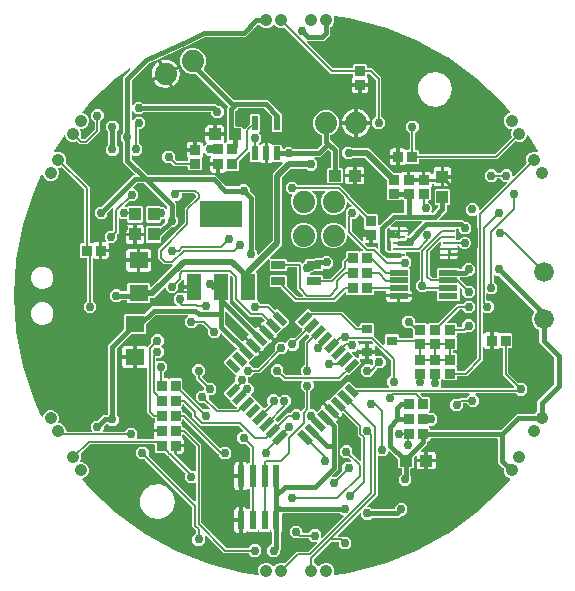
<source format=gbr>
G04 EAGLE Gerber RS-274X export*
G75*
%MOMM*%
%FSLAX34Y34*%
%LPD*%
%INTop Copper*%
%IPPOS*%
%AMOC8*
5,1,8,0,0,1.08239X$1,22.5*%
G01*
%ADD10R,1.270000X0.558800*%
%ADD11R,0.558800X1.270000*%
%ADD12R,1.200000X0.700000*%
%ADD13C,1.879600*%
%ADD14R,0.550000X1.200000*%
%ADD15R,1.219200X2.235200*%
%ADD16R,3.600000X2.200000*%
%ADD17C,1.058000*%
%ADD18C,1.676400*%
%ADD19R,0.900000X0.850000*%
%ADD20R,1.000000X1.100000*%
%ADD21R,0.850000X0.900000*%
%ADD22R,1.100000X1.000000*%
%ADD23R,1.600000X1.400000*%
%ADD24R,1.000000X0.250000*%
%ADD25R,1.625600X0.508000*%
%ADD26R,0.900000X0.800000*%
%ADD27C,0.762000*%
%ADD28R,0.600000X1.850000*%
%ADD29R,0.600000X1.650000*%
%ADD30C,0.406400*%
%ADD31C,0.756400*%
%ADD32C,0.254000*%
%ADD33C,0.152400*%
%ADD34C,0.508000*%

G36*
X383553Y190176D02*
X383553Y190176D01*
X383643Y190184D01*
X383673Y190196D01*
X383705Y190201D01*
X383786Y190244D01*
X383870Y190280D01*
X383902Y190306D01*
X383923Y190317D01*
X383945Y190340D01*
X384001Y190385D01*
X394365Y200749D01*
X394418Y200823D01*
X394478Y200893D01*
X394490Y200923D01*
X394509Y200949D01*
X394536Y201036D01*
X394570Y201121D01*
X394574Y201162D01*
X394581Y201184D01*
X394580Y201216D01*
X394588Y201288D01*
X394588Y321746D01*
X394577Y321816D01*
X394575Y321888D01*
X394557Y321937D01*
X394549Y321988D01*
X394515Y322052D01*
X394490Y322119D01*
X394458Y322160D01*
X394433Y322206D01*
X394381Y322255D01*
X394337Y322311D01*
X394293Y322339D01*
X394255Y322375D01*
X394190Y322405D01*
X394130Y322444D01*
X394079Y322457D01*
X394032Y322479D01*
X393961Y322487D01*
X393891Y322504D01*
X393839Y322500D01*
X393788Y322506D01*
X393717Y322491D01*
X393646Y322485D01*
X393598Y322465D01*
X393547Y322454D01*
X393486Y322417D01*
X393420Y322389D01*
X393364Y322344D01*
X393336Y322327D01*
X393321Y322310D01*
X393289Y322284D01*
X392723Y321718D01*
X388327Y321718D01*
X385218Y324827D01*
X385218Y329223D01*
X388327Y332332D01*
X392723Y332332D01*
X395832Y329223D01*
X395832Y327137D01*
X395843Y327066D01*
X395845Y326995D01*
X395863Y326946D01*
X395871Y326894D01*
X395905Y326831D01*
X395930Y326764D01*
X395962Y326723D01*
X395987Y326677D01*
X396038Y326628D01*
X396083Y326572D01*
X396127Y326543D01*
X396165Y326507D01*
X396230Y326477D01*
X396290Y326439D01*
X396341Y326426D01*
X396388Y326404D01*
X396459Y326396D01*
X396529Y326378D01*
X396581Y326383D01*
X396632Y326377D01*
X396703Y326392D01*
X396774Y326398D01*
X396822Y326418D01*
X396873Y326429D01*
X396934Y326466D01*
X397000Y326494D01*
X397056Y326539D01*
X397084Y326555D01*
X397099Y326573D01*
X397131Y326599D01*
X419526Y348994D01*
X419568Y349052D01*
X419618Y349104D01*
X419640Y349151D01*
X419670Y349193D01*
X419691Y349262D01*
X419721Y349327D01*
X419727Y349379D01*
X419742Y349429D01*
X419740Y349500D01*
X419748Y349571D01*
X419737Y349622D01*
X419736Y349674D01*
X419711Y349742D01*
X419696Y349812D01*
X419669Y349856D01*
X419651Y349905D01*
X419607Y349961D01*
X419570Y350023D01*
X419530Y350057D01*
X419498Y350097D01*
X419437Y350136D01*
X419383Y350183D01*
X419335Y350202D01*
X419291Y350230D01*
X419221Y350248D01*
X419155Y350275D01*
X419083Y350283D01*
X419052Y350291D01*
X419029Y350289D01*
X418988Y350293D01*
X416902Y350293D01*
X414105Y353090D01*
X414031Y353143D01*
X413961Y353203D01*
X413931Y353215D01*
X413905Y353234D01*
X413818Y353261D01*
X413733Y353295D01*
X413692Y353299D01*
X413670Y353306D01*
X413638Y353305D01*
X413567Y353313D01*
X411933Y353313D01*
X411843Y353299D01*
X411752Y353291D01*
X411723Y353279D01*
X411691Y353274D01*
X411610Y353231D01*
X411526Y353195D01*
X411494Y353169D01*
X411473Y353158D01*
X411451Y353135D01*
X411395Y353090D01*
X408598Y350293D01*
X404202Y350293D01*
X401093Y353402D01*
X401093Y357798D01*
X404202Y360907D01*
X408598Y360907D01*
X411395Y358110D01*
X411469Y358057D01*
X411539Y357997D01*
X411569Y357985D01*
X411595Y357966D01*
X411682Y357939D01*
X411767Y357905D01*
X411808Y357901D01*
X411830Y357894D01*
X411862Y357895D01*
X411933Y357887D01*
X413567Y357887D01*
X413657Y357901D01*
X413748Y357909D01*
X413777Y357921D01*
X413809Y357926D01*
X413890Y357969D01*
X413974Y358005D01*
X414006Y358031D01*
X414027Y358042D01*
X414049Y358065D01*
X414105Y358110D01*
X416902Y360907D01*
X421298Y360907D01*
X424407Y357798D01*
X424407Y355712D01*
X424418Y355641D01*
X424420Y355570D01*
X424438Y355521D01*
X424446Y355469D01*
X424480Y355406D01*
X424505Y355339D01*
X424537Y355298D01*
X424562Y355252D01*
X424614Y355203D01*
X424658Y355147D01*
X424702Y355118D01*
X424740Y355082D01*
X424805Y355052D01*
X424865Y355014D01*
X424916Y355001D01*
X424963Y354979D01*
X425034Y354971D01*
X425104Y354953D01*
X425156Y354958D01*
X425207Y354952D01*
X425278Y354967D01*
X425349Y354973D01*
X425397Y354993D01*
X425448Y355004D01*
X425509Y355041D01*
X425575Y355069D01*
X425631Y355114D01*
X425659Y355130D01*
X425674Y355148D01*
X425706Y355174D01*
X436245Y365713D01*
X436313Y365807D01*
X436383Y365901D01*
X436385Y365907D01*
X436389Y365913D01*
X436423Y366024D01*
X436459Y366135D01*
X436459Y366142D01*
X436461Y366148D01*
X436458Y366264D01*
X436457Y366381D01*
X436455Y366388D01*
X436455Y366393D01*
X436448Y366411D01*
X436410Y366542D01*
X435953Y367646D01*
X435953Y370357D01*
X436991Y372862D01*
X438908Y374779D01*
X441412Y375816D01*
X444123Y375816D01*
X445378Y375296D01*
X445392Y375293D01*
X445404Y375286D01*
X445511Y375265D01*
X445618Y375240D01*
X445631Y375242D01*
X445645Y375239D01*
X445754Y375253D01*
X445862Y375263D01*
X445875Y375269D01*
X445889Y375271D01*
X445988Y375319D01*
X446087Y375363D01*
X446097Y375373D01*
X446110Y375379D01*
X446188Y375456D01*
X446268Y375530D01*
X446275Y375542D01*
X446285Y375552D01*
X446334Y375649D01*
X446387Y375745D01*
X446389Y375759D01*
X446396Y375772D01*
X446411Y375880D01*
X446431Y375987D01*
X446429Y376001D01*
X446431Y376015D01*
X446411Y376122D01*
X446395Y376231D01*
X446388Y376243D01*
X446386Y376257D01*
X446312Y376408D01*
X438075Y389388D01*
X438071Y389392D01*
X438068Y389398D01*
X437990Y389483D01*
X437911Y389572D01*
X437906Y389574D01*
X437902Y389579D01*
X437799Y389636D01*
X437698Y389693D01*
X437692Y389695D01*
X437686Y389697D01*
X437570Y389718D01*
X437456Y389741D01*
X437450Y389740D01*
X437444Y389741D01*
X437328Y389724D01*
X437212Y389709D01*
X437207Y389706D01*
X437201Y389705D01*
X437096Y389652D01*
X436991Y389601D01*
X436987Y389597D01*
X436982Y389594D01*
X436899Y389510D01*
X436816Y389428D01*
X436814Y389423D01*
X436810Y389418D01*
X436729Y389271D01*
X435845Y387138D01*
X433928Y385221D01*
X431423Y384184D01*
X428712Y384184D01*
X427609Y384641D01*
X427495Y384668D01*
X427382Y384696D01*
X427375Y384696D01*
X427369Y384697D01*
X427253Y384686D01*
X427137Y384677D01*
X427131Y384675D01*
X427124Y384674D01*
X427017Y384626D01*
X426910Y384581D01*
X426904Y384576D01*
X426900Y384574D01*
X426886Y384561D01*
X426779Y384476D01*
X411492Y369188D01*
X345711Y369188D01*
X345691Y369185D01*
X345672Y369187D01*
X345570Y369165D01*
X345468Y369149D01*
X345451Y369139D01*
X345431Y369135D01*
X345342Y369082D01*
X345251Y369033D01*
X345237Y369019D01*
X345220Y369009D01*
X345153Y368930D01*
X345081Y368855D01*
X345073Y368837D01*
X345060Y368822D01*
X345021Y368726D01*
X344978Y368632D01*
X344976Y368612D01*
X344968Y368594D01*
X344950Y368427D01*
X344950Y366343D01*
X344057Y365450D01*
X334209Y365450D01*
X334119Y365436D01*
X334028Y365428D01*
X333998Y365416D01*
X333966Y365411D01*
X333885Y365368D01*
X333801Y365332D01*
X333769Y365306D01*
X333749Y365295D01*
X333726Y365272D01*
X333670Y365227D01*
X333385Y364942D01*
X332806Y364607D01*
X332159Y364434D01*
X329098Y364434D01*
X329098Y370713D01*
X329095Y370733D01*
X329097Y370752D01*
X329075Y370854D01*
X329058Y370956D01*
X329049Y370973D01*
X329045Y370993D01*
X328992Y371082D01*
X328943Y371173D01*
X328929Y371187D01*
X328919Y371204D01*
X328840Y371271D01*
X328765Y371342D01*
X328747Y371351D01*
X328732Y371364D01*
X328636Y371403D01*
X328542Y371446D01*
X328522Y371448D01*
X328504Y371456D01*
X328337Y371474D01*
X327574Y371474D01*
X327574Y371476D01*
X328337Y371476D01*
X328357Y371479D01*
X328376Y371477D01*
X328478Y371499D01*
X328580Y371516D01*
X328597Y371525D01*
X328617Y371529D01*
X328706Y371582D01*
X328797Y371631D01*
X328811Y371645D01*
X328828Y371655D01*
X328895Y371734D01*
X328966Y371809D01*
X328975Y371827D01*
X328988Y371842D01*
X329027Y371938D01*
X329070Y372032D01*
X329072Y372052D01*
X329080Y372070D01*
X329098Y372237D01*
X329098Y378516D01*
X332160Y378516D01*
X332806Y378343D01*
X333385Y378008D01*
X333670Y377723D01*
X333744Y377670D01*
X333814Y377610D01*
X333844Y377598D01*
X333870Y377579D01*
X333957Y377552D01*
X334042Y377518D01*
X334083Y377514D01*
X334105Y377507D01*
X334137Y377508D01*
X334209Y377500D01*
X336677Y377500D01*
X336697Y377503D01*
X336716Y377501D01*
X336818Y377523D01*
X336920Y377539D01*
X336937Y377549D01*
X336957Y377553D01*
X337046Y377606D01*
X337137Y377655D01*
X337151Y377669D01*
X337168Y377679D01*
X337235Y377758D01*
X337307Y377833D01*
X337315Y377851D01*
X337328Y377866D01*
X337367Y377962D01*
X337410Y378056D01*
X337412Y378076D01*
X337420Y378094D01*
X337438Y378261D01*
X337438Y391342D01*
X337424Y391432D01*
X337416Y391523D01*
X337404Y391552D01*
X337399Y391584D01*
X337356Y391665D01*
X337320Y391749D01*
X337294Y391781D01*
X337283Y391802D01*
X337260Y391824D01*
X337215Y391880D01*
X334418Y394677D01*
X334418Y399073D01*
X337527Y402182D01*
X341923Y402182D01*
X345032Y399073D01*
X345032Y394677D01*
X342235Y391880D01*
X342182Y391806D01*
X342122Y391736D01*
X342110Y391706D01*
X342091Y391680D01*
X342064Y391593D01*
X342030Y391508D01*
X342026Y391467D01*
X342019Y391445D01*
X342020Y391413D01*
X342012Y391342D01*
X342012Y378261D01*
X342015Y378241D01*
X342013Y378222D01*
X342035Y378120D01*
X342051Y378018D01*
X342061Y378001D01*
X342065Y377981D01*
X342118Y377892D01*
X342167Y377801D01*
X342181Y377787D01*
X342191Y377770D01*
X342270Y377703D01*
X342345Y377631D01*
X342363Y377623D01*
X342378Y377610D01*
X342474Y377571D01*
X342568Y377528D01*
X342588Y377526D01*
X342606Y377518D01*
X342773Y377500D01*
X344057Y377500D01*
X344950Y376607D01*
X344950Y374523D01*
X344951Y374514D01*
X344951Y374509D01*
X344953Y374500D01*
X344951Y374484D01*
X344973Y374382D01*
X344989Y374280D01*
X344999Y374263D01*
X345003Y374243D01*
X345056Y374154D01*
X345105Y374063D01*
X345119Y374049D01*
X345129Y374032D01*
X345208Y373965D01*
X345283Y373893D01*
X345301Y373885D01*
X345316Y373872D01*
X345412Y373833D01*
X345506Y373790D01*
X345526Y373788D01*
X345544Y373780D01*
X345711Y373762D01*
X409282Y373762D01*
X409372Y373776D01*
X409463Y373784D01*
X409493Y373796D01*
X409525Y373801D01*
X409605Y373844D01*
X409689Y373880D01*
X409721Y373906D01*
X409742Y373917D01*
X409764Y373940D01*
X409765Y373941D01*
X409767Y373942D01*
X409770Y373944D01*
X409820Y373985D01*
X423545Y387710D01*
X423599Y387784D01*
X423635Y387823D01*
X423650Y387853D01*
X423683Y387898D01*
X423685Y387904D01*
X423689Y387910D01*
X423715Y387993D01*
X423739Y388046D01*
X423743Y388082D01*
X423759Y388132D01*
X423759Y388139D01*
X423761Y388145D01*
X423759Y388227D01*
X423766Y388290D01*
X423758Y388330D01*
X423757Y388378D01*
X423755Y388385D01*
X423755Y388391D01*
X423748Y388408D01*
X423717Y388517D01*
X423714Y388531D01*
X423712Y388534D01*
X423710Y388539D01*
X423253Y389643D01*
X423253Y392354D01*
X423989Y394130D01*
X423999Y394174D01*
X424019Y394216D01*
X424027Y394293D01*
X424045Y394369D01*
X424041Y394415D01*
X424046Y394461D01*
X424029Y394537D01*
X424022Y394614D01*
X424003Y394656D01*
X423993Y394701D01*
X423953Y394768D01*
X423922Y394839D01*
X423891Y394873D01*
X423867Y394912D01*
X423808Y394963D01*
X423755Y395020D01*
X423715Y395042D01*
X423680Y395072D01*
X423608Y395101D01*
X423540Y395139D01*
X423495Y395147D01*
X423452Y395164D01*
X423316Y395179D01*
X423298Y395182D01*
X423293Y395181D01*
X423285Y395182D01*
X422362Y395182D01*
X419858Y396220D01*
X417941Y398137D01*
X416903Y400641D01*
X416903Y403353D01*
X417941Y405857D01*
X419858Y407774D01*
X421889Y408616D01*
X421897Y408621D01*
X421907Y408623D01*
X422002Y408686D01*
X422098Y408745D01*
X422104Y408753D01*
X422112Y408758D01*
X422182Y408847D01*
X422255Y408935D01*
X422258Y408944D01*
X422264Y408952D01*
X422302Y409059D01*
X422343Y409164D01*
X422343Y409174D01*
X422347Y409184D01*
X422348Y409297D01*
X422353Y409410D01*
X422350Y409420D01*
X422351Y409429D01*
X422316Y409537D01*
X422285Y409646D01*
X422279Y409654D01*
X422276Y409664D01*
X422184Y409804D01*
X415670Y417679D01*
X415646Y417699D01*
X415604Y417748D01*
X393780Y438242D01*
X393755Y438260D01*
X393707Y438303D01*
X369486Y455900D01*
X369459Y455914D01*
X369406Y455952D01*
X343171Y470374D01*
X343141Y470385D01*
X343084Y470415D01*
X315249Y481436D01*
X315218Y481442D01*
X315158Y481465D01*
X286160Y488911D01*
X286129Y488913D01*
X286066Y488929D01*
X273850Y490472D01*
X273756Y490469D01*
X273663Y490473D01*
X273634Y490464D01*
X273604Y490463D01*
X273516Y490430D01*
X273427Y490404D01*
X273402Y490387D01*
X273374Y490376D01*
X273301Y490317D01*
X273225Y490264D01*
X273207Y490239D01*
X273183Y490220D01*
X273134Y490141D01*
X273078Y490066D01*
X273069Y490038D01*
X273053Y490012D01*
X273031Y489921D01*
X273002Y489832D01*
X273002Y489802D01*
X272995Y489773D01*
X273003Y489680D01*
X273004Y489587D01*
X273015Y489550D01*
X273017Y489528D01*
X273030Y489498D01*
X273051Y489425D01*
X273515Y488306D01*
X273515Y485594D01*
X272477Y483090D01*
X270480Y481092D01*
X270427Y481018D01*
X270367Y480949D01*
X270355Y480919D01*
X270336Y480892D01*
X270309Y480806D01*
X270275Y480721D01*
X270271Y480680D01*
X270264Y480657D01*
X270265Y480625D01*
X270257Y480554D01*
X270257Y474777D01*
X264998Y469518D01*
X251103Y469518D01*
X251033Y469507D01*
X250961Y469505D01*
X250912Y469487D01*
X250861Y469479D01*
X250797Y469445D01*
X250730Y469420D01*
X250689Y469388D01*
X250643Y469363D01*
X250594Y469311D01*
X250538Y469267D01*
X250510Y469223D01*
X250474Y469185D01*
X250444Y469120D01*
X250405Y469060D01*
X250392Y469009D01*
X250370Y468962D01*
X250362Y468891D01*
X250345Y468821D01*
X250349Y468769D01*
X250343Y468718D01*
X250358Y468647D01*
X250364Y468576D01*
X250384Y468528D01*
X250395Y468477D01*
X250432Y468416D01*
X250460Y468350D01*
X250505Y468294D01*
X250522Y468266D01*
X250539Y468251D01*
X250565Y468219D01*
X272324Y446460D01*
X272398Y446407D01*
X272468Y446347D01*
X272498Y446335D01*
X272524Y446316D01*
X272611Y446289D01*
X272696Y446255D01*
X272737Y446251D01*
X272759Y446244D01*
X272791Y446245D01*
X272863Y446237D01*
X288489Y446237D01*
X288509Y446240D01*
X288528Y446238D01*
X288630Y446260D01*
X288732Y446276D01*
X288749Y446286D01*
X288769Y446290D01*
X288858Y446343D01*
X288949Y446392D01*
X288963Y446406D01*
X288980Y446416D01*
X289047Y446495D01*
X289119Y446570D01*
X289127Y446588D01*
X289140Y446603D01*
X289179Y446699D01*
X289222Y446793D01*
X289224Y446813D01*
X289232Y446831D01*
X289250Y446998D01*
X289250Y448832D01*
X290143Y449725D01*
X300407Y449725D01*
X301300Y448832D01*
X301300Y446998D01*
X301303Y446978D01*
X301301Y446959D01*
X301323Y446857D01*
X301339Y446755D01*
X301349Y446738D01*
X301353Y446718D01*
X301406Y446629D01*
X301455Y446538D01*
X301469Y446524D01*
X301479Y446507D01*
X301558Y446440D01*
X301633Y446368D01*
X301651Y446360D01*
X301666Y446347D01*
X301762Y446308D01*
X301856Y446265D01*
X301876Y446263D01*
X301894Y446255D01*
X302061Y446237D01*
X305747Y446237D01*
X313437Y438547D01*
X313437Y405583D01*
X313451Y405493D01*
X313459Y405402D01*
X313471Y405373D01*
X313476Y405341D01*
X313519Y405260D01*
X313555Y405176D01*
X313581Y405144D01*
X313592Y405123D01*
X313615Y405101D01*
X313660Y405045D01*
X316457Y402248D01*
X316457Y397852D01*
X313348Y394743D01*
X308952Y394743D01*
X305843Y397852D01*
X305843Y402248D01*
X308640Y405045D01*
X308693Y405119D01*
X308753Y405189D01*
X308765Y405219D01*
X308784Y405245D01*
X308811Y405332D01*
X308845Y405417D01*
X308849Y405458D01*
X308856Y405480D01*
X308855Y405512D01*
X308863Y405583D01*
X308863Y436337D01*
X308849Y436428D01*
X308841Y436518D01*
X308829Y436548D01*
X308824Y436580D01*
X308781Y436661D01*
X308745Y436745D01*
X308719Y436777D01*
X308708Y436798D01*
X308685Y436820D01*
X308640Y436876D01*
X304076Y441440D01*
X304002Y441493D01*
X303932Y441553D01*
X303902Y441565D01*
X303876Y441584D01*
X303789Y441611D01*
X303704Y441645D01*
X303663Y441649D01*
X303641Y441656D01*
X303609Y441655D01*
X303537Y441663D01*
X302061Y441663D01*
X302041Y441660D01*
X302022Y441662D01*
X301920Y441640D01*
X301818Y441624D01*
X301801Y441614D01*
X301781Y441610D01*
X301692Y441557D01*
X301601Y441508D01*
X301587Y441494D01*
X301570Y441484D01*
X301503Y441405D01*
X301431Y441330D01*
X301423Y441312D01*
X301410Y441297D01*
X301371Y441201D01*
X301328Y441107D01*
X301326Y441087D01*
X301318Y441069D01*
X301300Y440902D01*
X301300Y438984D01*
X301314Y438894D01*
X301322Y438803D01*
X301334Y438773D01*
X301339Y438741D01*
X301382Y438660D01*
X301418Y438576D01*
X301444Y438544D01*
X301455Y438524D01*
X301478Y438501D01*
X301523Y438445D01*
X301808Y438160D01*
X302143Y437581D01*
X302316Y436934D01*
X302316Y433873D01*
X296037Y433873D01*
X296017Y433870D01*
X295998Y433872D01*
X295896Y433850D01*
X295794Y433833D01*
X295777Y433824D01*
X295757Y433820D01*
X295668Y433767D01*
X295577Y433718D01*
X295563Y433704D01*
X295546Y433694D01*
X295479Y433615D01*
X295408Y433540D01*
X295399Y433522D01*
X295386Y433507D01*
X295347Y433411D01*
X295304Y433317D01*
X295302Y433297D01*
X295294Y433279D01*
X295276Y433112D01*
X295276Y432349D01*
X295274Y432349D01*
X295274Y433112D01*
X295271Y433132D01*
X295273Y433151D01*
X295251Y433253D01*
X295234Y433355D01*
X295225Y433372D01*
X295221Y433392D01*
X295168Y433481D01*
X295119Y433572D01*
X295105Y433586D01*
X295095Y433603D01*
X295016Y433670D01*
X294941Y433741D01*
X294923Y433750D01*
X294908Y433763D01*
X294812Y433802D01*
X294718Y433845D01*
X294698Y433847D01*
X294680Y433855D01*
X294513Y433873D01*
X288234Y433873D01*
X288234Y436934D01*
X288407Y437581D01*
X288742Y438160D01*
X289027Y438445D01*
X289080Y438519D01*
X289140Y438589D01*
X289152Y438619D01*
X289171Y438645D01*
X289198Y438732D01*
X289232Y438817D01*
X289236Y438858D01*
X289243Y438880D01*
X289242Y438912D01*
X289250Y438984D01*
X289250Y440902D01*
X289247Y440922D01*
X289249Y440941D01*
X289227Y441043D01*
X289211Y441145D01*
X289201Y441162D01*
X289197Y441182D01*
X289144Y441271D01*
X289095Y441362D01*
X289081Y441376D01*
X289071Y441393D01*
X288992Y441460D01*
X288917Y441532D01*
X288899Y441540D01*
X288884Y441553D01*
X288788Y441592D01*
X288694Y441635D01*
X288674Y441637D01*
X288656Y441645D01*
X288489Y441663D01*
X270653Y441663D01*
X269090Y443226D01*
X231889Y480427D01*
X231795Y480495D01*
X231700Y480565D01*
X231694Y480567D01*
X231689Y480571D01*
X231578Y480605D01*
X231466Y480641D01*
X231460Y480641D01*
X231454Y480643D01*
X231337Y480640D01*
X231220Y480639D01*
X231213Y480637D01*
X231208Y480637D01*
X231191Y480631D01*
X231059Y480592D01*
X229956Y480135D01*
X227244Y480135D01*
X224740Y481173D01*
X222788Y483124D01*
X222772Y483136D01*
X222760Y483151D01*
X222672Y483207D01*
X222589Y483268D01*
X222570Y483274D01*
X222553Y483284D01*
X222452Y483310D01*
X222353Y483340D01*
X222334Y483340D01*
X222314Y483344D01*
X222211Y483336D01*
X222108Y483334D01*
X222089Y483327D01*
X222069Y483325D01*
X221974Y483285D01*
X221877Y483249D01*
X221861Y483237D01*
X221843Y483229D01*
X221712Y483124D01*
X219760Y481173D01*
X217256Y480135D01*
X214544Y480135D01*
X212040Y481173D01*
X210042Y483170D01*
X209968Y483223D01*
X209899Y483283D01*
X209869Y483295D01*
X209842Y483314D01*
X209756Y483341D01*
X209671Y483375D01*
X209630Y483379D01*
X209607Y483386D01*
X209575Y483385D01*
X209504Y483393D01*
X209339Y483393D01*
X209248Y483379D01*
X209158Y483371D01*
X209128Y483359D01*
X209096Y483354D01*
X209015Y483311D01*
X208931Y483275D01*
X208899Y483249D01*
X208878Y483238D01*
X208856Y483215D01*
X208800Y483170D01*
X198323Y472693D01*
X164338Y472693D01*
X164257Y472680D01*
X164175Y472676D01*
X164123Y472658D01*
X164095Y472654D01*
X164070Y472640D01*
X164016Y472622D01*
X152445Y467226D01*
X116125Y450290D01*
X116084Y450262D01*
X116039Y450243D01*
X115941Y450165D01*
X115922Y450151D01*
X115917Y450145D01*
X115908Y450138D01*
X102205Y436435D01*
X102152Y436361D01*
X102092Y436291D01*
X102080Y436261D01*
X102061Y436235D01*
X102034Y436148D01*
X102000Y436063D01*
X101996Y436022D01*
X101989Y436000D01*
X101990Y435968D01*
X101982Y435896D01*
X101982Y416124D01*
X101993Y416054D01*
X101995Y415982D01*
X102013Y415933D01*
X102021Y415882D01*
X102055Y415818D01*
X102080Y415751D01*
X102112Y415710D01*
X102137Y415664D01*
X102189Y415615D01*
X102233Y415559D01*
X102277Y415531D01*
X102315Y415495D01*
X102380Y415465D01*
X102440Y415426D01*
X102491Y415413D01*
X102538Y415391D01*
X102609Y415383D01*
X102679Y415366D01*
X102731Y415370D01*
X102782Y415364D01*
X102853Y415379D01*
X102924Y415385D01*
X102972Y415405D01*
X103023Y415416D01*
X103084Y415453D01*
X103150Y415481D01*
X103206Y415526D01*
X103234Y415543D01*
X103249Y415560D01*
X103281Y415586D01*
X105752Y418057D01*
X110148Y418057D01*
X111675Y416530D01*
X111749Y416477D01*
X111819Y416417D01*
X111849Y416405D01*
X111875Y416386D01*
X111962Y416359D01*
X112047Y416325D01*
X112088Y416321D01*
X112110Y416314D01*
X112142Y416315D01*
X112213Y416307D01*
X172923Y416307D01*
X174125Y415105D01*
X174199Y415052D01*
X174269Y414992D01*
X174299Y414980D01*
X174325Y414961D01*
X174412Y414934D01*
X174497Y414900D01*
X174538Y414896D01*
X174560Y414889D01*
X174592Y414890D01*
X174664Y414882D01*
X176823Y414882D01*
X179932Y411773D01*
X179932Y407377D01*
X176823Y404268D01*
X172427Y404268D01*
X169318Y407377D01*
X169318Y408432D01*
X169315Y408452D01*
X169317Y408471D01*
X169295Y408573D01*
X169279Y408675D01*
X169269Y408692D01*
X169265Y408712D01*
X169212Y408801D01*
X169163Y408892D01*
X169149Y408906D01*
X169139Y408923D01*
X169060Y408990D01*
X168985Y409062D01*
X168967Y409070D01*
X168952Y409083D01*
X168856Y409122D01*
X168762Y409165D01*
X168742Y409167D01*
X168724Y409175D01*
X168557Y409193D01*
X112213Y409193D01*
X112123Y409179D01*
X112032Y409171D01*
X112003Y409159D01*
X111971Y409154D01*
X111890Y409111D01*
X111806Y409075D01*
X111774Y409049D01*
X111753Y409038D01*
X111731Y409015D01*
X111675Y408970D01*
X110148Y407443D01*
X105752Y407443D01*
X103281Y409914D01*
X103223Y409956D01*
X103171Y410005D01*
X103124Y410027D01*
X103082Y410057D01*
X103013Y410079D01*
X102948Y410109D01*
X102896Y410114D01*
X102846Y410130D01*
X102775Y410128D01*
X102704Y410136D01*
X102653Y410125D01*
X102601Y410123D01*
X102533Y410099D01*
X102463Y410084D01*
X102418Y410057D01*
X102370Y410039D01*
X102314Y409994D01*
X102252Y409957D01*
X102218Y409918D01*
X102178Y409885D01*
X102139Y409825D01*
X102092Y409770D01*
X102073Y409722D01*
X102045Y409678D01*
X102027Y409609D01*
X102000Y409542D01*
X101992Y409471D01*
X101984Y409440D01*
X101986Y409417D01*
X101982Y409376D01*
X101982Y403424D01*
X101993Y403354D01*
X101995Y403282D01*
X102013Y403233D01*
X102021Y403182D01*
X102055Y403118D01*
X102080Y403051D01*
X102112Y403010D01*
X102137Y402964D01*
X102189Y402915D01*
X102233Y402859D01*
X102277Y402831D01*
X102315Y402795D01*
X102380Y402765D01*
X102440Y402726D01*
X102491Y402713D01*
X102538Y402691D01*
X102609Y402683D01*
X102679Y402666D01*
X102731Y402670D01*
X102782Y402664D01*
X102853Y402679D01*
X102924Y402685D01*
X102972Y402705D01*
X103023Y402716D01*
X103084Y402753D01*
X103150Y402781D01*
X103206Y402826D01*
X103234Y402843D01*
X103249Y402860D01*
X103281Y402886D01*
X105752Y405357D01*
X110148Y405357D01*
X113257Y402248D01*
X113257Y397852D01*
X110148Y394743D01*
X108811Y394743D01*
X108791Y394740D01*
X108772Y394742D01*
X108670Y394720D01*
X108568Y394704D01*
X108551Y394694D01*
X108531Y394690D01*
X108442Y394637D01*
X108351Y394588D01*
X108337Y394574D01*
X108320Y394564D01*
X108253Y394485D01*
X108181Y394410D01*
X108173Y394392D01*
X108160Y394377D01*
X108121Y394281D01*
X108078Y394187D01*
X108076Y394167D01*
X108068Y394149D01*
X108050Y393982D01*
X108050Y383358D01*
X108064Y383268D01*
X108072Y383177D01*
X108084Y383148D01*
X108089Y383116D01*
X108132Y383035D01*
X108168Y382951D01*
X108194Y382919D01*
X108205Y382898D01*
X108228Y382876D01*
X108273Y382820D01*
X111070Y380023D01*
X111070Y375627D01*
X107961Y372518D01*
X103565Y372518D01*
X103281Y372802D01*
X103223Y372844D01*
X103171Y372893D01*
X103124Y372915D01*
X103082Y372945D01*
X103013Y372967D01*
X102948Y372997D01*
X102896Y373002D01*
X102846Y373018D01*
X102775Y373016D01*
X102704Y373024D01*
X102653Y373013D01*
X102601Y373011D01*
X102533Y372987D01*
X102463Y372972D01*
X102418Y372945D01*
X102370Y372927D01*
X102314Y372882D01*
X102252Y372845D01*
X102218Y372806D01*
X102178Y372773D01*
X102139Y372713D01*
X102092Y372658D01*
X102073Y372610D01*
X102045Y372566D01*
X102027Y372497D01*
X102000Y372430D01*
X101992Y372359D01*
X101984Y372328D01*
X101986Y372305D01*
X101982Y372264D01*
X101982Y370089D01*
X101996Y369998D01*
X102004Y369908D01*
X102016Y369878D01*
X102021Y369846D01*
X102064Y369765D01*
X102100Y369681D01*
X102126Y369649D01*
X102137Y369628D01*
X102160Y369606D01*
X102205Y369550D01*
X115550Y356205D01*
X115624Y356152D01*
X115694Y356092D01*
X115724Y356080D01*
X115750Y356061D01*
X115837Y356034D01*
X115922Y356000D01*
X115963Y355996D01*
X115985Y355989D01*
X116017Y355990D01*
X116089Y355982D01*
X172923Y355982D01*
X182225Y346680D01*
X182299Y346627D01*
X182369Y346567D01*
X182399Y346555D01*
X182425Y346536D01*
X182512Y346509D01*
X182597Y346475D01*
X182638Y346471D01*
X182660Y346464D01*
X182692Y346465D01*
X182764Y346457D01*
X192587Y346457D01*
X192677Y346471D01*
X192768Y346479D01*
X192797Y346491D01*
X192829Y346496D01*
X192910Y346539D01*
X192994Y346575D01*
X193026Y346601D01*
X193047Y346612D01*
X193069Y346635D01*
X193125Y346680D01*
X194652Y348207D01*
X199048Y348207D01*
X202157Y345098D01*
X202157Y342939D01*
X202171Y342848D01*
X202179Y342758D01*
X202191Y342728D01*
X202196Y342696D01*
X202239Y342615D01*
X202275Y342531D01*
X202301Y342499D01*
X202312Y342478D01*
X202335Y342456D01*
X202380Y342400D01*
X206757Y338023D01*
X206757Y293188D01*
X206771Y293098D01*
X206779Y293007D01*
X206791Y292978D01*
X206796Y292946D01*
X206839Y292865D01*
X206875Y292781D01*
X206901Y292749D01*
X206912Y292728D01*
X206935Y292706D01*
X206980Y292650D01*
X208507Y291123D01*
X208507Y289118D01*
X208518Y289047D01*
X208520Y288975D01*
X208538Y288927D01*
X208546Y288875D01*
X208580Y288812D01*
X208605Y288744D01*
X208637Y288704D01*
X208662Y288658D01*
X208714Y288608D01*
X208758Y288552D01*
X208802Y288524D01*
X208840Y288488D01*
X208905Y288458D01*
X208965Y288419D01*
X209016Y288407D01*
X209063Y288385D01*
X209134Y288377D01*
X209204Y288359D01*
X209256Y288363D01*
X209307Y288358D01*
X209378Y288373D01*
X209449Y288379D01*
X209497Y288399D01*
X209548Y288410D01*
X209609Y288447D01*
X209675Y288475D01*
X209731Y288520D01*
X209759Y288536D01*
X209774Y288554D01*
X209806Y288580D01*
X221137Y299911D01*
X221190Y299985D01*
X221250Y300054D01*
X221262Y300084D01*
X221281Y300110D01*
X221308Y300197D01*
X221342Y300282D01*
X221346Y300323D01*
X221353Y300346D01*
X221352Y300378D01*
X221360Y300449D01*
X221360Y357284D01*
X229601Y365525D01*
X229643Y365583D01*
X229693Y365635D01*
X229715Y365682D01*
X229745Y365724D01*
X229766Y365793D01*
X229796Y365858D01*
X229802Y365910D01*
X229817Y365960D01*
X229815Y366031D01*
X229823Y366102D01*
X229812Y366153D01*
X229811Y366205D01*
X229786Y366273D01*
X229771Y366343D01*
X229744Y366388D01*
X229726Y366436D01*
X229682Y366492D01*
X229645Y366554D01*
X229605Y366588D01*
X229573Y366628D01*
X229512Y366667D01*
X229458Y366714D01*
X229410Y366733D01*
X229366Y366761D01*
X229296Y366779D01*
X229230Y366806D01*
X229158Y366814D01*
X229127Y366822D01*
X229104Y366820D01*
X229063Y366824D01*
X222018Y366824D01*
X221886Y366956D01*
X221791Y367025D01*
X221694Y367096D01*
X221690Y367098D01*
X221687Y367100D01*
X221573Y367135D01*
X221460Y367171D01*
X221455Y367171D01*
X221452Y367172D01*
X221333Y367169D01*
X221214Y367167D01*
X221210Y367166D01*
X221206Y367166D01*
X221095Y367125D01*
X220982Y367086D01*
X220979Y367083D01*
X220975Y367082D01*
X220882Y367007D01*
X220788Y366934D01*
X220785Y366930D01*
X220783Y366928D01*
X220775Y366916D01*
X220689Y366799D01*
X220683Y366789D01*
X220210Y366316D01*
X219631Y365981D01*
X218984Y365808D01*
X217274Y365808D01*
X217274Y373736D01*
X217271Y373755D01*
X217273Y373775D01*
X217251Y373877D01*
X217235Y373979D01*
X217225Y373996D01*
X217221Y374016D01*
X217168Y374105D01*
X217119Y374196D01*
X217105Y374210D01*
X217095Y374227D01*
X217016Y374294D01*
X216959Y374348D01*
X216973Y374356D01*
X216987Y374370D01*
X217004Y374380D01*
X217071Y374459D01*
X217143Y374534D01*
X217151Y374552D01*
X217164Y374567D01*
X217203Y374664D01*
X217246Y374757D01*
X217248Y374777D01*
X217256Y374795D01*
X217274Y374962D01*
X217274Y382890D01*
X218984Y382890D01*
X219631Y382717D01*
X220210Y382382D01*
X220683Y381909D01*
X220689Y381899D01*
X220764Y381808D01*
X220838Y381714D01*
X220842Y381712D01*
X220845Y381709D01*
X220944Y381646D01*
X221045Y381581D01*
X221049Y381580D01*
X221053Y381578D01*
X221168Y381550D01*
X221284Y381521D01*
X221288Y381522D01*
X221292Y381521D01*
X221411Y381531D01*
X221529Y381540D01*
X221533Y381542D01*
X221537Y381542D01*
X221645Y381590D01*
X221755Y381637D01*
X221759Y381640D01*
X221762Y381641D01*
X221772Y381650D01*
X221886Y381742D01*
X222018Y381874D01*
X228782Y381874D01*
X229675Y380981D01*
X229675Y378968D01*
X229678Y378948D01*
X229676Y378929D01*
X229698Y378827D01*
X229714Y378725D01*
X229724Y378708D01*
X229728Y378688D01*
X229781Y378599D01*
X229830Y378508D01*
X229844Y378494D01*
X229854Y378477D01*
X229933Y378410D01*
X230008Y378338D01*
X230026Y378330D01*
X230041Y378317D01*
X230137Y378278D01*
X230231Y378235D01*
X230251Y378233D01*
X230269Y378225D01*
X230436Y378207D01*
X230687Y378207D01*
X230777Y378221D01*
X230868Y378229D01*
X230897Y378241D01*
X230929Y378246D01*
X231010Y378289D01*
X231094Y378325D01*
X231126Y378351D01*
X231147Y378362D01*
X231169Y378385D01*
X231225Y378430D01*
X232752Y379957D01*
X237148Y379957D01*
X238675Y378430D01*
X238749Y378377D01*
X238819Y378317D01*
X238849Y378305D01*
X238875Y378286D01*
X238962Y378259D01*
X239047Y378225D01*
X239088Y378221D01*
X239110Y378214D01*
X239142Y378215D01*
X239213Y378207D01*
X258561Y378207D01*
X258652Y378221D01*
X258742Y378229D01*
X258772Y378241D01*
X258804Y378246D01*
X258885Y378289D01*
X258969Y378325D01*
X259001Y378351D01*
X259022Y378362D01*
X259044Y378385D01*
X259100Y378430D01*
X262920Y382250D01*
X262973Y382324D01*
X263033Y382394D01*
X263045Y382424D01*
X263064Y382450D01*
X263091Y382537D01*
X263125Y382622D01*
X263129Y382663D01*
X263136Y382685D01*
X263135Y382717D01*
X263143Y382789D01*
X263143Y389192D01*
X263124Y389307D01*
X263107Y389423D01*
X263105Y389428D01*
X263104Y389435D01*
X263049Y389537D01*
X262996Y389642D01*
X262991Y389647D01*
X262988Y389652D01*
X262904Y389732D01*
X262820Y389814D01*
X262814Y389818D01*
X262810Y389821D01*
X262793Y389829D01*
X262673Y389895D01*
X260513Y390790D01*
X257440Y393863D01*
X255777Y397877D01*
X255777Y402223D01*
X257440Y406237D01*
X260513Y409310D01*
X264527Y410973D01*
X268873Y410973D01*
X272887Y409310D01*
X275960Y406237D01*
X277623Y402223D01*
X277623Y397877D01*
X275960Y393863D01*
X272887Y390790D01*
X270727Y389895D01*
X270627Y389834D01*
X270527Y389774D01*
X270523Y389769D01*
X270518Y389766D01*
X270443Y389676D01*
X270367Y389587D01*
X270365Y389581D01*
X270361Y389576D01*
X270319Y389468D01*
X270275Y389359D01*
X270274Y389351D01*
X270273Y389347D01*
X270272Y389328D01*
X270257Y389192D01*
X270257Y385964D01*
X270260Y385945D01*
X270258Y385928D01*
X270273Y385859D01*
X270279Y385783D01*
X270291Y385753D01*
X270296Y385721D01*
X270307Y385701D01*
X270310Y385687D01*
X270342Y385634D01*
X270375Y385556D01*
X270401Y385524D01*
X270412Y385503D01*
X270431Y385485D01*
X270436Y385476D01*
X270445Y385468D01*
X270480Y385425D01*
X277632Y378273D01*
X277632Y362886D01*
X277635Y362866D01*
X277633Y362847D01*
X277655Y362745D01*
X277671Y362643D01*
X277681Y362626D01*
X277685Y362606D01*
X277738Y362517D01*
X277787Y362426D01*
X277801Y362412D01*
X277811Y362395D01*
X277890Y362328D01*
X277965Y362256D01*
X277983Y362248D01*
X277998Y362235D01*
X278094Y362196D01*
X278188Y362153D01*
X278208Y362151D01*
X278226Y362143D01*
X278393Y362125D01*
X280207Y362125D01*
X281100Y361232D01*
X281100Y349968D01*
X280207Y349075D01*
X267943Y349075D01*
X267050Y349968D01*
X267050Y361232D01*
X267943Y362125D01*
X269757Y362125D01*
X269777Y362128D01*
X269796Y362126D01*
X269898Y362148D01*
X270000Y362164D01*
X270017Y362174D01*
X270037Y362178D01*
X270126Y362231D01*
X270217Y362280D01*
X270231Y362294D01*
X270248Y362304D01*
X270315Y362383D01*
X270387Y362458D01*
X270395Y362476D01*
X270408Y362491D01*
X270447Y362587D01*
X270490Y362681D01*
X270492Y362701D01*
X270500Y362719D01*
X270518Y362886D01*
X270518Y375011D01*
X270504Y375102D01*
X270496Y375192D01*
X270484Y375222D01*
X270479Y375254D01*
X270436Y375335D01*
X270400Y375419D01*
X270374Y375451D01*
X270363Y375472D01*
X270340Y375494D01*
X270295Y375550D01*
X268826Y377019D01*
X268810Y377031D01*
X268797Y377046D01*
X268710Y377103D01*
X268626Y377163D01*
X268607Y377169D01*
X268590Y377179D01*
X268490Y377205D01*
X268391Y377235D01*
X268371Y377235D01*
X268352Y377239D01*
X268249Y377231D01*
X268145Y377229D01*
X268126Y377222D01*
X268106Y377220D01*
X268012Y377180D01*
X267914Y377144D01*
X267898Y377132D01*
X267880Y377124D01*
X267749Y377019D01*
X261823Y371093D01*
X257374Y371093D01*
X257304Y371082D01*
X257232Y371080D01*
X257183Y371062D01*
X257132Y371054D01*
X257068Y371020D01*
X257001Y370995D01*
X256960Y370963D01*
X256914Y370938D01*
X256865Y370886D01*
X256809Y370842D01*
X256781Y370798D01*
X256745Y370760D01*
X256715Y370695D01*
X256676Y370635D01*
X256663Y370584D01*
X256641Y370537D01*
X256633Y370466D01*
X256616Y370396D01*
X256620Y370344D01*
X256614Y370293D01*
X256629Y370222D01*
X256635Y370151D01*
X256655Y370103D01*
X256666Y370052D01*
X256703Y369991D01*
X256731Y369925D01*
X256776Y369869D01*
X256793Y369841D01*
X256810Y369826D01*
X256836Y369794D01*
X259307Y367323D01*
X259307Y362927D01*
X256198Y359818D01*
X251802Y359818D01*
X250783Y360837D01*
X250709Y360890D01*
X250639Y360950D01*
X250609Y360962D01*
X250583Y360981D01*
X250496Y361008D01*
X250411Y361042D01*
X250370Y361046D01*
X250348Y361053D01*
X250316Y361052D01*
X250245Y361060D01*
X236949Y361060D01*
X236859Y361046D01*
X236768Y361038D01*
X236738Y361026D01*
X236706Y361021D01*
X236626Y360978D01*
X236542Y360942D01*
X236510Y360916D01*
X236489Y360905D01*
X236467Y360882D01*
X236411Y360837D01*
X229713Y354139D01*
X229660Y354065D01*
X229600Y353996D01*
X229588Y353966D01*
X229569Y353940D01*
X229542Y353853D01*
X229508Y353768D01*
X229504Y353727D01*
X229497Y353704D01*
X229498Y353672D01*
X229490Y353601D01*
X229490Y296766D01*
X226886Y294162D01*
X219098Y286374D01*
X219056Y286316D01*
X219006Y286264D01*
X218984Y286217D01*
X218954Y286175D01*
X218933Y286106D01*
X218903Y286041D01*
X218897Y285989D01*
X218882Y285939D01*
X218884Y285868D01*
X218876Y285797D01*
X218887Y285746D01*
X218888Y285694D01*
X218913Y285626D01*
X218928Y285556D01*
X218955Y285511D01*
X218973Y285463D01*
X219017Y285407D01*
X219054Y285345D01*
X219094Y285311D01*
X219126Y285271D01*
X219187Y285232D01*
X219241Y285185D01*
X219289Y285166D01*
X219333Y285138D01*
X219403Y285120D01*
X219469Y285093D01*
X219541Y285085D01*
X219572Y285077D01*
X219595Y285079D01*
X219636Y285075D01*
X232932Y285075D01*
X233825Y284182D01*
X233825Y283098D01*
X233828Y283078D01*
X233826Y283059D01*
X233848Y282957D01*
X233864Y282855D01*
X233874Y282838D01*
X233878Y282818D01*
X233931Y282729D01*
X233980Y282638D01*
X233994Y282624D01*
X234004Y282607D01*
X234083Y282540D01*
X234158Y282468D01*
X234176Y282460D01*
X234191Y282447D01*
X234287Y282408D01*
X234381Y282365D01*
X234401Y282363D01*
X234419Y282355D01*
X234586Y282337D01*
X244772Y282337D01*
X245887Y281222D01*
X245903Y281210D01*
X245915Y281195D01*
X246003Y281139D01*
X246087Y281079D01*
X246106Y281073D01*
X246122Y281062D01*
X246223Y281037D01*
X246322Y281006D01*
X246342Y281007D01*
X246361Y281002D01*
X246464Y281010D01*
X246568Y281013D01*
X246586Y281019D01*
X246606Y281021D01*
X246701Y281061D01*
X246799Y281097D01*
X246814Y281109D01*
X246832Y281117D01*
X246963Y281222D01*
X248552Y282811D01*
X248605Y282885D01*
X248665Y282954D01*
X248677Y282984D01*
X248696Y283011D01*
X248723Y283098D01*
X248757Y283183D01*
X248761Y283223D01*
X248768Y283246D01*
X248767Y283278D01*
X248775Y283349D01*
X248775Y284182D01*
X249668Y285075D01*
X255979Y285075D01*
X256070Y285089D01*
X256160Y285097D01*
X256190Y285109D01*
X256222Y285114D01*
X256303Y285157D01*
X256387Y285193D01*
X256419Y285219D01*
X256440Y285230D01*
X256462Y285253D01*
X256518Y285298D01*
X256926Y285705D01*
X262863Y285705D01*
X262953Y285720D01*
X263044Y285727D01*
X263074Y285740D01*
X263106Y285745D01*
X263186Y285788D01*
X263270Y285824D01*
X263302Y285849D01*
X263323Y285860D01*
X263345Y285884D01*
X263401Y285928D01*
X264928Y287455D01*
X269324Y287455D01*
X272433Y284347D01*
X272433Y279951D01*
X269324Y276842D01*
X264779Y276842D01*
X264739Y276846D01*
X264690Y276862D01*
X264618Y276860D01*
X264547Y276868D01*
X264496Y276857D01*
X264444Y276856D01*
X264376Y276831D01*
X264306Y276816D01*
X264262Y276789D01*
X264213Y276771D01*
X264157Y276726D01*
X264095Y276689D01*
X264061Y276650D01*
X264021Y276618D01*
X263982Y276557D01*
X263935Y276502D01*
X263916Y276454D01*
X263888Y276411D01*
X263870Y276341D01*
X263843Y276274D01*
X263835Y276203D01*
X263827Y276172D01*
X263829Y276149D01*
X263825Y276108D01*
X263825Y275918D01*
X262932Y275025D01*
X256621Y275025D01*
X256530Y275011D01*
X256440Y275003D01*
X256410Y274991D01*
X256378Y274986D01*
X256297Y274943D01*
X256213Y274907D01*
X256181Y274881D01*
X256160Y274870D01*
X256138Y274847D01*
X256082Y274802D01*
X255020Y273740D01*
X254806Y273740D01*
X254717Y273725D01*
X254625Y273718D01*
X254596Y273706D01*
X254564Y273700D01*
X254483Y273658D01*
X254399Y273622D01*
X254367Y273596D01*
X254346Y273585D01*
X254324Y273562D01*
X254268Y273517D01*
X253125Y272374D01*
X253083Y272316D01*
X253034Y272264D01*
X253012Y272217D01*
X252982Y272175D01*
X252961Y272106D01*
X252930Y272041D01*
X252925Y271989D01*
X252909Y271939D01*
X252911Y271868D01*
X252903Y271797D01*
X252914Y271746D01*
X252916Y271694D01*
X252940Y271626D01*
X252956Y271556D01*
X252982Y271511D01*
X253000Y271463D01*
X253045Y271407D01*
X253082Y271345D01*
X253121Y271311D01*
X253154Y271271D01*
X253214Y271232D01*
X253269Y271185D01*
X253317Y271166D01*
X253361Y271138D01*
X253430Y271120D01*
X253497Y271093D01*
X253568Y271085D01*
X253599Y271077D01*
X253623Y271079D01*
X253664Y271075D01*
X262932Y271075D01*
X263825Y270182D01*
X263825Y269098D01*
X263828Y269078D01*
X263826Y269059D01*
X263848Y268957D01*
X263864Y268855D01*
X263874Y268838D01*
X263878Y268818D01*
X263931Y268729D01*
X263980Y268638D01*
X263994Y268624D01*
X264004Y268607D01*
X264083Y268540D01*
X264158Y268468D01*
X264176Y268460D01*
X264191Y268447D01*
X264287Y268408D01*
X264381Y268365D01*
X264401Y268363D01*
X264419Y268355D01*
X264586Y268337D01*
X270002Y268337D01*
X270092Y268351D01*
X270183Y268359D01*
X270213Y268371D01*
X270245Y268376D01*
X270325Y268419D01*
X270409Y268455D01*
X270441Y268481D01*
X270462Y268492D01*
X270484Y268515D01*
X270540Y268560D01*
X280065Y278085D01*
X280118Y278159D01*
X280152Y278198D01*
X280157Y278203D01*
X280157Y278204D01*
X280178Y278228D01*
X280190Y278258D01*
X280209Y278285D01*
X280236Y278371D01*
X280240Y278382D01*
X280260Y278426D01*
X280261Y278435D01*
X280270Y278456D01*
X280274Y278497D01*
X280281Y278520D01*
X280280Y278552D01*
X280288Y278623D01*
X280288Y283522D01*
X283477Y286711D01*
X283530Y286785D01*
X283590Y286855D01*
X283602Y286885D01*
X283621Y286911D01*
X283648Y286998D01*
X283682Y287083D01*
X283686Y287124D01*
X283693Y287146D01*
X283692Y287178D01*
X283700Y287250D01*
X283700Y290882D01*
X284593Y291775D01*
X294357Y291775D01*
X294737Y291395D01*
X294753Y291383D01*
X294765Y291367D01*
X294852Y291311D01*
X294936Y291251D01*
X294955Y291245D01*
X294972Y291234D01*
X295073Y291209D01*
X295172Y291179D01*
X295191Y291179D01*
X295211Y291174D01*
X295314Y291182D01*
X295417Y291185D01*
X295436Y291192D01*
X295456Y291193D01*
X295551Y291234D01*
X295648Y291269D01*
X295664Y291282D01*
X295682Y291290D01*
X295813Y291395D01*
X296193Y291775D01*
X296879Y291775D01*
X296949Y291786D01*
X297021Y291788D01*
X297070Y291806D01*
X297121Y291814D01*
X297185Y291848D01*
X297252Y291873D01*
X297293Y291905D01*
X297339Y291930D01*
X297388Y291981D01*
X297444Y292026D01*
X297472Y292070D01*
X297508Y292108D01*
X297538Y292173D01*
X297577Y292233D01*
X297590Y292284D01*
X297612Y292331D01*
X297620Y292402D01*
X297637Y292472D01*
X297633Y292524D01*
X297639Y292575D01*
X297624Y292646D01*
X297618Y292717D01*
X297598Y292765D01*
X297587Y292816D01*
X297550Y292877D01*
X297522Y292943D01*
X297477Y292999D01*
X297460Y293027D01*
X297443Y293042D01*
X297417Y293074D01*
X285272Y305219D01*
X285214Y305261D01*
X285162Y305310D01*
X285115Y305332D01*
X285073Y305362D01*
X285004Y305383D01*
X284939Y305414D01*
X284887Y305419D01*
X284837Y305435D01*
X284766Y305433D01*
X284695Y305441D01*
X284644Y305430D01*
X284592Y305428D01*
X284524Y305404D01*
X284454Y305389D01*
X284410Y305362D01*
X284361Y305344D01*
X284305Y305299D01*
X284243Y305262D01*
X284209Y305223D01*
X284169Y305190D01*
X284130Y305130D01*
X284083Y305075D01*
X284064Y305027D01*
X284036Y304983D01*
X284018Y304914D01*
X283991Y304847D01*
X283983Y304776D01*
X283975Y304745D01*
X283977Y304721D01*
X283973Y304681D01*
X283973Y302627D01*
X282310Y298613D01*
X279237Y295540D01*
X275223Y293877D01*
X270877Y293877D01*
X266863Y295540D01*
X263790Y298613D01*
X262127Y302627D01*
X262127Y306973D01*
X263790Y310987D01*
X266863Y314060D01*
X270877Y315723D01*
X275223Y315723D01*
X279237Y314060D01*
X282343Y310954D01*
X282378Y310889D01*
X282396Y310871D01*
X282410Y310849D01*
X282485Y310786D01*
X282556Y310719D01*
X282580Y310708D01*
X282600Y310692D01*
X282691Y310657D01*
X282779Y310616D01*
X282805Y310613D01*
X282829Y310603D01*
X282927Y310599D01*
X283023Y310589D01*
X283049Y310594D01*
X283075Y310593D01*
X283169Y310620D01*
X283264Y310641D01*
X283286Y310654D01*
X283311Y310661D01*
X283391Y310717D01*
X283475Y310767D01*
X283492Y310787D01*
X283513Y310802D01*
X283571Y310880D01*
X283635Y310954D01*
X283645Y310978D01*
X283660Y310999D01*
X283690Y311092D01*
X283727Y311182D01*
X283730Y311214D01*
X283736Y311233D01*
X283736Y311266D01*
X283745Y311349D01*
X283745Y315955D01*
X283744Y315966D01*
X283744Y315971D01*
X283738Y316001D01*
X283731Y316046D01*
X283723Y316136D01*
X283711Y316166D01*
X283706Y316198D01*
X283663Y316279D01*
X283627Y316363D01*
X283601Y316395D01*
X283590Y316416D01*
X283567Y316438D01*
X283522Y316494D01*
X283463Y316553D01*
X283463Y321646D01*
X283508Y321698D01*
X283520Y321728D01*
X283539Y321754D01*
X283566Y321841D01*
X283600Y321926D01*
X283604Y321967D01*
X283611Y321989D01*
X283610Y322021D01*
X283618Y322093D01*
X283618Y326048D01*
X286727Y329157D01*
X287522Y329157D01*
X287592Y329168D01*
X287664Y329170D01*
X287713Y329188D01*
X287764Y329196D01*
X287828Y329230D01*
X287895Y329255D01*
X287936Y329287D01*
X287982Y329312D01*
X288031Y329363D01*
X288087Y329408D01*
X288115Y329452D01*
X288151Y329490D01*
X288181Y329555D01*
X288220Y329615D01*
X288233Y329666D01*
X288255Y329713D01*
X288263Y329784D01*
X288280Y329854D01*
X288276Y329906D01*
X288282Y329957D01*
X288267Y330028D01*
X288261Y330099D01*
X288241Y330147D01*
X288230Y330198D01*
X288193Y330259D01*
X288165Y330325D01*
X288120Y330381D01*
X288103Y330409D01*
X288086Y330424D01*
X288060Y330456D01*
X285272Y333244D01*
X285214Y333286D01*
X285162Y333335D01*
X285115Y333357D01*
X285073Y333387D01*
X285004Y333408D01*
X284939Y333439D01*
X284887Y333444D01*
X284837Y333460D01*
X284766Y333458D01*
X284695Y333466D01*
X284644Y333455D01*
X284592Y333453D01*
X284524Y333429D01*
X284454Y333414D01*
X284410Y333387D01*
X284361Y333369D01*
X284305Y333324D01*
X284243Y333287D01*
X284209Y333248D01*
X284169Y333215D01*
X284130Y333155D01*
X284083Y333100D01*
X284064Y333052D01*
X284036Y333008D01*
X284018Y332939D01*
X283991Y332872D01*
X283983Y332801D01*
X283975Y332770D01*
X283977Y332746D01*
X283973Y332706D01*
X283973Y331202D01*
X282310Y327188D01*
X279237Y324115D01*
X275223Y322452D01*
X270877Y322452D01*
X266863Y324115D01*
X263790Y327188D01*
X262127Y331202D01*
X262127Y335548D01*
X263790Y339562D01*
X265729Y341501D01*
X265771Y341559D01*
X265820Y341611D01*
X265842Y341658D01*
X265872Y341700D01*
X265893Y341769D01*
X265924Y341834D01*
X265929Y341886D01*
X265945Y341936D01*
X265943Y342007D01*
X265951Y342078D01*
X265940Y342129D01*
X265938Y342181D01*
X265914Y342249D01*
X265898Y342319D01*
X265872Y342364D01*
X265854Y342412D01*
X265809Y342468D01*
X265772Y342530D01*
X265733Y342564D01*
X265700Y342604D01*
X265640Y342643D01*
X265585Y342690D01*
X265537Y342709D01*
X265493Y342737D01*
X265424Y342755D01*
X265357Y342782D01*
X265286Y342790D01*
X265255Y342798D01*
X265231Y342796D01*
X265190Y342800D01*
X255510Y342800D01*
X255439Y342789D01*
X255367Y342787D01*
X255318Y342769D01*
X255267Y342761D01*
X255204Y342727D01*
X255136Y342702D01*
X255096Y342670D01*
X255049Y342645D01*
X255000Y342593D01*
X254944Y342549D01*
X254916Y342505D01*
X254880Y342467D01*
X254850Y342402D01*
X254811Y342342D01*
X254798Y342291D01*
X254776Y342244D01*
X254769Y342173D01*
X254751Y342103D01*
X254755Y342051D01*
X254749Y342000D01*
X254765Y341929D01*
X254770Y341858D01*
X254791Y341810D01*
X254802Y341759D01*
X254838Y341698D01*
X254867Y341632D01*
X254911Y341576D01*
X254928Y341548D01*
X254946Y341533D01*
X254971Y341501D01*
X256910Y339562D01*
X258573Y335548D01*
X258573Y331202D01*
X256910Y327188D01*
X253837Y324115D01*
X249823Y322452D01*
X245477Y322452D01*
X241463Y324115D01*
X238390Y327188D01*
X236727Y331202D01*
X236727Y335548D01*
X238045Y338728D01*
X238055Y338772D01*
X238074Y338814D01*
X238083Y338891D01*
X238101Y338967D01*
X238096Y339013D01*
X238101Y339058D01*
X238085Y339135D01*
X238078Y339212D01*
X238059Y339254D01*
X238049Y339299D01*
X238009Y339366D01*
X237978Y339437D01*
X237947Y339471D01*
X237923Y339510D01*
X237864Y339561D01*
X237811Y339618D01*
X237771Y339640D01*
X237736Y339670D01*
X237664Y339699D01*
X237596Y339736D01*
X237551Y339745D01*
X237508Y339762D01*
X237372Y339777D01*
X237354Y339780D01*
X237349Y339779D01*
X237341Y339780D01*
X235927Y339780D01*
X232818Y342889D01*
X232818Y347285D01*
X235927Y350394D01*
X240323Y350394D01*
X243120Y347597D01*
X243194Y347544D01*
X243264Y347484D01*
X243294Y347472D01*
X243320Y347453D01*
X243407Y347426D01*
X243492Y347392D01*
X243533Y347388D01*
X243555Y347381D01*
X243587Y347382D01*
X243658Y347374D01*
X278809Y347374D01*
X287021Y339162D01*
X287021Y338279D01*
X287035Y338188D01*
X287043Y338098D01*
X287055Y338068D01*
X287060Y338036D01*
X287103Y337955D01*
X287139Y337871D01*
X287165Y337839D01*
X287176Y337818D01*
X287199Y337796D01*
X287244Y337740D01*
X302036Y322948D01*
X302110Y322895D01*
X302180Y322835D01*
X302210Y322823D01*
X302236Y322804D01*
X302323Y322777D01*
X302408Y322743D01*
X302449Y322739D01*
X302471Y322732D01*
X302503Y322733D01*
X302575Y322725D01*
X309932Y322725D01*
X310825Y321832D01*
X310825Y314518D01*
X310836Y314447D01*
X310838Y314375D01*
X310856Y314326D01*
X310864Y314275D01*
X310898Y314211D01*
X310923Y314144D01*
X310955Y314103D01*
X310980Y314057D01*
X311032Y314008D01*
X311076Y313952D01*
X311120Y313924D01*
X311158Y313888D01*
X311223Y313858D01*
X311283Y313819D01*
X311334Y313806D01*
X311381Y313784D01*
X311452Y313776D01*
X311522Y313759D01*
X311574Y313763D01*
X311625Y313757D01*
X311696Y313773D01*
X311767Y313778D01*
X311815Y313798D01*
X311866Y313810D01*
X311927Y313846D01*
X311993Y313874D01*
X312049Y313919D01*
X312077Y313936D01*
X312092Y313954D01*
X312124Y313979D01*
X313075Y314930D01*
X322377Y324232D01*
X332232Y324232D01*
X332252Y324235D01*
X332271Y324233D01*
X332373Y324255D01*
X332475Y324271D01*
X332492Y324281D01*
X332512Y324285D01*
X332601Y324338D01*
X332692Y324387D01*
X332706Y324401D01*
X332723Y324411D01*
X332790Y324490D01*
X332862Y324565D01*
X332870Y324583D01*
X332883Y324598D01*
X332922Y324694D01*
X332965Y324788D01*
X332967Y324808D01*
X332975Y324826D01*
X332993Y324993D01*
X332993Y333739D01*
X332990Y333759D01*
X332992Y333778D01*
X332970Y333880D01*
X332954Y333982D01*
X332944Y333999D01*
X332940Y334019D01*
X332887Y334108D01*
X332838Y334199D01*
X332824Y334213D01*
X332814Y334230D01*
X332735Y334297D01*
X332660Y334369D01*
X332642Y334377D01*
X332627Y334390D01*
X332531Y334429D01*
X332437Y334472D01*
X332417Y334474D01*
X332399Y334482D01*
X332232Y334500D01*
X331418Y334500D01*
X330738Y335180D01*
X330722Y335192D01*
X330710Y335208D01*
X330622Y335264D01*
X330539Y335324D01*
X330520Y335330D01*
X330503Y335341D01*
X330402Y335366D01*
X330303Y335396D01*
X330284Y335396D01*
X330264Y335401D01*
X330161Y335393D01*
X330058Y335390D01*
X330039Y335383D01*
X330019Y335382D01*
X329924Y335341D01*
X329827Y335306D01*
X329811Y335293D01*
X329793Y335285D01*
X329662Y335180D01*
X328982Y334500D01*
X318718Y334500D01*
X317825Y335393D01*
X317825Y345157D01*
X318205Y345537D01*
X318217Y345553D01*
X318233Y345565D01*
X318289Y345652D01*
X318349Y345736D01*
X318355Y345755D01*
X318366Y345772D01*
X318391Y345873D01*
X318421Y345972D01*
X318421Y345991D01*
X318426Y346011D01*
X318418Y346114D01*
X318415Y346217D01*
X318408Y346236D01*
X318407Y346256D01*
X318366Y346351D01*
X318331Y346448D01*
X318318Y346464D01*
X318310Y346482D01*
X318205Y346613D01*
X317825Y346993D01*
X317825Y351836D01*
X317811Y351926D01*
X317803Y352017D01*
X317791Y352047D01*
X317786Y352079D01*
X317743Y352159D01*
X317707Y352243D01*
X317681Y352275D01*
X317670Y352296D01*
X317647Y352318D01*
X317602Y352374D01*
X299614Y370362D01*
X299540Y370415D01*
X299471Y370475D01*
X299441Y370487D01*
X299415Y370506D01*
X299328Y370533D01*
X299243Y370567D01*
X299202Y370571D01*
X299179Y370578D01*
X299147Y370577D01*
X299076Y370585D01*
X289505Y370585D01*
X289415Y370571D01*
X289324Y370563D01*
X289295Y370551D01*
X289263Y370546D01*
X289182Y370503D01*
X289098Y370467D01*
X289066Y370441D01*
X289045Y370430D01*
X289023Y370407D01*
X288967Y370362D01*
X287948Y369343D01*
X283552Y369343D01*
X280443Y372452D01*
X280443Y376848D01*
X283552Y379957D01*
X287948Y379957D01*
X288967Y378938D01*
X289041Y378885D01*
X289111Y378825D01*
X289141Y378813D01*
X289167Y378794D01*
X289254Y378767D01*
X289339Y378733D01*
X289380Y378729D01*
X289402Y378722D01*
X289434Y378723D01*
X289505Y378715D01*
X302759Y378715D01*
X323601Y357873D01*
X323675Y357820D01*
X323744Y357760D01*
X323774Y357748D01*
X323800Y357729D01*
X323887Y357702D01*
X323972Y357668D01*
X324013Y357664D01*
X324035Y357657D01*
X324068Y357658D01*
X324139Y357650D01*
X328989Y357650D01*
X329059Y357605D01*
X329143Y357544D01*
X329162Y357539D01*
X329179Y357528D01*
X329279Y357503D01*
X329378Y357472D01*
X329398Y357473D01*
X329417Y357468D01*
X329520Y357476D01*
X329624Y357478D01*
X329643Y357485D01*
X329663Y357487D01*
X329758Y357527D01*
X329855Y357563D01*
X329871Y357575D01*
X329889Y357583D01*
X330020Y357688D01*
X330490Y358158D01*
X331069Y358493D01*
X331716Y358666D01*
X335027Y358666D01*
X335027Y352637D01*
X335030Y352617D01*
X335028Y352598D01*
X335050Y352496D01*
X335067Y352394D01*
X335076Y352377D01*
X335080Y352357D01*
X335133Y352268D01*
X335182Y352177D01*
X335196Y352163D01*
X335206Y352146D01*
X335285Y352079D01*
X335360Y352008D01*
X335378Y351999D01*
X335393Y351986D01*
X335489Y351947D01*
X335583Y351904D01*
X335603Y351902D01*
X335621Y351894D01*
X335788Y351876D01*
X336551Y351876D01*
X336551Y351113D01*
X336554Y351093D01*
X336552Y351074D01*
X336574Y350972D01*
X336591Y350870D01*
X336600Y350853D01*
X336604Y350833D01*
X336657Y350744D01*
X336706Y350653D01*
X336720Y350639D01*
X336730Y350622D01*
X336809Y350555D01*
X336884Y350484D01*
X336902Y350475D01*
X336917Y350462D01*
X337013Y350423D01*
X337107Y350380D01*
X337127Y350378D01*
X337145Y350370D01*
X337312Y350352D01*
X348488Y350352D01*
X348508Y350355D01*
X348527Y350353D01*
X348629Y350375D01*
X348731Y350392D01*
X348748Y350401D01*
X348768Y350405D01*
X348857Y350458D01*
X348948Y350507D01*
X348962Y350521D01*
X348979Y350531D01*
X349046Y350610D01*
X349117Y350685D01*
X349126Y350703D01*
X349139Y350718D01*
X349178Y350814D01*
X349221Y350908D01*
X349223Y350928D01*
X349231Y350946D01*
X349249Y351113D01*
X349249Y351876D01*
X350012Y351876D01*
X350032Y351879D01*
X350051Y351877D01*
X350153Y351899D01*
X350255Y351916D01*
X350272Y351925D01*
X350292Y351929D01*
X350381Y351982D01*
X350472Y352031D01*
X350486Y352045D01*
X350503Y352055D01*
X350570Y352134D01*
X350641Y352209D01*
X350650Y352227D01*
X350663Y352242D01*
X350702Y352338D01*
X350745Y352432D01*
X350747Y352452D01*
X350755Y352470D01*
X350773Y352637D01*
X350773Y358666D01*
X354084Y358666D01*
X354731Y358493D01*
X355310Y358158D01*
X355783Y357685D01*
X356164Y357026D01*
X356194Y356989D01*
X356217Y356946D01*
X356271Y356894D01*
X356320Y356835D01*
X356360Y356810D01*
X356395Y356777D01*
X356464Y356745D01*
X356528Y356705D01*
X356574Y356693D01*
X356618Y356673D01*
X356693Y356665D01*
X356767Y356647D01*
X356815Y356651D01*
X356862Y356646D01*
X356937Y356662D01*
X357012Y356669D01*
X357056Y356688D01*
X357103Y356698D01*
X357168Y356737D01*
X357237Y356768D01*
X357273Y356800D01*
X357314Y356825D01*
X357363Y356882D01*
X357419Y356933D01*
X357443Y356975D01*
X357474Y357011D01*
X357502Y357082D01*
X357539Y357148D01*
X357548Y357195D01*
X357566Y357240D01*
X357580Y357368D01*
X357584Y357390D01*
X357583Y357396D01*
X357584Y357406D01*
X357584Y360409D01*
X357757Y361056D01*
X358092Y361635D01*
X358565Y362108D01*
X359144Y362443D01*
X359791Y362616D01*
X363602Y362616D01*
X363602Y355337D01*
X363605Y355317D01*
X363603Y355298D01*
X363625Y355196D01*
X363642Y355094D01*
X363651Y355077D01*
X363655Y355057D01*
X363708Y354968D01*
X363757Y354877D01*
X363771Y354863D01*
X363781Y354846D01*
X363860Y354779D01*
X363935Y354708D01*
X363953Y354699D01*
X363968Y354686D01*
X364064Y354647D01*
X364158Y354604D01*
X364178Y354602D01*
X364196Y354594D01*
X364363Y354576D01*
X365126Y354576D01*
X365126Y354574D01*
X364363Y354574D01*
X364343Y354571D01*
X364324Y354573D01*
X364222Y354551D01*
X364120Y354534D01*
X364103Y354525D01*
X364083Y354521D01*
X363994Y354468D01*
X363903Y354419D01*
X363889Y354405D01*
X363872Y354395D01*
X363805Y354316D01*
X363734Y354241D01*
X363725Y354223D01*
X363712Y354208D01*
X363673Y354112D01*
X363630Y354018D01*
X363628Y353998D01*
X363620Y353980D01*
X363602Y353813D01*
X363602Y346534D01*
X359791Y346534D01*
X359144Y346707D01*
X358565Y347042D01*
X358092Y347515D01*
X357711Y348174D01*
X357681Y348211D01*
X357658Y348254D01*
X357604Y348306D01*
X357555Y348365D01*
X357515Y348390D01*
X357480Y348423D01*
X357411Y348455D01*
X357347Y348495D01*
X357301Y348507D01*
X357257Y348527D01*
X357182Y348535D01*
X357108Y348553D01*
X357060Y348549D01*
X357013Y348554D01*
X356938Y348538D01*
X356863Y348531D01*
X356819Y348512D01*
X356772Y348502D01*
X356707Y348463D01*
X356638Y348432D01*
X356602Y348400D01*
X356561Y348375D01*
X356512Y348318D01*
X356456Y348267D01*
X356432Y348225D01*
X356401Y348189D01*
X356373Y348118D01*
X356336Y348052D01*
X356327Y348005D01*
X356309Y347960D01*
X356295Y347832D01*
X356291Y347810D01*
X356292Y347804D01*
X356291Y347794D01*
X356291Y347291D01*
X356118Y346644D01*
X355783Y346065D01*
X355498Y345780D01*
X355445Y345706D01*
X355385Y345636D01*
X355373Y345606D01*
X355354Y345580D01*
X355327Y345493D01*
X355293Y345408D01*
X355289Y345367D01*
X355282Y345345D01*
X355283Y345313D01*
X355275Y345241D01*
X355275Y335393D01*
X354382Y334500D01*
X353728Y334500D01*
X353658Y334489D01*
X353586Y334487D01*
X353537Y334469D01*
X353486Y334461D01*
X353422Y334427D01*
X353355Y334402D01*
X353314Y334370D01*
X353268Y334345D01*
X353219Y334293D01*
X353163Y334249D01*
X353135Y334205D01*
X353099Y334167D01*
X353069Y334102D01*
X353030Y334042D01*
X353017Y333991D01*
X352995Y333944D01*
X352987Y333873D01*
X352970Y333803D01*
X352974Y333751D01*
X352968Y333700D01*
X352983Y333629D01*
X352989Y333558D01*
X353009Y333510D01*
X353020Y333459D01*
X353057Y333398D01*
X353085Y333332D01*
X353130Y333276D01*
X353147Y333248D01*
X353164Y333233D01*
X353190Y333201D01*
X356180Y330211D01*
X356180Y325815D01*
X355896Y325531D01*
X355854Y325473D01*
X355805Y325421D01*
X355783Y325374D01*
X355753Y325332D01*
X355731Y325263D01*
X355701Y325198D01*
X355696Y325146D01*
X355680Y325096D01*
X355682Y325025D01*
X355674Y324954D01*
X355685Y324903D01*
X355687Y324851D01*
X355711Y324783D01*
X355726Y324713D01*
X355753Y324668D01*
X355771Y324620D01*
X355816Y324564D01*
X355853Y324502D01*
X355892Y324468D01*
X355925Y324428D01*
X355985Y324389D01*
X356040Y324342D01*
X356088Y324323D01*
X356132Y324295D01*
X356201Y324277D01*
X356268Y324250D01*
X356339Y324242D01*
X356370Y324234D01*
X356393Y324236D01*
X356434Y324232D01*
X356986Y324232D01*
X357077Y324246D01*
X357167Y324254D01*
X357197Y324266D01*
X357229Y324271D01*
X357310Y324314D01*
X357394Y324350D01*
X357426Y324376D01*
X357447Y324387D01*
X357469Y324410D01*
X357525Y324455D01*
X361345Y328275D01*
X361398Y328349D01*
X361458Y328419D01*
X361470Y328449D01*
X361489Y328475D01*
X361516Y328562D01*
X361550Y328647D01*
X361554Y328688D01*
X361561Y328710D01*
X361560Y328742D01*
X361568Y328814D01*
X361568Y329789D01*
X361565Y329809D01*
X361567Y329828D01*
X361545Y329930D01*
X361529Y330032D01*
X361519Y330049D01*
X361515Y330069D01*
X361462Y330158D01*
X361413Y330249D01*
X361399Y330263D01*
X361389Y330280D01*
X361310Y330347D01*
X361235Y330419D01*
X361217Y330427D01*
X361202Y330440D01*
X361106Y330479D01*
X361012Y330522D01*
X360992Y330524D01*
X360974Y330532D01*
X360807Y330550D01*
X359493Y330550D01*
X358600Y331443D01*
X358600Y343707D01*
X359493Y344600D01*
X370757Y344600D01*
X371650Y343707D01*
X371650Y331443D01*
X370757Y330550D01*
X369443Y330550D01*
X369423Y330547D01*
X369404Y330549D01*
X369302Y330527D01*
X369200Y330511D01*
X369183Y330501D01*
X369163Y330497D01*
X369074Y330444D01*
X368983Y330395D01*
X368969Y330381D01*
X368952Y330371D01*
X368885Y330292D01*
X368813Y330217D01*
X368805Y330199D01*
X368792Y330184D01*
X368753Y330088D01*
X368710Y329994D01*
X368708Y329974D01*
X368700Y329956D01*
X368682Y329789D01*
X368682Y325552D01*
X362311Y319181D01*
X362269Y319123D01*
X362220Y319071D01*
X362198Y319024D01*
X362168Y318982D01*
X362147Y318913D01*
X362116Y318848D01*
X362111Y318796D01*
X362095Y318746D01*
X362097Y318675D01*
X362089Y318604D01*
X362100Y318553D01*
X362102Y318501D01*
X362126Y318433D01*
X362142Y318363D01*
X362168Y318318D01*
X362186Y318270D01*
X362231Y318214D01*
X362268Y318152D01*
X362307Y318118D01*
X362340Y318078D01*
X362400Y318039D01*
X362455Y317992D01*
X362503Y317973D01*
X362547Y317945D01*
X362616Y317927D01*
X362683Y317900D01*
X362754Y317892D01*
X362785Y317884D01*
X362809Y317886D01*
X362850Y317882D01*
X382473Y317882D01*
X383675Y316680D01*
X383749Y316627D01*
X383819Y316567D01*
X383849Y316555D01*
X383875Y316536D01*
X383962Y316509D01*
X384047Y316475D01*
X384088Y316471D01*
X384110Y316464D01*
X384142Y316465D01*
X384214Y316457D01*
X386373Y316457D01*
X389482Y313348D01*
X389482Y308952D01*
X386373Y305843D01*
X381977Y305843D01*
X378868Y308952D01*
X378868Y310007D01*
X378865Y310027D01*
X378867Y310046D01*
X378845Y310148D01*
X378829Y310250D01*
X378819Y310267D01*
X378815Y310287D01*
X378762Y310376D01*
X378713Y310467D01*
X378699Y310481D01*
X378689Y310498D01*
X378610Y310565D01*
X378535Y310637D01*
X378517Y310645D01*
X378502Y310658D01*
X378406Y310697D01*
X378312Y310740D01*
X378292Y310742D01*
X378274Y310750D01*
X378107Y310768D01*
X377667Y310768D01*
X377647Y310765D01*
X377628Y310767D01*
X377526Y310745D01*
X377424Y310729D01*
X377407Y310719D01*
X377387Y310715D01*
X377298Y310662D01*
X377207Y310613D01*
X377193Y310599D01*
X377176Y310589D01*
X377109Y310510D01*
X377037Y310435D01*
X377029Y310417D01*
X377016Y310402D01*
X376977Y310306D01*
X376934Y310212D01*
X376932Y310192D01*
X376924Y310174D01*
X376906Y310007D01*
X376906Y306568D01*
X376826Y306488D01*
X376814Y306472D01*
X376798Y306460D01*
X376742Y306372D01*
X376682Y306289D01*
X376676Y306270D01*
X376665Y306253D01*
X376640Y306152D01*
X376610Y306053D01*
X376610Y306033D01*
X376605Y306014D01*
X376613Y305911D01*
X376616Y305808D01*
X376623Y305789D01*
X376624Y305769D01*
X376665Y305674D01*
X376700Y305577D01*
X376713Y305561D01*
X376721Y305543D01*
X376826Y305412D01*
X376906Y305332D01*
X376906Y301498D01*
X376909Y301478D01*
X376907Y301459D01*
X376929Y301357D01*
X376945Y301255D01*
X376955Y301238D01*
X376959Y301218D01*
X377012Y301129D01*
X377061Y301038D01*
X377075Y301024D01*
X377085Y301007D01*
X377164Y300940D01*
X377239Y300868D01*
X377257Y300860D01*
X377272Y300847D01*
X377368Y300808D01*
X377462Y300765D01*
X377482Y300763D01*
X377500Y300755D01*
X377667Y300737D01*
X378839Y300737D01*
X378954Y300756D01*
X379070Y300773D01*
X379076Y300775D01*
X379082Y300776D01*
X379185Y300831D01*
X379289Y300884D01*
X379294Y300889D01*
X379299Y300892D01*
X379379Y300976D01*
X379462Y301060D01*
X379465Y301066D01*
X379469Y301070D01*
X379477Y301087D01*
X379543Y301207D01*
X379652Y301472D01*
X381153Y302973D01*
X383114Y303785D01*
X385236Y303785D01*
X387197Y302973D01*
X388698Y301472D01*
X389510Y299511D01*
X389510Y297389D01*
X388698Y295428D01*
X387197Y293927D01*
X385236Y293115D01*
X383114Y293115D01*
X381153Y293927D01*
X379652Y295428D01*
X379543Y295693D01*
X379481Y295793D01*
X379421Y295893D01*
X379416Y295897D01*
X379413Y295902D01*
X379323Y295977D01*
X379234Y296053D01*
X379228Y296055D01*
X379223Y296059D01*
X379115Y296101D01*
X379006Y296145D01*
X378998Y296146D01*
X378994Y296147D01*
X378976Y296148D01*
X378839Y296163D01*
X378611Y296163D01*
X378495Y296144D01*
X378376Y296126D01*
X378373Y296124D01*
X378369Y296124D01*
X378264Y296068D01*
X378158Y296013D01*
X378155Y296010D01*
X378151Y296008D01*
X378070Y295923D01*
X377987Y295837D01*
X377985Y295833D01*
X377982Y295830D01*
X377932Y295723D01*
X377880Y295615D01*
X377880Y295611D01*
X377878Y295607D01*
X377865Y295489D01*
X377851Y295371D01*
X377851Y295366D01*
X377851Y295363D01*
X377854Y295349D01*
X377876Y295205D01*
X377922Y295034D01*
X377922Y294211D01*
X370381Y294211D01*
X362840Y294211D01*
X362840Y295034D01*
X363013Y295681D01*
X363348Y296260D01*
X363633Y296545D01*
X363686Y296619D01*
X363746Y296689D01*
X363758Y296719D01*
X363777Y296745D01*
X363804Y296832D01*
X363838Y296917D01*
X363842Y296958D01*
X363849Y296980D01*
X363848Y297012D01*
X363856Y297084D01*
X363856Y298460D01*
X363845Y298530D01*
X363843Y298602D01*
X363825Y298651D01*
X363817Y298702D01*
X363783Y298766D01*
X363758Y298833D01*
X363726Y298874D01*
X363701Y298920D01*
X363649Y298969D01*
X363605Y299025D01*
X363561Y299053D01*
X363523Y299089D01*
X363458Y299119D01*
X363398Y299158D01*
X363347Y299171D01*
X363300Y299193D01*
X363229Y299201D01*
X363159Y299218D01*
X363107Y299214D01*
X363056Y299220D01*
X362985Y299205D01*
X362914Y299199D01*
X362866Y299179D01*
X362815Y299168D01*
X362754Y299131D01*
X362688Y299103D01*
X362632Y299058D01*
X362604Y299041D01*
X362589Y299024D01*
X362557Y298998D01*
X354935Y291376D01*
X354882Y291302D01*
X354822Y291232D01*
X354810Y291202D01*
X354791Y291176D01*
X354764Y291089D01*
X354730Y291004D01*
X354726Y290963D01*
X354719Y290941D01*
X354720Y290909D01*
X354712Y290837D01*
X354712Y271138D01*
X354726Y271047D01*
X354734Y270957D01*
X354746Y270927D01*
X354751Y270895D01*
X354794Y270814D01*
X354830Y270730D01*
X354856Y270698D01*
X354867Y270677D01*
X354890Y270655D01*
X354935Y270599D01*
X356249Y269285D01*
X356323Y269232D01*
X356393Y269172D01*
X356423Y269160D01*
X356449Y269141D01*
X356536Y269114D01*
X356621Y269080D01*
X356662Y269076D01*
X356684Y269069D01*
X356716Y269070D01*
X356788Y269062D01*
X359791Y269062D01*
X359811Y269065D01*
X359830Y269063D01*
X359932Y269085D01*
X360034Y269101D01*
X360051Y269111D01*
X360071Y269115D01*
X360160Y269168D01*
X360251Y269217D01*
X360265Y269231D01*
X360282Y269241D01*
X360349Y269320D01*
X360421Y269395D01*
X360429Y269413D01*
X360442Y269428D01*
X360481Y269524D01*
X360524Y269618D01*
X360526Y269638D01*
X360534Y269656D01*
X360552Y269823D01*
X360552Y276447D01*
X361445Y277340D01*
X378965Y277340D01*
X379250Y277055D01*
X379324Y277002D01*
X379393Y276942D01*
X379423Y276930D01*
X379449Y276911D01*
X379536Y276884D01*
X379621Y276850D01*
X379662Y276846D01*
X379684Y276839D01*
X379717Y276840D01*
X379788Y276832D01*
X381282Y276832D01*
X381302Y276835D01*
X381321Y276833D01*
X381423Y276855D01*
X381525Y276871D01*
X381542Y276881D01*
X381562Y276885D01*
X381651Y276938D01*
X381742Y276987D01*
X381756Y277001D01*
X381773Y277011D01*
X381840Y277090D01*
X381912Y277165D01*
X381920Y277183D01*
X381933Y277198D01*
X381972Y277294D01*
X382015Y277388D01*
X382017Y277408D01*
X382025Y277426D01*
X382043Y277593D01*
X382043Y278423D01*
X385152Y281532D01*
X389548Y281532D01*
X392657Y278423D01*
X392657Y274027D01*
X389548Y270918D01*
X387389Y270918D01*
X387298Y270904D01*
X387208Y270896D01*
X387178Y270884D01*
X387146Y270879D01*
X387065Y270836D01*
X386981Y270800D01*
X386949Y270774D01*
X386928Y270763D01*
X386906Y270740D01*
X386850Y270695D01*
X385873Y269718D01*
X380619Y269718D01*
X380599Y269715D01*
X380580Y269717D01*
X380478Y269695D01*
X380376Y269679D01*
X380359Y269669D01*
X380339Y269665D01*
X380250Y269612D01*
X380159Y269563D01*
X380145Y269549D01*
X380128Y269539D01*
X380061Y269460D01*
X379989Y269385D01*
X379981Y269367D01*
X379968Y269352D01*
X379929Y269256D01*
X379886Y269162D01*
X379884Y269142D01*
X379876Y269124D01*
X379858Y268957D01*
X379858Y268217D01*
X379872Y268126D01*
X379880Y268036D01*
X379892Y268006D01*
X379897Y267974D01*
X379940Y267893D01*
X379976Y267809D01*
X380002Y267777D01*
X380013Y267756D01*
X380036Y267734D01*
X380081Y267678D01*
X385054Y262705D01*
X385128Y262652D01*
X385198Y262592D01*
X385228Y262580D01*
X385254Y262561D01*
X385341Y262534D01*
X385426Y262500D01*
X385467Y262496D01*
X385489Y262489D01*
X385521Y262490D01*
X385593Y262482D01*
X389548Y262482D01*
X392657Y259373D01*
X392657Y254977D01*
X389548Y251868D01*
X385152Y251868D01*
X382043Y254977D01*
X382043Y258932D01*
X382029Y259022D01*
X382021Y259113D01*
X382009Y259143D01*
X382004Y259175D01*
X381961Y259256D01*
X381925Y259340D01*
X381899Y259372D01*
X381888Y259393D01*
X381865Y259415D01*
X381820Y259471D01*
X381157Y260134D01*
X381099Y260176D01*
X381047Y260225D01*
X381000Y260247D01*
X380958Y260277D01*
X380889Y260298D01*
X380824Y260329D01*
X380772Y260334D01*
X380722Y260350D01*
X380651Y260348D01*
X380580Y260356D01*
X380529Y260345D01*
X380477Y260343D01*
X380409Y260319D01*
X380339Y260304D01*
X380294Y260277D01*
X380246Y260259D01*
X380190Y260214D01*
X380128Y260177D01*
X380094Y260138D01*
X380054Y260105D01*
X380015Y260045D01*
X379968Y259990D01*
X379949Y259942D01*
X379921Y259898D01*
X379903Y259829D01*
X379876Y259762D01*
X379868Y259691D01*
X379860Y259660D01*
X379862Y259636D01*
X379858Y259596D01*
X379858Y250603D01*
X378965Y249710D01*
X361445Y249710D01*
X360552Y250603D01*
X360552Y257227D01*
X360549Y257247D01*
X360551Y257266D01*
X360529Y257368D01*
X360513Y257470D01*
X360503Y257487D01*
X360499Y257507D01*
X360446Y257596D01*
X360397Y257687D01*
X360383Y257701D01*
X360373Y257718D01*
X360294Y257785D01*
X360219Y257857D01*
X360201Y257865D01*
X360186Y257878D01*
X360090Y257917D01*
X359996Y257960D01*
X359976Y257962D01*
X359958Y257970D01*
X359791Y257988D01*
X351533Y257988D01*
X351443Y257974D01*
X351352Y257966D01*
X351323Y257954D01*
X351291Y257949D01*
X351210Y257906D01*
X351126Y257870D01*
X351094Y257844D01*
X351073Y257833D01*
X351051Y257810D01*
X350995Y257765D01*
X350332Y257103D01*
X345936Y257103D01*
X342828Y260211D01*
X342828Y264607D01*
X345625Y267404D01*
X345678Y267478D01*
X345737Y267548D01*
X345749Y267578D01*
X345768Y267604D01*
X345795Y267691D01*
X345829Y267776D01*
X345834Y267817D01*
X345840Y267839D01*
X345840Y267871D01*
X345848Y267943D01*
X345848Y290188D01*
X345844Y290207D01*
X345846Y290227D01*
X345824Y290328D01*
X345808Y290430D01*
X345798Y290448D01*
X345794Y290467D01*
X345741Y290556D01*
X345693Y290648D01*
X345678Y290661D01*
X345668Y290679D01*
X345589Y290746D01*
X345514Y290817D01*
X345496Y290825D01*
X345481Y290838D01*
X345385Y290877D01*
X345291Y290921D01*
X345272Y290923D01*
X345253Y290930D01*
X345086Y290949D01*
X343989Y290949D01*
X343927Y290993D01*
X343857Y291053D01*
X343827Y291065D01*
X343801Y291084D01*
X343714Y291111D01*
X343629Y291145D01*
X343588Y291149D01*
X343566Y291156D01*
X343534Y291155D01*
X343462Y291163D01*
X335405Y291163D01*
X335385Y291160D01*
X335366Y291162D01*
X335264Y291140D01*
X335162Y291124D01*
X335145Y291114D01*
X335125Y291110D01*
X335036Y291057D01*
X334945Y291008D01*
X334931Y290994D01*
X334914Y290984D01*
X334847Y290905D01*
X334775Y290830D01*
X334767Y290812D01*
X334754Y290797D01*
X334715Y290700D01*
X334672Y290607D01*
X334670Y290587D01*
X334662Y290569D01*
X334644Y290402D01*
X334644Y287962D01*
X334647Y287942D01*
X334645Y287923D01*
X334667Y287821D01*
X334683Y287719D01*
X334693Y287702D01*
X334697Y287682D01*
X334750Y287593D01*
X334799Y287502D01*
X334813Y287488D01*
X334823Y287471D01*
X334902Y287404D01*
X334977Y287332D01*
X334995Y287324D01*
X335010Y287311D01*
X335106Y287272D01*
X335200Y287229D01*
X335220Y287227D01*
X335238Y287219D01*
X335405Y287201D01*
X335573Y287201D01*
X338682Y284092D01*
X338682Y279696D01*
X337228Y278242D01*
X337217Y278226D01*
X337201Y278214D01*
X337145Y278127D01*
X337085Y278043D01*
X337079Y278024D01*
X337068Y278007D01*
X337043Y277907D01*
X337012Y277808D01*
X337013Y277788D01*
X337008Y277768D01*
X337016Y277665D01*
X337019Y277562D01*
X337026Y277543D01*
X337027Y277523D01*
X337068Y277428D01*
X337103Y277331D01*
X337116Y277315D01*
X337124Y277297D01*
X337228Y277166D01*
X337948Y276447D01*
X337948Y258699D01*
X337962Y258609D01*
X337970Y258518D01*
X337982Y258488D01*
X337987Y258456D01*
X338030Y258375D01*
X338066Y258291D01*
X338092Y258259D01*
X338103Y258239D01*
X338126Y258216D01*
X338171Y258160D01*
X338456Y257875D01*
X338791Y257296D01*
X338964Y256649D01*
X338964Y255044D01*
X328803Y255044D01*
X328784Y255041D01*
X328764Y255043D01*
X328662Y255021D01*
X328560Y255005D01*
X328543Y254995D01*
X328523Y254991D01*
X328434Y254938D01*
X328343Y254889D01*
X328329Y254875D01*
X328312Y254865D01*
X328291Y254840D01*
X328290Y254841D01*
X328215Y254913D01*
X328197Y254921D01*
X328182Y254934D01*
X328085Y254973D01*
X327992Y255016D01*
X327972Y255018D01*
X327954Y255026D01*
X327787Y255044D01*
X317626Y255044D01*
X317626Y256649D01*
X317748Y257105D01*
X317760Y257224D01*
X317773Y257341D01*
X317772Y257346D01*
X317773Y257350D01*
X317746Y257465D01*
X317721Y257582D01*
X317719Y257585D01*
X317718Y257589D01*
X317656Y257691D01*
X317595Y257793D01*
X317592Y257796D01*
X317589Y257799D01*
X317499Y257875D01*
X317408Y257953D01*
X317404Y257954D01*
X317401Y257957D01*
X317292Y258000D01*
X317180Y258045D01*
X317175Y258045D01*
X317172Y258047D01*
X317158Y258047D01*
X317013Y258063D01*
X307611Y258063D01*
X307591Y258060D01*
X307572Y258062D01*
X307470Y258040D01*
X307368Y258024D01*
X307351Y258014D01*
X307331Y258010D01*
X307242Y257957D01*
X307151Y257908D01*
X307137Y257894D01*
X307120Y257884D01*
X307053Y257805D01*
X306981Y257730D01*
X306973Y257712D01*
X306960Y257697D01*
X306921Y257600D01*
X306878Y257507D01*
X306876Y257487D01*
X306868Y257469D01*
X306850Y257302D01*
X306850Y255218D01*
X305957Y254325D01*
X296193Y254325D01*
X295813Y254705D01*
X295797Y254717D01*
X295785Y254733D01*
X295697Y254789D01*
X295614Y254849D01*
X295595Y254855D01*
X295578Y254866D01*
X295477Y254891D01*
X295378Y254921D01*
X295359Y254921D01*
X295339Y254926D01*
X295236Y254918D01*
X295133Y254915D01*
X295114Y254908D01*
X295094Y254907D01*
X294999Y254866D01*
X294902Y254831D01*
X294886Y254818D01*
X294868Y254810D01*
X294737Y254705D01*
X294357Y254325D01*
X284593Y254325D01*
X283700Y255218D01*
X283700Y256404D01*
X283689Y256474D01*
X283687Y256546D01*
X283669Y256595D01*
X283661Y256646D01*
X283627Y256710D01*
X283602Y256777D01*
X283570Y256818D01*
X283545Y256864D01*
X283493Y256913D01*
X283449Y256969D01*
X283405Y256997D01*
X283367Y257033D01*
X283302Y257063D01*
X283242Y257102D01*
X283191Y257115D01*
X283144Y257137D01*
X283073Y257145D01*
X283003Y257162D01*
X282951Y257158D01*
X282900Y257164D01*
X282829Y257149D01*
X282758Y257143D01*
X282710Y257123D01*
X282659Y257112D01*
X282598Y257075D01*
X282532Y257047D01*
X282476Y257002D01*
X282448Y256985D01*
X282433Y256968D01*
X282401Y256942D01*
X273997Y248538D01*
X240578Y248538D01*
X239015Y250101D01*
X228314Y260802D01*
X228240Y260855D01*
X228170Y260915D01*
X228140Y260927D01*
X228114Y260946D01*
X228027Y260973D01*
X227942Y261007D01*
X227901Y261011D01*
X227879Y261018D01*
X227847Y261017D01*
X227776Y261025D01*
X219668Y261025D01*
X218775Y261918D01*
X218775Y270182D01*
X219668Y271075D01*
X232932Y271075D01*
X233825Y270182D01*
X233825Y262074D01*
X233839Y261984D01*
X233847Y261893D01*
X233859Y261864D01*
X233864Y261832D01*
X233907Y261751D01*
X233943Y261667D01*
X233969Y261635D01*
X233980Y261614D01*
X234003Y261592D01*
X234048Y261536D01*
X242249Y253335D01*
X242323Y253282D01*
X242393Y253222D01*
X242423Y253210D01*
X242449Y253191D01*
X242536Y253164D01*
X242621Y253130D01*
X242662Y253126D01*
X242684Y253119D01*
X242716Y253120D01*
X242788Y253112D01*
X246642Y253112D01*
X246712Y253123D01*
X246784Y253125D01*
X246833Y253143D01*
X246884Y253151D01*
X246948Y253185D01*
X247015Y253210D01*
X247056Y253242D01*
X247102Y253267D01*
X247151Y253319D01*
X247207Y253363D01*
X247235Y253407D01*
X247271Y253445D01*
X247301Y253510D01*
X247340Y253570D01*
X247353Y253621D01*
X247375Y253668D01*
X247383Y253739D01*
X247400Y253809D01*
X247396Y253861D01*
X247402Y253912D01*
X247387Y253983D01*
X247381Y254054D01*
X247361Y254102D01*
X247350Y254153D01*
X247313Y254214D01*
X247285Y254280D01*
X247240Y254336D01*
X247223Y254364D01*
X247206Y254379D01*
X247180Y254411D01*
X242188Y259403D01*
X242188Y277002D01*
X242185Y277022D01*
X242187Y277041D01*
X242165Y277143D01*
X242149Y277245D01*
X242139Y277262D01*
X242135Y277282D01*
X242082Y277371D01*
X242033Y277462D01*
X242019Y277476D01*
X242009Y277493D01*
X241930Y277560D01*
X241855Y277632D01*
X241837Y277640D01*
X241822Y277653D01*
X241726Y277692D01*
X241632Y277735D01*
X241612Y277737D01*
X241594Y277745D01*
X241427Y277763D01*
X234586Y277763D01*
X234566Y277760D01*
X234547Y277762D01*
X234445Y277740D01*
X234343Y277724D01*
X234326Y277714D01*
X234306Y277710D01*
X234217Y277657D01*
X234126Y277608D01*
X234112Y277594D01*
X234095Y277584D01*
X234028Y277505D01*
X233956Y277430D01*
X233948Y277412D01*
X233935Y277397D01*
X233896Y277301D01*
X233853Y277207D01*
X233851Y277187D01*
X233843Y277169D01*
X233825Y277002D01*
X233825Y275918D01*
X232932Y275025D01*
X219668Y275025D01*
X218775Y275918D01*
X218775Y284214D01*
X218764Y284285D01*
X218762Y284357D01*
X218744Y284406D01*
X218736Y284457D01*
X218702Y284520D01*
X218677Y284588D01*
X218645Y284628D01*
X218620Y284674D01*
X218569Y284724D01*
X218524Y284780D01*
X218480Y284808D01*
X218442Y284844D01*
X218377Y284874D01*
X218317Y284913D01*
X218266Y284925D01*
X218219Y284947D01*
X218148Y284955D01*
X218078Y284973D01*
X218026Y284969D01*
X217975Y284974D01*
X217904Y284959D01*
X217833Y284953D01*
X217785Y284933D01*
X217734Y284922D01*
X217673Y284885D01*
X217607Y284857D01*
X217551Y284812D01*
X217523Y284796D01*
X217508Y284778D01*
X217476Y284752D01*
X207627Y274904D01*
X207615Y274888D01*
X207600Y274875D01*
X207544Y274788D01*
X207484Y274704D01*
X207478Y274685D01*
X207467Y274668D01*
X207442Y274568D01*
X207411Y274469D01*
X207412Y274449D01*
X207407Y274430D01*
X207415Y274327D01*
X207418Y274223D01*
X207424Y274204D01*
X207426Y274184D01*
X207466Y274090D01*
X207502Y273992D01*
X207515Y273976D01*
X207522Y273958D01*
X207627Y273827D01*
X208535Y272920D01*
X208535Y250135D01*
X208549Y250045D01*
X208557Y249954D01*
X208569Y249925D01*
X208574Y249893D01*
X208617Y249812D01*
X208653Y249728D01*
X208679Y249696D01*
X208690Y249675D01*
X208713Y249653D01*
X208758Y249597D01*
X211370Y246985D01*
X211444Y246932D01*
X211514Y246872D01*
X211544Y246860D01*
X211570Y246841D01*
X211657Y246814D01*
X211742Y246780D01*
X211783Y246776D01*
X211805Y246769D01*
X211837Y246770D01*
X211908Y246762D01*
X218345Y246762D01*
X223081Y242026D01*
X223097Y242014D01*
X223110Y241999D01*
X223197Y241943D01*
X223281Y241882D01*
X223300Y241876D01*
X223317Y241866D01*
X223417Y241840D01*
X223516Y241810D01*
X223536Y241810D01*
X223555Y241806D01*
X223658Y241814D01*
X223762Y241816D01*
X223781Y241823D01*
X223800Y241825D01*
X223895Y241865D01*
X223993Y241901D01*
X224008Y241913D01*
X224027Y241921D01*
X224158Y242026D01*
X224425Y242293D01*
X225688Y242293D01*
X235561Y232419D01*
X235561Y231156D01*
X230717Y226312D01*
X230666Y226312D01*
X230646Y226309D01*
X230626Y226311D01*
X230525Y226289D01*
X230423Y226272D01*
X230405Y226263D01*
X230386Y226258D01*
X230297Y226205D01*
X230205Y226157D01*
X230192Y226142D01*
X230175Y226132D01*
X230107Y226054D01*
X230036Y225979D01*
X230028Y225961D01*
X230015Y225945D01*
X229976Y225849D01*
X229932Y225755D01*
X229930Y225736D01*
X229923Y225717D01*
X229904Y225550D01*
X229904Y225499D01*
X225486Y221081D01*
X225433Y221007D01*
X225374Y220938D01*
X225362Y220908D01*
X225343Y220882D01*
X225316Y220795D01*
X225282Y220710D01*
X225277Y220669D01*
X225271Y220647D01*
X225271Y220614D01*
X225264Y220543D01*
X225264Y220140D01*
X225090Y219493D01*
X224756Y218914D01*
X223531Y217689D01*
X217693Y223527D01*
X217677Y223538D01*
X217665Y223554D01*
X217578Y223610D01*
X217494Y223670D01*
X217475Y223676D01*
X217458Y223687D01*
X217357Y223712D01*
X217259Y223743D01*
X217239Y223742D01*
X217219Y223747D01*
X217116Y223739D01*
X217013Y223736D01*
X216995Y223730D01*
X217011Y223783D01*
X217011Y223803D01*
X217015Y223823D01*
X217007Y223925D01*
X217005Y224029D01*
X216998Y224048D01*
X216996Y224068D01*
X216956Y224163D01*
X216920Y224260D01*
X216908Y224276D01*
X216900Y224294D01*
X216795Y224425D01*
X210958Y230263D01*
X212182Y231487D01*
X212762Y231822D01*
X213408Y231995D01*
X213783Y231995D01*
X213854Y232007D01*
X213926Y232008D01*
X213975Y232026D01*
X214026Y232035D01*
X214089Y232068D01*
X214157Y232093D01*
X214197Y232125D01*
X214243Y232150D01*
X214293Y232202D01*
X214349Y232247D01*
X214377Y232290D01*
X214413Y232328D01*
X214443Y232393D01*
X214482Y232454D01*
X214494Y232504D01*
X214516Y232551D01*
X214524Y232623D01*
X214542Y232692D01*
X214538Y232744D01*
X214543Y232796D01*
X214528Y232866D01*
X214523Y232937D01*
X214502Y232985D01*
X214491Y233036D01*
X214454Y233098D01*
X214426Y233164D01*
X214382Y233220D01*
X214365Y233247D01*
X214347Y233262D01*
X214322Y233295D01*
X212001Y235615D01*
X211927Y235668D01*
X211857Y235728D01*
X211827Y235740D01*
X211801Y235759D01*
X211714Y235786D01*
X211629Y235820D01*
X211588Y235824D01*
X211566Y235831D01*
X211534Y235830D01*
X211462Y235838D01*
X202253Y235838D01*
X188213Y249878D01*
X188213Y268612D01*
X188199Y268703D01*
X188191Y268793D01*
X188179Y268823D01*
X188174Y268855D01*
X188131Y268936D01*
X188095Y269020D01*
X188069Y269052D01*
X188058Y269073D01*
X188035Y269095D01*
X187990Y269151D01*
X186720Y270421D01*
X186662Y270463D01*
X186610Y270512D01*
X186563Y270534D01*
X186521Y270564D01*
X186452Y270585D01*
X186387Y270616D01*
X186335Y270621D01*
X186285Y270637D01*
X186214Y270635D01*
X186143Y270643D01*
X186092Y270632D01*
X186040Y270630D01*
X185972Y270606D01*
X185902Y270591D01*
X185857Y270564D01*
X185809Y270546D01*
X185753Y270501D01*
X185691Y270464D01*
X185657Y270425D01*
X185617Y270392D01*
X185578Y270332D01*
X185531Y270277D01*
X185512Y270229D01*
X185484Y270185D01*
X185466Y270116D01*
X185439Y270049D01*
X185431Y269978D01*
X185423Y269947D01*
X185425Y269923D01*
X185421Y269883D01*
X185421Y249304D01*
X185077Y248961D01*
X185066Y248945D01*
X185050Y248932D01*
X184994Y248845D01*
X184934Y248761D01*
X184928Y248742D01*
X184917Y248726D01*
X184892Y248625D01*
X184861Y248526D01*
X184862Y248506D01*
X184857Y248487D01*
X184865Y248384D01*
X184868Y248280D01*
X184875Y248262D01*
X184876Y248242D01*
X184917Y248147D01*
X184952Y248049D01*
X184965Y248034D01*
X184973Y248015D01*
X185077Y247884D01*
X206376Y226586D01*
X206472Y226517D01*
X206568Y226446D01*
X206572Y226445D01*
X206576Y226442D01*
X206689Y226408D01*
X206803Y226371D01*
X206807Y226371D01*
X206811Y226370D01*
X206929Y226373D01*
X207049Y226375D01*
X207053Y226376D01*
X207057Y226376D01*
X207168Y226417D01*
X207281Y226457D01*
X207284Y226459D01*
X207288Y226461D01*
X207380Y226534D01*
X207474Y226608D01*
X207477Y226612D01*
X207480Y226614D01*
X207487Y226626D01*
X207574Y226743D01*
X207758Y227063D01*
X208983Y228288D01*
X214820Y222450D01*
X214837Y222439D01*
X214849Y222423D01*
X214936Y222367D01*
X215020Y222307D01*
X215039Y222301D01*
X215056Y222290D01*
X215156Y222265D01*
X215255Y222234D01*
X215275Y222235D01*
X215295Y222230D01*
X215398Y222238D01*
X215501Y222241D01*
X215519Y222247D01*
X215503Y222194D01*
X215503Y222174D01*
X215499Y222155D01*
X215507Y222052D01*
X215509Y221948D01*
X215516Y221929D01*
X215518Y221909D01*
X215558Y221814D01*
X215594Y221717D01*
X215606Y221701D01*
X215614Y221683D01*
X215719Y221552D01*
X221556Y215715D01*
X220332Y214490D01*
X219752Y214155D01*
X219106Y213982D01*
X218702Y213982D01*
X218612Y213967D01*
X218521Y213960D01*
X218492Y213948D01*
X218460Y213942D01*
X218379Y213900D01*
X218295Y213864D01*
X218263Y213838D01*
X218242Y213827D01*
X218220Y213804D01*
X218164Y213759D01*
X214173Y209768D01*
X214120Y209694D01*
X214060Y209624D01*
X214048Y209594D01*
X214029Y209568D01*
X214002Y209481D01*
X213968Y209396D01*
X213964Y209355D01*
X213957Y209333D01*
X213958Y209301D01*
X213950Y209229D01*
X213950Y208826D01*
X213777Y208180D01*
X213442Y207600D01*
X212217Y206375D01*
X206380Y212213D01*
X206364Y212225D01*
X206351Y212240D01*
X206264Y212296D01*
X206180Y212357D01*
X206161Y212362D01*
X206144Y212373D01*
X206044Y212398D01*
X205945Y212429D01*
X205925Y212428D01*
X205906Y212433D01*
X205803Y212425D01*
X205699Y212423D01*
X205681Y212416D01*
X205697Y212470D01*
X205697Y212489D01*
X205702Y212509D01*
X205694Y212612D01*
X205691Y212715D01*
X205684Y212734D01*
X205683Y212754D01*
X205642Y212849D01*
X205607Y212946D01*
X205594Y212962D01*
X205586Y212980D01*
X205481Y213111D01*
X199644Y218949D01*
X200869Y220174D01*
X201188Y220358D01*
X201280Y220433D01*
X201373Y220508D01*
X201376Y220511D01*
X201379Y220514D01*
X201442Y220614D01*
X201506Y220715D01*
X201507Y220719D01*
X201510Y220722D01*
X201537Y220837D01*
X201566Y220953D01*
X201566Y220957D01*
X201567Y220961D01*
X201557Y221078D01*
X201547Y221198D01*
X201546Y221202D01*
X201545Y221206D01*
X201497Y221315D01*
X201451Y221425D01*
X201448Y221429D01*
X201446Y221432D01*
X201437Y221442D01*
X201346Y221556D01*
X182656Y240246D01*
X182598Y240287D01*
X182546Y240337D01*
X182499Y240359D01*
X182457Y240389D01*
X182388Y240410D01*
X182323Y240440D01*
X182271Y240446D01*
X182221Y240462D01*
X182150Y240460D01*
X182079Y240468D01*
X182028Y240456D01*
X181976Y240455D01*
X181908Y240431D01*
X181838Y240415D01*
X181794Y240389D01*
X181745Y240371D01*
X181689Y240326D01*
X181627Y240289D01*
X181593Y240250D01*
X181553Y240217D01*
X181514Y240157D01*
X181467Y240102D01*
X181448Y240054D01*
X181420Y240010D01*
X181402Y239941D01*
X181375Y239874D01*
X181367Y239803D01*
X181359Y239772D01*
X181361Y239748D01*
X181357Y239707D01*
X181357Y229293D01*
X181371Y229203D01*
X181379Y229112D01*
X181391Y229082D01*
X181396Y229050D01*
X181439Y228970D01*
X181475Y228886D01*
X181501Y228854D01*
X181512Y228833D01*
X181535Y228811D01*
X181580Y228755D01*
X195062Y215272D01*
X195158Y215203D01*
X195255Y215132D01*
X195259Y215131D01*
X195262Y215129D01*
X195375Y215094D01*
X195489Y215057D01*
X195493Y215057D01*
X195497Y215056D01*
X195616Y215059D01*
X195735Y215061D01*
X195739Y215062D01*
X195743Y215063D01*
X195856Y215104D01*
X195967Y215143D01*
X195970Y215146D01*
X195974Y215147D01*
X196067Y215221D01*
X196161Y215295D01*
X196164Y215299D01*
X196166Y215301D01*
X196173Y215312D01*
X196260Y215430D01*
X196444Y215749D01*
X197669Y216974D01*
X203507Y211137D01*
X203523Y211125D01*
X203535Y211109D01*
X203623Y211053D01*
X203706Y210993D01*
X203725Y210987D01*
X203742Y210976D01*
X203843Y210951D01*
X203942Y210921D01*
X203962Y210921D01*
X203981Y210916D01*
X204084Y210924D01*
X204187Y210927D01*
X204206Y210934D01*
X204189Y210880D01*
X204190Y210860D01*
X204185Y210841D01*
X204193Y210738D01*
X204196Y210634D01*
X204202Y210615D01*
X204204Y210596D01*
X204244Y210501D01*
X204280Y210403D01*
X204292Y210388D01*
X204300Y210369D01*
X204405Y210238D01*
X210243Y204401D01*
X209018Y203176D01*
X208438Y202841D01*
X207792Y202668D01*
X207389Y202668D01*
X207299Y202654D01*
X207208Y202646D01*
X207178Y202634D01*
X207146Y202629D01*
X207065Y202586D01*
X206981Y202550D01*
X206949Y202524D01*
X206929Y202513D01*
X206906Y202490D01*
X206850Y202445D01*
X202432Y198027D01*
X202381Y198027D01*
X202362Y198024D01*
X202342Y198026D01*
X202241Y198004D01*
X202139Y197988D01*
X202121Y197978D01*
X202102Y197974D01*
X202013Y197921D01*
X201921Y197873D01*
X201908Y197858D01*
X201890Y197848D01*
X201823Y197769D01*
X201752Y197694D01*
X201743Y197676D01*
X201731Y197661D01*
X201692Y197565D01*
X201648Y197471D01*
X201646Y197451D01*
X201639Y197433D01*
X201620Y197266D01*
X201620Y197215D01*
X201382Y196977D01*
X201340Y196918D01*
X201290Y196866D01*
X201268Y196819D01*
X201238Y196777D01*
X201217Y196708D01*
X201187Y196643D01*
X201181Y196592D01*
X201166Y196542D01*
X201168Y196470D01*
X201160Y196399D01*
X201171Y196348D01*
X201172Y196296D01*
X201197Y196229D01*
X201212Y196159D01*
X201239Y196114D01*
X201257Y196065D01*
X201301Y196009D01*
X201338Y195947D01*
X201378Y195914D01*
X201410Y195873D01*
X201470Y195834D01*
X201525Y195788D01*
X201573Y195768D01*
X201617Y195740D01*
X201687Y195722D01*
X201753Y195696D01*
X201825Y195688D01*
X201856Y195680D01*
X201879Y195682D01*
X201920Y195677D01*
X202505Y195677D01*
X205302Y192880D01*
X205376Y192827D01*
X205446Y192768D01*
X205476Y192755D01*
X205502Y192737D01*
X205589Y192710D01*
X205674Y192676D01*
X205715Y192671D01*
X205737Y192664D01*
X205769Y192665D01*
X205840Y192657D01*
X208158Y192657D01*
X208248Y192672D01*
X208339Y192679D01*
X208369Y192692D01*
X208401Y192697D01*
X208481Y192740D01*
X208565Y192775D01*
X208597Y192801D01*
X208618Y192812D01*
X208640Y192835D01*
X208696Y192880D01*
X223070Y207254D01*
X223123Y207328D01*
X223183Y207398D01*
X223195Y207428D01*
X223214Y207454D01*
X223241Y207541D01*
X223275Y207626D01*
X223279Y207667D01*
X223286Y207689D01*
X223285Y207721D01*
X223293Y207793D01*
X223293Y211748D01*
X226402Y214857D01*
X230798Y214857D01*
X231519Y214136D01*
X231577Y214094D01*
X231629Y214045D01*
X231676Y214023D01*
X231718Y213993D01*
X231787Y213971D01*
X231852Y213941D01*
X231904Y213936D01*
X231954Y213920D01*
X232025Y213922D01*
X232096Y213914D01*
X232147Y213925D01*
X232199Y213927D01*
X232267Y213951D01*
X232337Y213966D01*
X232382Y213993D01*
X232430Y214011D01*
X232486Y214056D01*
X232548Y214093D01*
X232582Y214132D01*
X232622Y214165D01*
X232661Y214225D01*
X232708Y214280D01*
X232727Y214328D01*
X232755Y214372D01*
X232773Y214441D01*
X232781Y214462D01*
X232790Y214481D01*
X232791Y214485D01*
X232800Y214508D01*
X232808Y214579D01*
X232816Y214610D01*
X232814Y214633D01*
X232818Y214674D01*
X232818Y214923D01*
X235927Y218032D01*
X239882Y218032D01*
X239973Y218046D01*
X240063Y218054D01*
X240093Y218066D01*
X240125Y218071D01*
X240206Y218114D01*
X240290Y218150D01*
X240322Y218176D01*
X240343Y218187D01*
X240365Y218210D01*
X240421Y218255D01*
X246467Y224301D01*
X246479Y224317D01*
X246494Y224330D01*
X246551Y224417D01*
X246611Y224501D01*
X246617Y224520D01*
X246627Y224537D01*
X246653Y224637D01*
X246683Y224736D01*
X246683Y224756D01*
X246687Y224775D01*
X246679Y224878D01*
X246677Y224982D01*
X246670Y225001D01*
X246668Y225020D01*
X246628Y225115D01*
X246592Y225213D01*
X246580Y225228D01*
X246572Y225247D01*
X246467Y225378D01*
X246346Y225499D01*
X246346Y225550D01*
X246342Y225570D01*
X246345Y225590D01*
X246323Y225691D01*
X246306Y225793D01*
X246297Y225811D01*
X246292Y225830D01*
X246239Y225919D01*
X246191Y226011D01*
X246176Y226024D01*
X246166Y226041D01*
X246087Y226109D01*
X246012Y226180D01*
X245994Y226188D01*
X245979Y226201D01*
X245883Y226240D01*
X245789Y226284D01*
X245770Y226286D01*
X245751Y226293D01*
X245584Y226312D01*
X245533Y226312D01*
X240689Y231156D01*
X240689Y232419D01*
X250562Y242293D01*
X251825Y242293D01*
X253483Y240635D01*
X253557Y240582D01*
X253627Y240522D01*
X253657Y240510D01*
X253683Y240491D01*
X253770Y240464D01*
X253855Y240430D01*
X253896Y240426D01*
X253918Y240419D01*
X253950Y240420D01*
X254022Y240412D01*
X280347Y240412D01*
X292849Y227910D01*
X292923Y227857D01*
X292993Y227797D01*
X293023Y227785D01*
X293049Y227766D01*
X293136Y227739D01*
X293221Y227705D01*
X293262Y227701D01*
X293284Y227694D01*
X293316Y227695D01*
X293387Y227687D01*
X294364Y227687D01*
X294384Y227690D01*
X294403Y227688D01*
X294505Y227710D01*
X294607Y227726D01*
X294624Y227736D01*
X294644Y227740D01*
X294733Y227793D01*
X294824Y227842D01*
X294838Y227856D01*
X294855Y227866D01*
X294922Y227945D01*
X294994Y228020D01*
X295002Y228038D01*
X295015Y228053D01*
X295054Y228149D01*
X295097Y228243D01*
X295099Y228263D01*
X295107Y228281D01*
X295125Y228448D01*
X295125Y230032D01*
X296018Y230925D01*
X306282Y230925D01*
X307175Y230032D01*
X307175Y220721D01*
X307152Y220690D01*
X307147Y220671D01*
X307136Y220654D01*
X307110Y220554D01*
X307080Y220455D01*
X307081Y220435D01*
X307076Y220416D01*
X307084Y220313D01*
X307086Y220209D01*
X307093Y220190D01*
X307095Y220170D01*
X307135Y220075D01*
X307171Y219978D01*
X307183Y219962D01*
X307191Y219944D01*
X307296Y219813D01*
X308440Y218669D01*
X314826Y212283D01*
X314884Y212241D01*
X314936Y212192D01*
X314983Y212170D01*
X315025Y212140D01*
X315094Y212119D01*
X315159Y212088D01*
X315211Y212083D01*
X315261Y212067D01*
X315332Y212069D01*
X315403Y212061D01*
X315454Y212072D01*
X315506Y212074D01*
X315574Y212098D01*
X315644Y212113D01*
X315688Y212140D01*
X315737Y212158D01*
X315793Y212203D01*
X315855Y212240D01*
X315889Y212279D01*
X315929Y212312D01*
X315968Y212372D01*
X316015Y212427D01*
X316034Y212475D01*
X316062Y212519D01*
X316080Y212588D01*
X316107Y212655D01*
X316115Y212726D01*
X316123Y212757D01*
X316121Y212781D01*
X316125Y212821D01*
X316125Y220532D01*
X317018Y221425D01*
X327282Y221425D01*
X328175Y220532D01*
X328175Y218948D01*
X328178Y218928D01*
X328176Y218909D01*
X328198Y218807D01*
X328214Y218705D01*
X328224Y218688D01*
X328228Y218668D01*
X328281Y218579D01*
X328330Y218488D01*
X328344Y218474D01*
X328354Y218457D01*
X328433Y218390D01*
X328508Y218318D01*
X328526Y218310D01*
X328541Y218297D01*
X328637Y218258D01*
X328731Y218215D01*
X328751Y218213D01*
X328769Y218205D01*
X328936Y218187D01*
X339765Y218187D01*
X339855Y218201D01*
X339946Y218209D01*
X339976Y218221D01*
X340008Y218226D01*
X340088Y218269D01*
X340172Y218305D01*
X340205Y218331D01*
X340225Y218342D01*
X340247Y218365D01*
X340303Y218410D01*
X340430Y218537D01*
X340442Y218553D01*
X340458Y218565D01*
X340514Y218653D01*
X340574Y218736D01*
X340580Y218755D01*
X340591Y218772D01*
X340616Y218872D01*
X340646Y218971D01*
X340646Y218991D01*
X340651Y219011D01*
X340643Y219114D01*
X340640Y219217D01*
X340633Y219236D01*
X340632Y219256D01*
X340591Y219351D01*
X340556Y219448D01*
X340543Y219464D01*
X340535Y219482D01*
X340430Y219613D01*
X340050Y219993D01*
X340050Y224725D01*
X340036Y224816D01*
X340028Y224906D01*
X340016Y224936D01*
X340011Y224968D01*
X339968Y225049D01*
X339932Y225133D01*
X339906Y225165D01*
X339895Y225186D01*
X339872Y225208D01*
X339827Y225264D01*
X338846Y226245D01*
X338772Y226298D01*
X338702Y226358D01*
X338672Y226370D01*
X338646Y226389D01*
X338559Y226416D01*
X338474Y226450D01*
X338433Y226454D01*
X338411Y226461D01*
X338379Y226460D01*
X338307Y226468D01*
X334352Y226468D01*
X331243Y229577D01*
X331243Y233973D01*
X334352Y237082D01*
X338748Y237082D01*
X341857Y233973D01*
X341857Y231411D01*
X341858Y231400D01*
X341858Y231394D01*
X341859Y231386D01*
X341858Y231372D01*
X341880Y231270D01*
X341896Y231168D01*
X341906Y231151D01*
X341910Y231131D01*
X341963Y231042D01*
X342012Y230951D01*
X342026Y230937D01*
X342036Y230920D01*
X342115Y230853D01*
X342190Y230781D01*
X342208Y230773D01*
X342223Y230760D01*
X342319Y230721D01*
X342413Y230678D01*
X342433Y230676D01*
X342451Y230668D01*
X342618Y230650D01*
X351207Y230650D01*
X351887Y229970D01*
X351903Y229958D01*
X351915Y229942D01*
X352003Y229886D01*
X352086Y229826D01*
X352105Y229820D01*
X352122Y229809D01*
X352223Y229784D01*
X352322Y229754D01*
X352341Y229754D01*
X352361Y229749D01*
X352464Y229757D01*
X352567Y229760D01*
X352586Y229767D01*
X352606Y229768D01*
X352701Y229809D01*
X352798Y229844D01*
X352814Y229857D01*
X352832Y229865D01*
X352963Y229970D01*
X353643Y230650D01*
X361000Y230650D01*
X361091Y230664D01*
X361181Y230672D01*
X361211Y230684D01*
X361243Y230689D01*
X361324Y230732D01*
X361408Y230768D01*
X361440Y230794D01*
X361461Y230805D01*
X361481Y230826D01*
X361483Y230827D01*
X361487Y230832D01*
X361539Y230873D01*
X377428Y246762D01*
X381817Y246762D01*
X381907Y246776D01*
X381998Y246784D01*
X382027Y246796D01*
X382059Y246801D01*
X382140Y246844D01*
X382224Y246880D01*
X382256Y246906D01*
X382277Y246917D01*
X382299Y246940D01*
X382355Y246985D01*
X385152Y249782D01*
X389548Y249782D01*
X392657Y246673D01*
X392657Y242277D01*
X389548Y239168D01*
X385152Y239168D01*
X382355Y241965D01*
X382281Y242018D01*
X382211Y242078D01*
X382181Y242090D01*
X382155Y242109D01*
X382068Y242136D01*
X381983Y242170D01*
X381942Y242174D01*
X381920Y242181D01*
X381888Y242180D01*
X381817Y242188D01*
X379638Y242188D01*
X379547Y242174D01*
X379457Y242166D01*
X379427Y242154D01*
X379395Y242149D01*
X379314Y242106D01*
X379230Y242070D01*
X379198Y242044D01*
X379177Y242033D01*
X379155Y242010D01*
X379099Y241965D01*
X369083Y231949D01*
X369041Y231891D01*
X368992Y231839D01*
X368970Y231792D01*
X368940Y231750D01*
X368919Y231681D01*
X368888Y231616D01*
X368883Y231564D01*
X368867Y231514D01*
X368869Y231443D01*
X368861Y231372D01*
X368872Y231321D01*
X368874Y231269D01*
X368898Y231201D01*
X368913Y231131D01*
X368940Y231086D01*
X368958Y231038D01*
X369003Y230982D01*
X369040Y230920D01*
X369079Y230886D01*
X369112Y230846D01*
X369172Y230807D01*
X369227Y230760D01*
X369275Y230741D01*
X369319Y230713D01*
X369388Y230695D01*
X369455Y230668D01*
X369526Y230660D01*
X369557Y230652D01*
X369581Y230654D01*
X369621Y230650D01*
X376607Y230650D01*
X377500Y229757D01*
X377500Y227923D01*
X377503Y227903D01*
X377501Y227884D01*
X377523Y227782D01*
X377539Y227680D01*
X377549Y227663D01*
X377553Y227643D01*
X377606Y227554D01*
X377655Y227463D01*
X377669Y227449D01*
X377679Y227432D01*
X377758Y227365D01*
X377833Y227293D01*
X377851Y227285D01*
X377866Y227272D01*
X377962Y227233D01*
X378056Y227190D01*
X378076Y227188D01*
X378094Y227180D01*
X378261Y227162D01*
X381282Y227162D01*
X381302Y227165D01*
X381321Y227163D01*
X381423Y227185D01*
X381525Y227201D01*
X381542Y227211D01*
X381562Y227215D01*
X381651Y227268D01*
X381742Y227317D01*
X381756Y227331D01*
X381773Y227341D01*
X381840Y227420D01*
X381912Y227495D01*
X381920Y227513D01*
X381933Y227528D01*
X381972Y227624D01*
X382015Y227718D01*
X382017Y227738D01*
X382025Y227756D01*
X382043Y227923D01*
X382043Y230798D01*
X385152Y233907D01*
X389548Y233907D01*
X392657Y230798D01*
X392657Y226402D01*
X389548Y223293D01*
X385593Y223293D01*
X385502Y223279D01*
X385412Y223271D01*
X385382Y223259D01*
X385350Y223254D01*
X385269Y223211D01*
X385185Y223175D01*
X385153Y223149D01*
X385132Y223138D01*
X385110Y223115D01*
X385054Y223070D01*
X384572Y222588D01*
X378261Y222588D01*
X378241Y222585D01*
X378222Y222587D01*
X378120Y222565D01*
X378018Y222549D01*
X378001Y222539D01*
X377981Y222535D01*
X377892Y222482D01*
X377801Y222433D01*
X377787Y222419D01*
X377770Y222409D01*
X377703Y222330D01*
X377631Y222255D01*
X377623Y222237D01*
X377610Y222222D01*
X377571Y222126D01*
X377528Y222032D01*
X377526Y222012D01*
X377518Y221994D01*
X377500Y221827D01*
X377500Y219993D01*
X377120Y219613D01*
X377108Y219597D01*
X377092Y219585D01*
X377036Y219497D01*
X376976Y219414D01*
X376970Y219395D01*
X376959Y219378D01*
X376934Y219277D01*
X376904Y219178D01*
X376904Y219159D01*
X376899Y219139D01*
X376907Y219036D01*
X376910Y218933D01*
X376917Y218914D01*
X376918Y218894D01*
X376959Y218799D01*
X376994Y218702D01*
X377007Y218686D01*
X377015Y218668D01*
X377120Y218537D01*
X377500Y218157D01*
X377500Y208393D01*
X376607Y207500D01*
X374523Y207500D01*
X374503Y207497D01*
X374484Y207499D01*
X374382Y207477D01*
X374280Y207461D01*
X374263Y207451D01*
X374243Y207447D01*
X374154Y207394D01*
X374063Y207345D01*
X374049Y207331D01*
X374032Y207321D01*
X373965Y207242D01*
X373893Y207167D01*
X373885Y207149D01*
X373872Y207134D01*
X373833Y207038D01*
X373790Y206944D01*
X373788Y206924D01*
X373780Y206906D01*
X373762Y206739D01*
X373762Y206011D01*
X373765Y205991D01*
X373763Y205972D01*
X373785Y205870D01*
X373801Y205768D01*
X373811Y205751D01*
X373815Y205731D01*
X373868Y205642D01*
X373917Y205551D01*
X373931Y205537D01*
X373941Y205520D01*
X374020Y205453D01*
X374095Y205381D01*
X374113Y205373D01*
X374128Y205360D01*
X374224Y205321D01*
X374318Y205278D01*
X374338Y205276D01*
X374356Y205268D01*
X374523Y205250D01*
X376607Y205250D01*
X377500Y204357D01*
X377500Y194593D01*
X377120Y194213D01*
X377108Y194197D01*
X377092Y194185D01*
X377036Y194098D01*
X376976Y194014D01*
X376970Y193995D01*
X376959Y193978D01*
X376934Y193877D01*
X376904Y193778D01*
X376904Y193759D01*
X376899Y193739D01*
X376907Y193636D01*
X376910Y193533D01*
X376917Y193514D01*
X376918Y193494D01*
X376959Y193399D01*
X376994Y193302D01*
X377007Y193286D01*
X377015Y193268D01*
X377120Y193137D01*
X377500Y192757D01*
X377500Y190923D01*
X377503Y190903D01*
X377501Y190884D01*
X377523Y190782D01*
X377539Y190680D01*
X377549Y190663D01*
X377553Y190643D01*
X377606Y190554D01*
X377655Y190463D01*
X377669Y190449D01*
X377679Y190432D01*
X377758Y190365D01*
X377833Y190293D01*
X377851Y190285D01*
X377866Y190272D01*
X377962Y190233D01*
X378056Y190190D01*
X378076Y190188D01*
X378094Y190180D01*
X378261Y190162D01*
X383462Y190162D01*
X383553Y190176D01*
G37*
G36*
X67816Y138823D02*
X67816Y138823D01*
X67888Y138825D01*
X67937Y138843D01*
X67988Y138851D01*
X68052Y138885D01*
X68119Y138910D01*
X68160Y138942D01*
X68206Y138967D01*
X68255Y139019D01*
X68311Y139063D01*
X68339Y139107D01*
X68375Y139145D01*
X68405Y139210D01*
X68444Y139270D01*
X68457Y139321D01*
X68479Y139368D01*
X68487Y139439D01*
X68504Y139509D01*
X68500Y139561D01*
X68506Y139612D01*
X68491Y139683D01*
X68485Y139754D01*
X68465Y139802D01*
X68454Y139853D01*
X68417Y139914D01*
X68389Y139980D01*
X68344Y140036D01*
X68327Y140064D01*
X68310Y140079D01*
X68284Y140111D01*
X67718Y140677D01*
X67718Y145073D01*
X70827Y148182D01*
X72986Y148182D01*
X73077Y148196D01*
X73167Y148204D01*
X73197Y148216D01*
X73229Y148221D01*
X73310Y148264D01*
X73394Y148300D01*
X73426Y148326D01*
X73447Y148337D01*
X73469Y148360D01*
X73525Y148405D01*
X75595Y150475D01*
X77902Y152782D01*
X81407Y152782D01*
X81427Y152785D01*
X81446Y152783D01*
X81548Y152805D01*
X81650Y152821D01*
X81667Y152831D01*
X81687Y152835D01*
X81776Y152888D01*
X81867Y152937D01*
X81881Y152951D01*
X81898Y152961D01*
X81965Y153040D01*
X82037Y153115D01*
X82045Y153133D01*
X82058Y153148D01*
X82097Y153244D01*
X82140Y153338D01*
X82142Y153358D01*
X82150Y153376D01*
X82168Y153543D01*
X82168Y212323D01*
X95027Y225182D01*
X95080Y225256D01*
X95140Y225326D01*
X95152Y225356D01*
X95171Y225382D01*
X95198Y225469D01*
X95232Y225554D01*
X95236Y225595D01*
X95243Y225617D01*
X95242Y225649D01*
X95250Y225721D01*
X95250Y237532D01*
X96143Y238425D01*
X112429Y238425D01*
X112520Y238439D01*
X112610Y238447D01*
X112640Y238459D01*
X112672Y238464D01*
X112753Y238507D01*
X112837Y238543D01*
X112869Y238569D01*
X112890Y238580D01*
X112912Y238603D01*
X112968Y238648D01*
X119177Y244857D01*
X139501Y244857D01*
X139571Y244868D01*
X139643Y244870D01*
X139692Y244888D01*
X139743Y244896D01*
X139807Y244930D01*
X139874Y244955D01*
X139915Y244987D01*
X139961Y245012D01*
X140010Y245064D01*
X140066Y245108D01*
X140094Y245152D01*
X140130Y245190D01*
X140160Y245255D01*
X140199Y245315D01*
X140212Y245366D01*
X140234Y245413D01*
X140242Y245484D01*
X140259Y245554D01*
X140255Y245606D01*
X140261Y245657D01*
X140246Y245728D01*
X140240Y245799D01*
X140220Y245847D01*
X140209Y245898D01*
X140172Y245959D01*
X140144Y246025D01*
X140099Y246081D01*
X140082Y246109D01*
X140065Y246124D01*
X140039Y246156D01*
X137568Y248627D01*
X137568Y253023D01*
X140677Y256132D01*
X145288Y256132D01*
X145308Y256135D01*
X145327Y256133D01*
X145429Y256155D01*
X145531Y256171D01*
X145548Y256181D01*
X145568Y256185D01*
X145657Y256238D01*
X145748Y256287D01*
X145762Y256301D01*
X145779Y256311D01*
X145846Y256390D01*
X145918Y256465D01*
X145926Y256483D01*
X145939Y256498D01*
X145977Y256594D01*
X146021Y256688D01*
X146023Y256708D01*
X146031Y256726D01*
X146049Y256893D01*
X146049Y259589D01*
X153924Y259589D01*
X153944Y259592D01*
X153963Y259590D01*
X154065Y259612D01*
X154167Y259629D01*
X154184Y259638D01*
X154204Y259642D01*
X154293Y259695D01*
X154384Y259744D01*
X154398Y259758D01*
X154415Y259768D01*
X154482Y259847D01*
X154553Y259922D01*
X154562Y259940D01*
X154575Y259955D01*
X154614Y260051D01*
X154657Y260145D01*
X154659Y260165D01*
X154667Y260183D01*
X154685Y260350D01*
X154685Y261874D01*
X154682Y261894D01*
X154684Y261913D01*
X154662Y262015D01*
X154645Y262117D01*
X154636Y262134D01*
X154632Y262154D01*
X154579Y262243D01*
X154530Y262334D01*
X154516Y262348D01*
X154506Y262365D01*
X154427Y262432D01*
X154352Y262503D01*
X154334Y262512D01*
X154319Y262525D01*
X154223Y262564D01*
X154129Y262607D01*
X154109Y262609D01*
X154091Y262617D01*
X153924Y262635D01*
X146049Y262635D01*
X146049Y266407D01*
X146038Y266477D01*
X146036Y266549D01*
X146018Y266598D01*
X146010Y266649D01*
X145976Y266712D01*
X145951Y266780D01*
X145919Y266821D01*
X145894Y266867D01*
X145843Y266916D01*
X145798Y266972D01*
X145754Y267000D01*
X145716Y267036D01*
X145651Y267066D01*
X145591Y267105D01*
X145540Y267118D01*
X145493Y267140D01*
X145422Y267148D01*
X145352Y267165D01*
X145300Y267161D01*
X145249Y267167D01*
X145178Y267152D01*
X145107Y267146D01*
X145059Y267126D01*
X145008Y267115D01*
X144947Y267078D01*
X144881Y267050D01*
X144825Y267005D01*
X144797Y266988D01*
X144782Y266971D01*
X144750Y266945D01*
X141724Y263920D01*
X141679Y263856D01*
X141658Y263834D01*
X141654Y263825D01*
X141612Y263776D01*
X141600Y263746D01*
X141581Y263720D01*
X141554Y263633D01*
X141520Y263548D01*
X141515Y263507D01*
X141509Y263485D01*
X141509Y263453D01*
X141501Y263381D01*
X141501Y259426D01*
X138393Y256317D01*
X133997Y256317D01*
X130888Y259426D01*
X130888Y259827D01*
X130876Y259898D01*
X130875Y259969D01*
X130857Y260018D01*
X130848Y260070D01*
X130815Y260133D01*
X130790Y260200D01*
X130758Y260241D01*
X130733Y260287D01*
X130681Y260336D01*
X130636Y260392D01*
X130593Y260420D01*
X130555Y260456D01*
X130490Y260486D01*
X130429Y260525D01*
X130379Y260538D01*
X130332Y260560D01*
X130260Y260568D01*
X130191Y260585D01*
X130139Y260581D01*
X130087Y260587D01*
X130017Y260572D01*
X129946Y260566D01*
X129898Y260546D01*
X129847Y260535D01*
X129785Y260498D01*
X129719Y260470D01*
X129663Y260425D01*
X129636Y260409D01*
X129621Y260391D01*
X129588Y260365D01*
X121034Y251810D01*
X118236Y251810D01*
X118216Y251807D01*
X118197Y251809D01*
X118095Y251787D01*
X117993Y251771D01*
X117976Y251761D01*
X117956Y251757D01*
X117867Y251704D01*
X117776Y251655D01*
X117762Y251641D01*
X117745Y251631D01*
X117678Y251552D01*
X117606Y251477D01*
X117598Y251459D01*
X117585Y251444D01*
X117546Y251348D01*
X117503Y251254D01*
X117501Y251234D01*
X117493Y251216D01*
X117475Y251049D01*
X117475Y248243D01*
X116582Y247350D01*
X99318Y247350D01*
X98425Y248243D01*
X98425Y249682D01*
X98422Y249702D01*
X98424Y249721D01*
X98402Y249823D01*
X98386Y249925D01*
X98376Y249942D01*
X98372Y249962D01*
X98319Y250051D01*
X98270Y250142D01*
X98256Y250156D01*
X98246Y250173D01*
X98167Y250240D01*
X98092Y250312D01*
X98074Y250320D01*
X98059Y250333D01*
X97963Y250372D01*
X97869Y250415D01*
X97849Y250417D01*
X97831Y250425D01*
X97664Y250443D01*
X93163Y250443D01*
X93073Y250429D01*
X92982Y250421D01*
X92953Y250409D01*
X92921Y250404D01*
X92840Y250361D01*
X92756Y250325D01*
X92724Y250299D01*
X92703Y250288D01*
X92681Y250265D01*
X92625Y250220D01*
X91098Y248693D01*
X86702Y248693D01*
X83593Y251802D01*
X83593Y256198D01*
X86702Y259307D01*
X91098Y259307D01*
X92625Y257780D01*
X92699Y257727D01*
X92769Y257667D01*
X92799Y257655D01*
X92825Y257636D01*
X92912Y257609D01*
X92997Y257575D01*
X93038Y257571D01*
X93060Y257564D01*
X93092Y257565D01*
X93163Y257557D01*
X97664Y257557D01*
X97684Y257560D01*
X97703Y257558D01*
X97805Y257580D01*
X97907Y257596D01*
X97924Y257606D01*
X97944Y257610D01*
X98033Y257663D01*
X98124Y257712D01*
X98138Y257726D01*
X98155Y257736D01*
X98222Y257815D01*
X98294Y257890D01*
X98302Y257908D01*
X98315Y257923D01*
X98354Y258019D01*
X98397Y258113D01*
X98399Y258133D01*
X98407Y258151D01*
X98425Y258318D01*
X98425Y263507D01*
X99318Y264400D01*
X116582Y264400D01*
X117475Y263507D01*
X117475Y261586D01*
X117486Y261515D01*
X117488Y261443D01*
X117506Y261394D01*
X117514Y261343D01*
X117548Y261280D01*
X117573Y261212D01*
X117605Y261172D01*
X117630Y261126D01*
X117681Y261076D01*
X117726Y261020D01*
X117770Y260992D01*
X117808Y260956D01*
X117873Y260926D01*
X117933Y260887D01*
X117984Y260875D01*
X118031Y260853D01*
X118102Y260845D01*
X118172Y260827D01*
X118224Y260831D01*
X118275Y260826D01*
X118346Y260841D01*
X118417Y260847D01*
X118465Y260867D01*
X118516Y260878D01*
X118577Y260915D01*
X118643Y260943D01*
X118699Y260988D01*
X118727Y261004D01*
X118742Y261022D01*
X118774Y261048D01*
X136715Y278989D01*
X136757Y279047D01*
X136807Y279099D01*
X136829Y279146D01*
X136859Y279188D01*
X136880Y279257D01*
X136910Y279322D01*
X136916Y279374D01*
X136931Y279424D01*
X136929Y279495D01*
X136937Y279566D01*
X136926Y279617D01*
X136925Y279669D01*
X136900Y279737D01*
X136885Y279807D01*
X136858Y279851D01*
X136840Y279900D01*
X136796Y279956D01*
X136759Y280018D01*
X136719Y280052D01*
X136687Y280092D01*
X136626Y280131D01*
X136572Y280178D01*
X136524Y280197D01*
X136480Y280225D01*
X136410Y280243D01*
X136344Y280270D01*
X136272Y280278D01*
X136241Y280286D01*
X136218Y280284D01*
X136177Y280288D01*
X129228Y280288D01*
X124713Y284803D01*
X124713Y293047D01*
X146715Y315049D01*
X146768Y315123D01*
X146828Y315193D01*
X146840Y315223D01*
X146859Y315249D01*
X146886Y315336D01*
X146920Y315421D01*
X146924Y315462D01*
X146931Y315484D01*
X146930Y315516D01*
X146938Y315588D01*
X146938Y327972D01*
X156240Y337274D01*
X156293Y337348D01*
X156353Y337418D01*
X156365Y337448D01*
X156384Y337474D01*
X156411Y337561D01*
X156445Y337646D01*
X156449Y337687D01*
X156456Y337709D01*
X156455Y337741D01*
X156463Y337813D01*
X156463Y338462D01*
X156449Y338553D01*
X156441Y338643D01*
X156429Y338673D01*
X156424Y338705D01*
X156381Y338786D01*
X156345Y338870D01*
X156319Y338902D01*
X156308Y338923D01*
X156285Y338945D01*
X156240Y339001D01*
X154851Y340390D01*
X154777Y340443D01*
X154707Y340503D01*
X154677Y340515D01*
X154651Y340534D01*
X154564Y340561D01*
X154479Y340595D01*
X154438Y340599D01*
X154416Y340606D01*
X154384Y340605D01*
X154312Y340613D01*
X145161Y340613D01*
X145141Y340610D01*
X145122Y340612D01*
X145020Y340590D01*
X144918Y340574D01*
X144901Y340564D01*
X144881Y340560D01*
X144792Y340507D01*
X144701Y340458D01*
X144687Y340444D01*
X144670Y340434D01*
X144603Y340355D01*
X144531Y340280D01*
X144523Y340262D01*
X144510Y340247D01*
X144471Y340151D01*
X144428Y340057D01*
X144426Y340037D01*
X144418Y340019D01*
X144400Y339852D01*
X144400Y337527D01*
X141291Y334418D01*
X139175Y334418D01*
X139104Y334407D01*
X139032Y334405D01*
X138983Y334387D01*
X138932Y334379D01*
X138868Y334345D01*
X138801Y334320D01*
X138760Y334288D01*
X138714Y334263D01*
X138665Y334211D01*
X138609Y334167D01*
X138581Y334123D01*
X138545Y334085D01*
X138515Y334020D01*
X138476Y333960D01*
X138463Y333909D01*
X138441Y333862D01*
X138433Y333791D01*
X138416Y333721D01*
X138420Y333669D01*
X138414Y333618D01*
X138430Y333547D01*
X138435Y333476D01*
X138455Y333428D01*
X138467Y333377D01*
X138503Y333316D01*
X138531Y333250D01*
X138576Y333194D01*
X138593Y333166D01*
X138611Y333151D01*
X138636Y333119D01*
X139475Y332280D01*
X139475Y321427D01*
X139489Y321337D01*
X139497Y321246D01*
X139509Y321216D01*
X139514Y321184D01*
X139557Y321104D01*
X139593Y321020D01*
X139619Y320987D01*
X139630Y320967D01*
X139653Y320945D01*
X139698Y320889D01*
X141225Y319362D01*
X141225Y314965D01*
X138116Y311857D01*
X135957Y311857D01*
X135866Y311842D01*
X135776Y311835D01*
X135746Y311822D01*
X135714Y311817D01*
X135633Y311774D01*
X135549Y311739D01*
X135517Y311713D01*
X135496Y311702D01*
X135474Y311679D01*
X135418Y311634D01*
X127398Y303613D01*
X127345Y303539D01*
X127285Y303470D01*
X127273Y303440D01*
X127254Y303413D01*
X127227Y303327D01*
X127193Y303242D01*
X127189Y303201D01*
X127182Y303178D01*
X127183Y303146D01*
X127175Y303075D01*
X127175Y299693D01*
X126282Y298800D01*
X115018Y298800D01*
X114125Y299693D01*
X114125Y311957D01*
X115018Y312850D01*
X126259Y312850D01*
X126349Y312864D01*
X126440Y312872D01*
X126470Y312884D01*
X126502Y312889D01*
X126582Y312932D01*
X126666Y312968D01*
X126698Y312994D01*
X126719Y313005D01*
X126741Y313028D01*
X126797Y313073D01*
X130388Y316664D01*
X130441Y316738D01*
X130501Y316807D01*
X130513Y316837D01*
X130532Y316864D01*
X130559Y316950D01*
X130593Y317035D01*
X130597Y317076D01*
X130604Y317099D01*
X130603Y317131D01*
X130611Y317202D01*
X130611Y318119D01*
X130600Y318189D01*
X130598Y318261D01*
X130580Y318310D01*
X130572Y318361D01*
X130538Y318425D01*
X130513Y318492D01*
X130481Y318533D01*
X130456Y318579D01*
X130405Y318628D01*
X130360Y318684D01*
X130316Y318712D01*
X130278Y318748D01*
X130213Y318778D01*
X130153Y318817D01*
X130102Y318830D01*
X130055Y318852D01*
X129984Y318860D01*
X129914Y318877D01*
X129862Y318873D01*
X129811Y318879D01*
X129740Y318864D01*
X129669Y318858D01*
X129621Y318838D01*
X129570Y318827D01*
X129509Y318790D01*
X129443Y318762D01*
X129387Y318717D01*
X129359Y318700D01*
X129344Y318683D01*
X129312Y318657D01*
X129198Y318543D01*
X127936Y318543D01*
X127916Y318540D01*
X127897Y318542D01*
X127795Y318520D01*
X127693Y318504D01*
X127676Y318494D01*
X127656Y318490D01*
X127567Y318437D01*
X127476Y318388D01*
X127462Y318374D01*
X127445Y318364D01*
X127378Y318285D01*
X127306Y318210D01*
X127298Y318192D01*
X127285Y318177D01*
X127246Y318081D01*
X127203Y317987D01*
X127201Y317967D01*
X127193Y317949D01*
X127175Y317782D01*
X127175Y316693D01*
X126282Y315800D01*
X115018Y315800D01*
X114125Y316693D01*
X114125Y328957D01*
X115018Y329850D01*
X126282Y329850D01*
X126752Y329380D01*
X126826Y329326D01*
X126895Y329267D01*
X126925Y329255D01*
X126951Y329236D01*
X127038Y329209D01*
X127123Y329175D01*
X127164Y329171D01*
X127186Y329164D01*
X127219Y329165D01*
X127290Y329157D01*
X129198Y329157D01*
X131062Y327293D01*
X131120Y327251D01*
X131172Y327202D01*
X131219Y327180D01*
X131261Y327150D01*
X131330Y327128D01*
X131395Y327098D01*
X131447Y327093D01*
X131497Y327077D01*
X131568Y327079D01*
X131639Y327071D01*
X131690Y327082D01*
X131742Y327084D01*
X131810Y327108D01*
X131880Y327123D01*
X131925Y327150D01*
X131973Y327168D01*
X132029Y327213D01*
X132091Y327250D01*
X132125Y327289D01*
X132165Y327322D01*
X132204Y327382D01*
X132251Y327437D01*
X132270Y327485D01*
X132298Y327529D01*
X132316Y327598D01*
X132343Y327665D01*
X132351Y327736D01*
X132359Y327767D01*
X132357Y327790D01*
X132361Y327831D01*
X132361Y329018D01*
X132347Y329109D01*
X132339Y329199D01*
X132327Y329229D01*
X132322Y329261D01*
X132279Y329342D01*
X132243Y329426D01*
X132217Y329458D01*
X132206Y329479D01*
X132183Y329501D01*
X132138Y329557D01*
X113050Y348645D01*
X112976Y348698D01*
X112906Y348758D01*
X112876Y348770D01*
X112850Y348789D01*
X112763Y348816D01*
X112678Y348850D01*
X112637Y348854D01*
X112615Y348861D01*
X112583Y348860D01*
X112511Y348868D01*
X106564Y348868D01*
X106473Y348854D01*
X106383Y348846D01*
X106353Y348834D01*
X106321Y348829D01*
X106240Y348786D01*
X106156Y348750D01*
X106124Y348724D01*
X106103Y348713D01*
X106081Y348690D01*
X106025Y348645D01*
X103296Y345916D01*
X103254Y345858D01*
X103205Y345806D01*
X103183Y345758D01*
X103152Y345716D01*
X103131Y345648D01*
X103101Y345582D01*
X103095Y345531D01*
X103080Y345481D01*
X103082Y345409D01*
X103074Y345338D01*
X103085Y345287D01*
X103086Y345235D01*
X103111Y345168D01*
X103126Y345098D01*
X103153Y345053D01*
X103171Y345004D01*
X103216Y344948D01*
X103252Y344887D01*
X103292Y344853D01*
X103324Y344812D01*
X103385Y344773D01*
X103439Y344727D01*
X103487Y344707D01*
X103531Y344679D01*
X103601Y344662D01*
X103667Y344635D01*
X103739Y344627D01*
X103770Y344619D01*
X103793Y344621D01*
X103834Y344616D01*
X104235Y344616D01*
X107344Y341508D01*
X107344Y337111D01*
X104235Y334003D01*
X100279Y334003D01*
X100189Y333988D01*
X100098Y333981D01*
X100069Y333968D01*
X100037Y333963D01*
X99956Y333920D01*
X99872Y333885D01*
X99840Y333859D01*
X99819Y333848D01*
X99797Y333825D01*
X99741Y333780D01*
X96418Y330456D01*
X96376Y330398D01*
X96326Y330346D01*
X96304Y330299D01*
X96274Y330257D01*
X96253Y330188D01*
X96223Y330123D01*
X96217Y330071D01*
X96202Y330021D01*
X96204Y329950D01*
X96196Y329879D01*
X96207Y329828D01*
X96208Y329776D01*
X96233Y329708D01*
X96248Y329638D01*
X96275Y329594D01*
X96293Y329545D01*
X96337Y329489D01*
X96374Y329427D01*
X96414Y329393D01*
X96446Y329353D01*
X96507Y329314D01*
X96561Y329267D01*
X96609Y329248D01*
X96653Y329220D01*
X96723Y329202D01*
X96789Y329175D01*
X96861Y329167D01*
X96892Y329159D01*
X96915Y329161D01*
X96956Y329157D01*
X97455Y329157D01*
X97527Y329111D01*
X97611Y329050D01*
X97630Y329044D01*
X97647Y329034D01*
X97747Y329008D01*
X97846Y328978D01*
X97866Y328978D01*
X97885Y328974D01*
X97988Y328982D01*
X98092Y328984D01*
X98111Y328991D01*
X98130Y328993D01*
X98225Y329033D01*
X98323Y329069D01*
X98338Y329081D01*
X98357Y329089D01*
X98488Y329194D01*
X99143Y329850D01*
X110407Y329850D01*
X111300Y328957D01*
X111300Y316693D01*
X110407Y315800D01*
X99143Y315800D01*
X98250Y316693D01*
X98250Y317782D01*
X98247Y317802D01*
X98249Y317821D01*
X98227Y317923D01*
X98211Y318025D01*
X98201Y318042D01*
X98197Y318062D01*
X98144Y318151D01*
X98095Y318242D01*
X98081Y318256D01*
X98071Y318273D01*
X97992Y318340D01*
X97917Y318412D01*
X97899Y318420D01*
X97884Y318433D01*
X97788Y318472D01*
X97694Y318515D01*
X97674Y318517D01*
X97656Y318525D01*
X97489Y318543D01*
X93052Y318543D01*
X92486Y319109D01*
X92428Y319151D01*
X92376Y319200D01*
X92329Y319222D01*
X92287Y319252D01*
X92218Y319274D01*
X92153Y319304D01*
X92101Y319309D01*
X92051Y319325D01*
X91980Y319323D01*
X91909Y319331D01*
X91858Y319320D01*
X91806Y319318D01*
X91738Y319294D01*
X91668Y319279D01*
X91623Y319252D01*
X91575Y319234D01*
X91519Y319189D01*
X91457Y319152D01*
X91423Y319113D01*
X91383Y319080D01*
X91344Y319020D01*
X91297Y318965D01*
X91278Y318917D01*
X91250Y318873D01*
X91232Y318804D01*
X91205Y318737D01*
X91197Y318666D01*
X91189Y318635D01*
X91191Y318612D01*
X91187Y318571D01*
X91187Y307028D01*
X90139Y305980D01*
X90086Y305906D01*
X90026Y305837D01*
X90014Y305807D01*
X89995Y305780D01*
X89969Y305693D01*
X89934Y305608D01*
X89930Y305568D01*
X89923Y305545D01*
X89924Y305513D01*
X89916Y305442D01*
X89916Y301486D01*
X86807Y298378D01*
X83046Y298378D01*
X82930Y298358D01*
X82811Y298340D01*
X82808Y298338D01*
X82803Y298338D01*
X82699Y298283D01*
X82593Y298228D01*
X82590Y298225D01*
X82586Y298223D01*
X82505Y298137D01*
X82421Y298051D01*
X82420Y298047D01*
X82417Y298044D01*
X82367Y297937D01*
X82315Y297829D01*
X82315Y297825D01*
X82313Y297821D01*
X82300Y297702D01*
X82286Y297585D01*
X82286Y297580D01*
X82286Y297577D01*
X82289Y297563D01*
X82311Y297419D01*
X82441Y296934D01*
X82441Y293623D01*
X77173Y293623D01*
X77173Y299141D01*
X79810Y299141D01*
X79881Y299152D01*
X79953Y299154D01*
X80002Y299172D01*
X80053Y299180D01*
X80116Y299214D01*
X80184Y299239D01*
X80224Y299271D01*
X80270Y299296D01*
X80320Y299347D01*
X80376Y299392D01*
X80404Y299436D01*
X80440Y299474D01*
X80470Y299539D01*
X80509Y299599D01*
X80521Y299650D01*
X80543Y299697D01*
X80551Y299768D01*
X80569Y299838D01*
X80565Y299890D01*
X80570Y299941D01*
X80555Y300012D01*
X80550Y300083D01*
X80529Y300131D01*
X80518Y300182D01*
X80481Y300243D01*
X80453Y300309D01*
X80408Y300365D01*
X80392Y300393D01*
X80374Y300408D01*
X80348Y300440D01*
X79303Y301486D01*
X79303Y305882D01*
X82411Y308991D01*
X85852Y308991D01*
X85872Y308994D01*
X85891Y308992D01*
X85993Y309014D01*
X86095Y309031D01*
X86112Y309040D01*
X86132Y309044D01*
X86221Y309097D01*
X86312Y309146D01*
X86326Y309160D01*
X86343Y309170D01*
X86410Y309249D01*
X86482Y309324D01*
X86490Y309342D01*
X86503Y309357D01*
X86542Y309454D01*
X86585Y309547D01*
X86587Y309567D01*
X86595Y309586D01*
X86613Y309752D01*
X86613Y327395D01*
X86602Y327466D01*
X86600Y327538D01*
X86582Y327587D01*
X86574Y327638D01*
X86540Y327702D01*
X86515Y327769D01*
X86483Y327810D01*
X86458Y327856D01*
X86406Y327905D01*
X86362Y327961D01*
X86318Y327989D01*
X86280Y328025D01*
X86215Y328055D01*
X86155Y328094D01*
X86104Y328107D01*
X86057Y328129D01*
X85986Y328137D01*
X85916Y328154D01*
X85864Y328150D01*
X85813Y328156D01*
X85742Y328140D01*
X85671Y328135D01*
X85623Y328115D01*
X85572Y328103D01*
X85511Y328067D01*
X85445Y328039D01*
X85389Y327994D01*
X85361Y327977D01*
X85346Y327959D01*
X85314Y327934D01*
X81730Y324350D01*
X81677Y324276D01*
X81617Y324206D01*
X81605Y324176D01*
X81586Y324150D01*
X81559Y324063D01*
X81525Y323978D01*
X81521Y323937D01*
X81514Y323915D01*
X81515Y323883D01*
X81507Y323811D01*
X81507Y321652D01*
X78398Y318543D01*
X74002Y318543D01*
X70893Y321652D01*
X70893Y326048D01*
X74002Y329157D01*
X76161Y329157D01*
X76252Y329171D01*
X76342Y329179D01*
X76372Y329191D01*
X76404Y329196D01*
X76485Y329239D01*
X76569Y329275D01*
X76601Y329301D01*
X76622Y329312D01*
X76644Y329335D01*
X76700Y329380D01*
X103302Y355982D01*
X103875Y355982D01*
X103946Y355993D01*
X104018Y355995D01*
X104067Y356013D01*
X104118Y356021D01*
X104182Y356055D01*
X104249Y356080D01*
X104290Y356112D01*
X104336Y356137D01*
X104385Y356189D01*
X104441Y356233D01*
X104469Y356277D01*
X104505Y356315D01*
X104535Y356380D01*
X104574Y356440D01*
X104587Y356491D01*
X104609Y356538D01*
X104617Y356609D01*
X104634Y356679D01*
X104630Y356731D01*
X104636Y356782D01*
X104620Y356853D01*
X104615Y356924D01*
X104595Y356972D01*
X104583Y357023D01*
X104547Y357084D01*
X104519Y357150D01*
X104474Y357206D01*
X104457Y357234D01*
X104439Y357249D01*
X104414Y357281D01*
X97175Y364520D01*
X94868Y366827D01*
X94868Y383591D01*
X94854Y383681D01*
X94846Y383772D01*
X94834Y383801D01*
X94829Y383833D01*
X94786Y383914D01*
X94750Y383998D01*
X94724Y384030D01*
X94713Y384051D01*
X94690Y384073D01*
X94645Y384129D01*
X93118Y385656D01*
X93118Y390052D01*
X94645Y391579D01*
X94698Y391653D01*
X94758Y391723D01*
X94770Y391753D01*
X94789Y391779D01*
X94816Y391866D01*
X94850Y391951D01*
X94854Y391992D01*
X94861Y392014D01*
X94860Y392046D01*
X94868Y392118D01*
X94868Y439158D01*
X100777Y445067D01*
X100814Y445119D01*
X100859Y445164D01*
X100886Y445218D01*
X100921Y445267D01*
X100940Y445328D01*
X100968Y445385D01*
X100976Y445445D01*
X100993Y445502D01*
X100991Y445566D01*
X101000Y445629D01*
X100988Y445688D01*
X100987Y445748D01*
X100965Y445808D01*
X100953Y445870D01*
X100923Y445923D01*
X100902Y445979D01*
X100862Y446029D01*
X100831Y446084D01*
X100786Y446124D01*
X100749Y446171D01*
X100695Y446205D01*
X100647Y446248D01*
X100592Y446271D01*
X100542Y446304D01*
X100480Y446319D01*
X100421Y446345D01*
X100361Y446349D01*
X100303Y446364D01*
X100240Y446359D01*
X100176Y446364D01*
X100118Y446349D01*
X100058Y446345D01*
X99999Y446320D01*
X99937Y446304D01*
X99862Y446261D01*
X99832Y446248D01*
X99813Y446233D01*
X99792Y446221D01*
X88893Y438303D01*
X88871Y438281D01*
X88820Y438242D01*
X66996Y417748D01*
X66977Y417724D01*
X66930Y417679D01*
X60416Y409804D01*
X60411Y409796D01*
X60404Y409789D01*
X60349Y409689D01*
X60292Y409592D01*
X60290Y409582D01*
X60285Y409573D01*
X60265Y409461D01*
X60242Y409351D01*
X60243Y409341D01*
X60241Y409331D01*
X60258Y409219D01*
X60271Y409107D01*
X60276Y409098D01*
X60277Y409088D01*
X60328Y408987D01*
X60377Y408885D01*
X60384Y408878D01*
X60389Y408869D01*
X60470Y408789D01*
X60548Y408708D01*
X60557Y408703D01*
X60564Y408696D01*
X60711Y408616D01*
X62742Y407774D01*
X64659Y405857D01*
X65697Y403353D01*
X65697Y400641D01*
X64659Y398137D01*
X62742Y396220D01*
X60238Y395182D01*
X59315Y395182D01*
X59269Y395175D01*
X59223Y395177D01*
X59149Y395155D01*
X59072Y395143D01*
X59031Y395121D01*
X58987Y395108D01*
X58923Y395064D01*
X58854Y395027D01*
X58823Y394994D01*
X58785Y394968D01*
X58739Y394906D01*
X58685Y394849D01*
X58666Y394807D01*
X58638Y394771D01*
X58614Y394697D01*
X58581Y394626D01*
X58576Y394580D01*
X58562Y394537D01*
X58563Y394459D01*
X58554Y394382D01*
X58564Y394337D01*
X58565Y394291D01*
X58603Y394159D01*
X58607Y394141D01*
X58609Y394137D01*
X58611Y394130D01*
X59347Y392354D01*
X59347Y389643D01*
X58890Y388539D01*
X58879Y388495D01*
X58861Y388456D01*
X58853Y388388D01*
X58834Y388312D01*
X58835Y388306D01*
X58833Y388300D01*
X58838Y388250D01*
X58834Y388211D01*
X58847Y388151D01*
X58854Y388067D01*
X58856Y388061D01*
X58857Y388055D01*
X58879Y388006D01*
X58886Y387971D01*
X58915Y387923D01*
X58950Y387841D01*
X58955Y387835D01*
X58957Y387830D01*
X58969Y387817D01*
X59006Y387771D01*
X59012Y387760D01*
X59020Y387754D01*
X59055Y387710D01*
X60080Y386685D01*
X60154Y386632D01*
X60223Y386572D01*
X60253Y386560D01*
X60280Y386541D01*
X60367Y386514D01*
X60451Y386480D01*
X60492Y386476D01*
X60515Y386469D01*
X60547Y386470D01*
X60618Y386462D01*
X62237Y386462D01*
X62328Y386476D01*
X62418Y386484D01*
X62448Y386496D01*
X62480Y386501D01*
X62561Y386544D01*
X62645Y386580D01*
X62677Y386606D01*
X62698Y386617D01*
X62720Y386640D01*
X62776Y386685D01*
X70515Y394424D01*
X70568Y394498D01*
X70628Y394568D01*
X70640Y394598D01*
X70659Y394624D01*
X70686Y394711D01*
X70720Y394796D01*
X70724Y394837D01*
X70731Y394859D01*
X70730Y394891D01*
X70738Y394963D01*
X70738Y400867D01*
X70724Y400957D01*
X70716Y401048D01*
X70704Y401077D01*
X70699Y401109D01*
X70656Y401190D01*
X70620Y401274D01*
X70594Y401306D01*
X70583Y401327D01*
X70560Y401349D01*
X70515Y401405D01*
X67718Y404202D01*
X67718Y408598D01*
X70827Y411707D01*
X75223Y411707D01*
X78332Y408598D01*
X78332Y404202D01*
X75535Y401405D01*
X75482Y401331D01*
X75422Y401261D01*
X75410Y401231D01*
X75391Y401205D01*
X75364Y401118D01*
X75330Y401033D01*
X75326Y400992D01*
X75319Y400970D01*
X75320Y400938D01*
X75312Y400867D01*
X75312Y392753D01*
X64447Y381888D01*
X58408Y381888D01*
X56846Y383451D01*
X55821Y384476D01*
X55726Y384544D01*
X55632Y384614D01*
X55626Y384616D01*
X55621Y384619D01*
X55510Y384654D01*
X55398Y384690D01*
X55392Y384690D01*
X55386Y384692D01*
X55269Y384689D01*
X55152Y384688D01*
X55145Y384686D01*
X55140Y384685D01*
X55123Y384679D01*
X54991Y384641D01*
X53888Y384184D01*
X51176Y384184D01*
X48672Y385221D01*
X46755Y387138D01*
X45871Y389271D01*
X45868Y389276D01*
X45867Y389282D01*
X45804Y389380D01*
X45742Y389480D01*
X45737Y389484D01*
X45734Y389489D01*
X45642Y389563D01*
X45552Y389637D01*
X45547Y389639D01*
X45542Y389643D01*
X45431Y389684D01*
X45323Y389725D01*
X45317Y389726D01*
X45311Y389728D01*
X45194Y389731D01*
X45077Y389736D01*
X45071Y389734D01*
X45065Y389734D01*
X44953Y389700D01*
X44841Y389667D01*
X44836Y389664D01*
X44830Y389662D01*
X44735Y389594D01*
X44639Y389527D01*
X44635Y389522D01*
X44630Y389519D01*
X44525Y389388D01*
X36288Y376408D01*
X36282Y376395D01*
X36273Y376384D01*
X36234Y376282D01*
X36191Y376181D01*
X36190Y376167D01*
X36185Y376154D01*
X36181Y376045D01*
X36172Y375936D01*
X36175Y375923D01*
X36175Y375909D01*
X36205Y375803D01*
X36232Y375698D01*
X36239Y375686D01*
X36243Y375672D01*
X36306Y375583D01*
X36365Y375491D01*
X36376Y375482D01*
X36384Y375470D01*
X36471Y375405D01*
X36557Y375337D01*
X36570Y375332D01*
X36581Y375324D01*
X36685Y375290D01*
X36787Y375252D01*
X36801Y375252D01*
X36815Y375247D01*
X36924Y375248D01*
X37033Y375246D01*
X37047Y375250D01*
X37061Y375250D01*
X37222Y375297D01*
X38476Y375816D01*
X41188Y375816D01*
X43692Y374779D01*
X45609Y372862D01*
X46647Y370357D01*
X46647Y367646D01*
X46190Y366542D01*
X46163Y366429D01*
X46134Y366315D01*
X46135Y366309D01*
X46133Y366303D01*
X46144Y366186D01*
X46154Y366070D01*
X46156Y366064D01*
X46157Y366058D01*
X46204Y365950D01*
X46250Y365844D01*
X46255Y365838D01*
X46257Y365833D01*
X46269Y365820D01*
X46355Y365713D01*
X66337Y345731D01*
X66337Y298886D01*
X66340Y298866D01*
X66338Y298847D01*
X66360Y298745D01*
X66376Y298643D01*
X66386Y298626D01*
X66390Y298606D01*
X66443Y298517D01*
X66492Y298426D01*
X66506Y298412D01*
X66516Y298395D01*
X66595Y298328D01*
X66670Y298256D01*
X66688Y298248D01*
X66703Y298235D01*
X66799Y298196D01*
X66893Y298153D01*
X66913Y298151D01*
X66931Y298143D01*
X67098Y298125D01*
X69016Y298125D01*
X69106Y298139D01*
X69197Y298147D01*
X69227Y298159D01*
X69259Y298164D01*
X69340Y298207D01*
X69424Y298243D01*
X69456Y298269D01*
X69476Y298280D01*
X69499Y298303D01*
X69555Y298348D01*
X69840Y298633D01*
X70419Y298968D01*
X71066Y299141D01*
X74127Y299141D01*
X74127Y292862D01*
X74130Y292842D01*
X74128Y292823D01*
X74150Y292721D01*
X74167Y292619D01*
X74176Y292602D01*
X74180Y292582D01*
X74233Y292493D01*
X74282Y292402D01*
X74296Y292388D01*
X74306Y292371D01*
X74385Y292304D01*
X74460Y292233D01*
X74478Y292224D01*
X74493Y292211D01*
X74589Y292172D01*
X74683Y292129D01*
X74703Y292127D01*
X74721Y292119D01*
X74888Y292101D01*
X75651Y292101D01*
X75651Y292099D01*
X74888Y292099D01*
X74868Y292096D01*
X74849Y292098D01*
X74747Y292076D01*
X74645Y292059D01*
X74628Y292050D01*
X74608Y292046D01*
X74519Y291993D01*
X74428Y291944D01*
X74414Y291930D01*
X74397Y291920D01*
X74330Y291841D01*
X74259Y291766D01*
X74250Y291748D01*
X74237Y291733D01*
X74198Y291637D01*
X74155Y291543D01*
X74153Y291523D01*
X74145Y291505D01*
X74127Y291338D01*
X74127Y285059D01*
X71066Y285059D01*
X70419Y285232D01*
X70104Y285415D01*
X70014Y285448D01*
X69928Y285489D01*
X69900Y285492D01*
X69874Y285502D01*
X69778Y285505D01*
X69684Y285516D01*
X69656Y285510D01*
X69628Y285511D01*
X69536Y285484D01*
X69443Y285463D01*
X69419Y285449D01*
X69392Y285441D01*
X69314Y285386D01*
X69232Y285337D01*
X69214Y285316D01*
X69191Y285300D01*
X69134Y285223D01*
X69072Y285150D01*
X69062Y285124D01*
X69045Y285101D01*
X69016Y285011D01*
X68980Y284922D01*
X68976Y284887D01*
X68970Y284867D01*
X68970Y284834D01*
X68962Y284755D01*
X68962Y250008D01*
X68976Y249918D01*
X68984Y249827D01*
X68996Y249798D01*
X69001Y249766D01*
X69044Y249685D01*
X69080Y249601D01*
X69106Y249569D01*
X69117Y249548D01*
X69140Y249526D01*
X69185Y249470D01*
X71982Y246673D01*
X71982Y242277D01*
X68873Y239168D01*
X64477Y239168D01*
X61368Y242277D01*
X61368Y246673D01*
X64165Y249470D01*
X64218Y249544D01*
X64278Y249614D01*
X64290Y249644D01*
X64309Y249670D01*
X64336Y249757D01*
X64370Y249842D01*
X64374Y249883D01*
X64381Y249905D01*
X64380Y249937D01*
X64388Y250008D01*
X64388Y285314D01*
X64385Y285334D01*
X64387Y285353D01*
X64365Y285455D01*
X64349Y285557D01*
X64339Y285574D01*
X64335Y285594D01*
X64282Y285683D01*
X64233Y285774D01*
X64219Y285788D01*
X64209Y285805D01*
X64130Y285872D01*
X64055Y285944D01*
X64037Y285952D01*
X64022Y285965D01*
X63926Y286004D01*
X63832Y286047D01*
X63812Y286049D01*
X63794Y286057D01*
X63627Y286075D01*
X59168Y286075D01*
X58275Y286968D01*
X58275Y297232D01*
X59168Y298125D01*
X61002Y298125D01*
X61022Y298128D01*
X61041Y298126D01*
X61143Y298148D01*
X61245Y298164D01*
X61262Y298174D01*
X61282Y298178D01*
X61371Y298231D01*
X61462Y298280D01*
X61476Y298294D01*
X61493Y298304D01*
X61560Y298383D01*
X61632Y298458D01*
X61640Y298476D01*
X61653Y298491D01*
X61692Y298587D01*
X61735Y298681D01*
X61737Y298701D01*
X61745Y298719D01*
X61763Y298886D01*
X61763Y343521D01*
X61749Y343611D01*
X61741Y343702D01*
X61729Y343732D01*
X61724Y343764D01*
X61681Y343844D01*
X61645Y343928D01*
X61619Y343960D01*
X61608Y343981D01*
X61585Y344003D01*
X61540Y344059D01*
X43121Y362479D01*
X43026Y362547D01*
X42932Y362617D01*
X42926Y362619D01*
X42921Y362622D01*
X42810Y362657D01*
X42698Y362693D01*
X42692Y362693D01*
X42686Y362695D01*
X42569Y362692D01*
X42452Y362691D01*
X42445Y362688D01*
X42440Y362688D01*
X42422Y362682D01*
X42291Y362644D01*
X41188Y362187D01*
X40265Y362187D01*
X40219Y362179D01*
X40173Y362181D01*
X40099Y362160D01*
X40022Y362147D01*
X39981Y362126D01*
X39937Y362113D01*
X39873Y362068D01*
X39804Y362032D01*
X39773Y361999D01*
X39735Y361972D01*
X39689Y361910D01*
X39635Y361854D01*
X39616Y361812D01*
X39588Y361775D01*
X39564Y361701D01*
X39531Y361630D01*
X39526Y361585D01*
X39512Y361541D01*
X39513Y361463D01*
X39504Y361386D01*
X39514Y361341D01*
X39515Y361295D01*
X39553Y361164D01*
X39557Y361146D01*
X39559Y361141D01*
X39561Y361134D01*
X40297Y359358D01*
X40297Y356647D01*
X39259Y354143D01*
X37342Y352226D01*
X34838Y351188D01*
X32126Y351188D01*
X29622Y352226D01*
X27705Y354143D01*
X26925Y356026D01*
X26896Y356072D01*
X26877Y356122D01*
X26832Y356176D01*
X26795Y356235D01*
X26754Y356270D01*
X26719Y356311D01*
X26659Y356347D01*
X26606Y356392D01*
X26555Y356411D01*
X26509Y356440D01*
X26441Y356455D01*
X26376Y356480D01*
X26322Y356483D01*
X26270Y356495D01*
X26200Y356488D01*
X26130Y356491D01*
X26078Y356476D01*
X26025Y356470D01*
X25961Y356442D01*
X25894Y356422D01*
X25850Y356391D01*
X25801Y356369D01*
X25749Y356322D01*
X25692Y356282D01*
X25660Y356239D01*
X25620Y356202D01*
X25563Y356108D01*
X25545Y356084D01*
X25542Y356074D01*
X25533Y356059D01*
X18956Y342084D01*
X18948Y342054D01*
X18921Y341995D01*
X9670Y313522D01*
X9665Y313491D01*
X9646Y313429D01*
X4036Y284022D01*
X4035Y283990D01*
X4024Y283927D01*
X2144Y254048D01*
X2147Y254017D01*
X2144Y253952D01*
X4024Y224073D01*
X4031Y224043D01*
X4036Y223978D01*
X9646Y194571D01*
X9657Y194541D01*
X9670Y194478D01*
X18921Y166005D01*
X18935Y165978D01*
X18956Y165916D01*
X25533Y151941D01*
X25563Y151897D01*
X25585Y151847D01*
X25632Y151796D01*
X25672Y151738D01*
X25715Y151706D01*
X25751Y151666D01*
X25813Y151633D01*
X25869Y151591D01*
X25920Y151574D01*
X25967Y151548D01*
X26036Y151535D01*
X26102Y151513D01*
X26156Y151514D01*
X26209Y151504D01*
X26278Y151514D01*
X26348Y151514D01*
X26399Y151532D01*
X26452Y151540D01*
X26515Y151571D01*
X26581Y151594D01*
X26623Y151627D01*
X26672Y151651D01*
X26721Y151701D01*
X26776Y151744D01*
X26806Y151788D01*
X26844Y151827D01*
X26897Y151924D01*
X26913Y151948D01*
X26916Y151958D01*
X26925Y151974D01*
X27705Y153857D01*
X29622Y155774D01*
X32126Y156812D01*
X34838Y156812D01*
X37342Y155774D01*
X39259Y153857D01*
X40297Y151353D01*
X40297Y148641D01*
X39561Y146866D01*
X39551Y146821D01*
X39531Y146779D01*
X39523Y146702D01*
X39505Y146626D01*
X39509Y146581D01*
X39504Y146535D01*
X39521Y146459D01*
X39528Y146381D01*
X39547Y146340D01*
X39557Y146295D01*
X39597Y146228D01*
X39628Y146157D01*
X39659Y146123D01*
X39683Y146084D01*
X39742Y146033D01*
X39795Y145976D01*
X39835Y145953D01*
X39870Y145924D01*
X39942Y145895D01*
X40010Y145857D01*
X40055Y145849D01*
X40098Y145832D01*
X40234Y145817D01*
X40252Y145813D01*
X40257Y145814D01*
X40265Y145813D01*
X41188Y145813D01*
X43692Y144776D01*
X45609Y142859D01*
X46647Y140354D01*
X46647Y139573D01*
X46650Y139553D01*
X46648Y139534D01*
X46670Y139432D01*
X46687Y139330D01*
X46696Y139313D01*
X46700Y139293D01*
X46753Y139204D01*
X46802Y139113D01*
X46816Y139099D01*
X46826Y139082D01*
X46905Y139015D01*
X46980Y138943D01*
X46998Y138935D01*
X47013Y138922D01*
X47109Y138883D01*
X47203Y138840D01*
X47223Y138838D01*
X47241Y138830D01*
X47408Y138812D01*
X67746Y138812D01*
X67816Y138823D01*
G37*
G36*
X208966Y17536D02*
X208966Y17536D01*
X208996Y17537D01*
X209084Y17570D01*
X209173Y17596D01*
X209198Y17613D01*
X209226Y17624D01*
X209299Y17683D01*
X209375Y17736D01*
X209393Y17761D01*
X209417Y17780D01*
X209466Y17859D01*
X209522Y17934D01*
X209531Y17962D01*
X209547Y17988D01*
X209569Y18079D01*
X209598Y18168D01*
X209598Y18198D01*
X209605Y18227D01*
X209597Y18320D01*
X209596Y18413D01*
X209585Y18450D01*
X209583Y18472D01*
X209570Y18502D01*
X209549Y18575D01*
X209085Y19694D01*
X209085Y22406D01*
X210123Y24910D01*
X212040Y26827D01*
X214544Y27865D01*
X217256Y27865D01*
X219760Y26827D01*
X221712Y24876D01*
X221728Y24864D01*
X221740Y24849D01*
X221828Y24792D01*
X221911Y24732D01*
X221930Y24726D01*
X221947Y24716D01*
X222048Y24690D01*
X222147Y24660D01*
X222166Y24660D01*
X222186Y24656D01*
X222289Y24664D01*
X222392Y24666D01*
X222411Y24673D01*
X222431Y24675D01*
X222526Y24715D01*
X222623Y24751D01*
X222639Y24763D01*
X222657Y24771D01*
X222788Y24876D01*
X224740Y26827D01*
X227244Y27865D01*
X229956Y27865D01*
X231059Y27408D01*
X231173Y27381D01*
X231286Y27352D01*
X231292Y27353D01*
X231299Y27351D01*
X231415Y27362D01*
X231531Y27372D01*
X231537Y27374D01*
X231543Y27375D01*
X231651Y27422D01*
X231758Y27468D01*
X231764Y27472D01*
X231768Y27475D01*
X231782Y27487D01*
X231889Y27573D01*
X241528Y37212D01*
X251602Y37212D01*
X251692Y37226D01*
X251783Y37234D01*
X251813Y37246D01*
X251845Y37251D01*
X251925Y37294D01*
X252009Y37330D01*
X252041Y37356D01*
X252062Y37367D01*
X252084Y37390D01*
X252140Y37435D01*
X258899Y44194D01*
X258941Y44252D01*
X258990Y44304D01*
X259012Y44351D01*
X259043Y44393D01*
X259064Y44462D01*
X259094Y44527D01*
X259100Y44579D01*
X259115Y44629D01*
X259113Y44700D01*
X259121Y44771D01*
X259110Y44822D01*
X259109Y44874D01*
X259084Y44942D01*
X259069Y45012D01*
X259042Y45057D01*
X259024Y45105D01*
X258979Y45161D01*
X258943Y45223D01*
X258903Y45257D01*
X258871Y45297D01*
X258810Y45336D01*
X258756Y45383D01*
X258708Y45402D01*
X258664Y45430D01*
X258594Y45448D01*
X258528Y45475D01*
X258456Y45483D01*
X258425Y45491D01*
X258402Y45489D01*
X258361Y45493D01*
X254977Y45493D01*
X252180Y48290D01*
X252106Y48343D01*
X252036Y48403D01*
X252006Y48415D01*
X251980Y48434D01*
X251893Y48461D01*
X251808Y48495D01*
X251767Y48499D01*
X251745Y48506D01*
X251713Y48505D01*
X251642Y48513D01*
X243504Y48513D01*
X243452Y48558D01*
X243422Y48570D01*
X243396Y48589D01*
X243309Y48616D01*
X243224Y48650D01*
X243183Y48654D01*
X243161Y48661D01*
X243129Y48660D01*
X243057Y48668D01*
X239102Y48668D01*
X235993Y51777D01*
X235993Y56173D01*
X239102Y59282D01*
X243498Y59282D01*
X246607Y56173D01*
X246607Y53848D01*
X246610Y53828D01*
X246608Y53809D01*
X246630Y53707D01*
X246646Y53605D01*
X246656Y53588D01*
X246660Y53568D01*
X246713Y53479D01*
X246762Y53388D01*
X246776Y53374D01*
X246786Y53357D01*
X246865Y53290D01*
X246940Y53218D01*
X246958Y53210D01*
X246973Y53197D01*
X247069Y53158D01*
X247163Y53115D01*
X247183Y53113D01*
X247201Y53105D01*
X247368Y53087D01*
X251642Y53087D01*
X251732Y53101D01*
X251823Y53109D01*
X251852Y53121D01*
X251884Y53126D01*
X251965Y53169D01*
X252049Y53205D01*
X252081Y53231D01*
X252102Y53242D01*
X252124Y53265D01*
X252180Y53310D01*
X254977Y56107D01*
X259373Y56107D01*
X262482Y52998D01*
X262482Y49614D01*
X262493Y49543D01*
X262495Y49472D01*
X262513Y49423D01*
X262521Y49371D01*
X262555Y49308D01*
X262580Y49241D01*
X262612Y49200D01*
X262637Y49154D01*
X262688Y49105D01*
X262733Y49049D01*
X262777Y49020D01*
X262815Y48985D01*
X262880Y48954D01*
X262940Y48916D01*
X262991Y48903D01*
X263038Y48881D01*
X263109Y48873D01*
X263179Y48855D01*
X263231Y48860D01*
X263282Y48854D01*
X263353Y48869D01*
X263424Y48875D01*
X263472Y48895D01*
X263523Y48906D01*
X263584Y48943D01*
X263650Y48971D01*
X263706Y49016D01*
X263734Y49032D01*
X263749Y49050D01*
X263781Y49076D01*
X281220Y66515D01*
X281262Y66573D01*
X281312Y66625D01*
X281334Y66672D01*
X281364Y66715D01*
X281385Y66783D01*
X281415Y66848D01*
X281421Y66900D01*
X281436Y66950D01*
X281434Y67021D01*
X281442Y67093D01*
X281431Y67143D01*
X281430Y67195D01*
X281405Y67263D01*
X281390Y67333D01*
X281363Y67378D01*
X281345Y67426D01*
X281301Y67483D01*
X281264Y67544D01*
X281224Y67578D01*
X281192Y67619D01*
X281131Y67657D01*
X281077Y67704D01*
X281029Y67723D01*
X280985Y67752D01*
X280915Y67769D01*
X280849Y67796D01*
X280777Y67804D01*
X280746Y67812D01*
X280723Y67810D01*
X280682Y67814D01*
X280281Y67814D01*
X278850Y69245D01*
X278776Y69298D01*
X278706Y69358D01*
X278676Y69370D01*
X278650Y69389D01*
X278563Y69416D01*
X278478Y69450D01*
X278437Y69454D01*
X278415Y69461D01*
X278383Y69460D01*
X278312Y69468D01*
X229836Y69468D01*
X229816Y69465D01*
X229797Y69467D01*
X229695Y69445D01*
X229593Y69429D01*
X229576Y69419D01*
X229556Y69415D01*
X229467Y69362D01*
X229376Y69313D01*
X229362Y69299D01*
X229345Y69289D01*
X229278Y69210D01*
X229206Y69135D01*
X229198Y69117D01*
X229185Y69102D01*
X229146Y69006D01*
X229103Y68912D01*
X229101Y68892D01*
X229093Y68874D01*
X229075Y68707D01*
X229075Y54918D01*
X228330Y54173D01*
X228277Y54099D01*
X228217Y54030D01*
X228205Y54000D01*
X228186Y53974D01*
X228159Y53887D01*
X228125Y53802D01*
X228121Y53761D01*
X228114Y53739D01*
X228115Y53706D01*
X228107Y53635D01*
X228107Y38927D01*
X227780Y38600D01*
X227736Y38538D01*
X227703Y38504D01*
X227697Y38491D01*
X227667Y38456D01*
X227655Y38426D01*
X227636Y38400D01*
X227609Y38313D01*
X227575Y38228D01*
X227571Y38187D01*
X227564Y38165D01*
X227565Y38133D01*
X227557Y38061D01*
X227557Y35902D01*
X224448Y32793D01*
X220052Y32793D01*
X216943Y35902D01*
X216943Y40298D01*
X220052Y43407D01*
X220232Y43407D01*
X220252Y43410D01*
X220271Y43408D01*
X220373Y43430D01*
X220475Y43446D01*
X220492Y43456D01*
X220512Y43460D01*
X220601Y43513D01*
X220692Y43562D01*
X220706Y43576D01*
X220723Y43586D01*
X220790Y43665D01*
X220862Y43740D01*
X220870Y43758D01*
X220883Y43773D01*
X220922Y43869D01*
X220965Y43963D01*
X220967Y43983D01*
X220975Y44001D01*
X220993Y44168D01*
X220993Y53635D01*
X220979Y53725D01*
X220971Y53816D01*
X220959Y53846D01*
X220954Y53878D01*
X220911Y53959D01*
X220875Y54042D01*
X220849Y54075D01*
X220838Y54095D01*
X220815Y54117D01*
X220770Y54173D01*
X220088Y54855D01*
X220072Y54867D01*
X220060Y54883D01*
X219972Y54939D01*
X219889Y54999D01*
X219870Y55005D01*
X219853Y55016D01*
X219752Y55041D01*
X219653Y55071D01*
X219634Y55071D01*
X219614Y55076D01*
X219511Y55068D01*
X219408Y55065D01*
X219389Y55058D01*
X219369Y55057D01*
X219274Y55016D01*
X219177Y54981D01*
X219161Y54968D01*
X219143Y54960D01*
X219012Y54855D01*
X218182Y54025D01*
X210918Y54025D01*
X210088Y54855D01*
X210072Y54867D01*
X210060Y54883D01*
X209972Y54939D01*
X209889Y54999D01*
X209870Y55005D01*
X209853Y55016D01*
X209752Y55041D01*
X209653Y55071D01*
X209634Y55071D01*
X209614Y55076D01*
X209511Y55068D01*
X209408Y55065D01*
X209389Y55058D01*
X209369Y55057D01*
X209274Y55016D01*
X209177Y54981D01*
X209161Y54968D01*
X209143Y54960D01*
X209012Y54855D01*
X208182Y54025D01*
X200918Y54025D01*
X200786Y54157D01*
X200691Y54226D01*
X200594Y54297D01*
X200590Y54299D01*
X200587Y54301D01*
X200473Y54336D01*
X200360Y54372D01*
X200355Y54372D01*
X200352Y54373D01*
X200233Y54370D01*
X200114Y54368D01*
X200110Y54367D01*
X200106Y54367D01*
X199995Y54326D01*
X199882Y54287D01*
X199879Y54284D01*
X199875Y54283D01*
X199782Y54208D01*
X199688Y54135D01*
X199685Y54131D01*
X199683Y54129D01*
X199675Y54117D01*
X199589Y54000D01*
X199583Y53990D01*
X199110Y53517D01*
X198531Y53182D01*
X197884Y53009D01*
X196049Y53009D01*
X196049Y63062D01*
X196046Y63081D01*
X196048Y63101D01*
X196026Y63203D01*
X196010Y63305D01*
X196000Y63322D01*
X195996Y63342D01*
X195943Y63431D01*
X195894Y63522D01*
X195880Y63536D01*
X195870Y63553D01*
X195791Y63620D01*
X195716Y63691D01*
X195698Y63700D01*
X195683Y63713D01*
X195587Y63751D01*
X195493Y63795D01*
X195473Y63797D01*
X195455Y63804D01*
X195531Y63817D01*
X195548Y63826D01*
X195568Y63830D01*
X195657Y63883D01*
X195748Y63932D01*
X195762Y63946D01*
X195779Y63956D01*
X195846Y64035D01*
X195918Y64110D01*
X195926Y64128D01*
X195939Y64143D01*
X195978Y64240D01*
X196021Y64333D01*
X196023Y64353D01*
X196031Y64371D01*
X196049Y64538D01*
X196049Y74591D01*
X197885Y74591D01*
X198531Y74418D01*
X199110Y74083D01*
X199583Y73610D01*
X199589Y73600D01*
X199664Y73509D01*
X199738Y73415D01*
X199742Y73413D01*
X199745Y73410D01*
X199844Y73347D01*
X199945Y73282D01*
X199949Y73281D01*
X199953Y73279D01*
X200068Y73251D01*
X200184Y73222D01*
X200188Y73223D01*
X200192Y73222D01*
X200311Y73232D01*
X200429Y73241D01*
X200433Y73243D01*
X200437Y73243D01*
X200545Y73291D01*
X200655Y73338D01*
X200659Y73341D01*
X200662Y73342D01*
X200672Y73351D01*
X200786Y73443D01*
X200918Y73575D01*
X201502Y73575D01*
X201522Y73578D01*
X201541Y73576D01*
X201643Y73598D01*
X201745Y73614D01*
X201762Y73624D01*
X201782Y73628D01*
X201871Y73681D01*
X201962Y73730D01*
X201976Y73744D01*
X201993Y73754D01*
X202060Y73833D01*
X202132Y73908D01*
X202140Y73926D01*
X202153Y73941D01*
X202192Y74037D01*
X202235Y74131D01*
X202237Y74151D01*
X202245Y74169D01*
X202263Y74336D01*
X202263Y89514D01*
X202260Y89534D01*
X202262Y89553D01*
X202240Y89655D01*
X202224Y89757D01*
X202214Y89774D01*
X202210Y89794D01*
X202157Y89883D01*
X202108Y89974D01*
X202094Y89988D01*
X202084Y90005D01*
X202005Y90072D01*
X201930Y90144D01*
X201912Y90152D01*
X201897Y90165D01*
X201801Y90204D01*
X201707Y90247D01*
X201687Y90249D01*
X201669Y90257D01*
X201502Y90275D01*
X200918Y90275D01*
X200786Y90407D01*
X200691Y90476D01*
X200681Y90483D01*
X200671Y90492D01*
X200668Y90493D01*
X200594Y90547D01*
X200590Y90549D01*
X200587Y90551D01*
X200473Y90586D01*
X200360Y90622D01*
X200355Y90622D01*
X200352Y90623D01*
X200233Y90620D01*
X200114Y90618D01*
X200110Y90617D01*
X200106Y90617D01*
X199995Y90576D01*
X199882Y90537D01*
X199879Y90534D01*
X199875Y90533D01*
X199782Y90458D01*
X199688Y90385D01*
X199685Y90381D01*
X199683Y90379D01*
X199675Y90367D01*
X199605Y90272D01*
X199602Y90269D01*
X199601Y90266D01*
X199589Y90250D01*
X199583Y90240D01*
X199110Y89767D01*
X198531Y89432D01*
X197884Y89259D01*
X196049Y89259D01*
X196049Y100312D01*
X196046Y100331D01*
X196048Y100351D01*
X196026Y100453D01*
X196010Y100555D01*
X196000Y100572D01*
X195996Y100592D01*
X195943Y100681D01*
X195894Y100772D01*
X195880Y100786D01*
X195870Y100803D01*
X195791Y100870D01*
X195716Y100941D01*
X195698Y100950D01*
X195683Y100963D01*
X195587Y101001D01*
X195493Y101045D01*
X195473Y101047D01*
X195455Y101054D01*
X195531Y101067D01*
X195548Y101076D01*
X195568Y101080D01*
X195657Y101133D01*
X195748Y101182D01*
X195762Y101196D01*
X195779Y101206D01*
X195846Y101285D01*
X195918Y101360D01*
X195926Y101378D01*
X195939Y101393D01*
X195978Y101490D01*
X196021Y101583D01*
X196023Y101603D01*
X196031Y101621D01*
X196049Y101788D01*
X196049Y112841D01*
X197885Y112841D01*
X198531Y112668D01*
X199110Y112333D01*
X199583Y111860D01*
X199589Y111850D01*
X199664Y111759D01*
X199738Y111665D01*
X199742Y111663D01*
X199745Y111660D01*
X199844Y111597D01*
X199945Y111532D01*
X199949Y111531D01*
X199953Y111529D01*
X200068Y111501D01*
X200184Y111472D01*
X200188Y111473D01*
X200192Y111472D01*
X200311Y111482D01*
X200429Y111491D01*
X200433Y111493D01*
X200437Y111493D01*
X200545Y111541D01*
X200655Y111588D01*
X200659Y111591D01*
X200662Y111592D01*
X200672Y111601D01*
X200786Y111693D01*
X200918Y111825D01*
X201502Y111825D01*
X201522Y111828D01*
X201541Y111826D01*
X201643Y111848D01*
X201745Y111864D01*
X201762Y111874D01*
X201782Y111878D01*
X201871Y111931D01*
X201962Y111980D01*
X201976Y111994D01*
X201993Y112004D01*
X202060Y112083D01*
X202132Y112158D01*
X202140Y112176D01*
X202153Y112191D01*
X202192Y112287D01*
X202235Y112381D01*
X202237Y112401D01*
X202245Y112419D01*
X202263Y112586D01*
X202263Y124387D01*
X202249Y124478D01*
X202241Y124568D01*
X202229Y124598D01*
X202224Y124630D01*
X202181Y124711D01*
X202145Y124795D01*
X202119Y124827D01*
X202108Y124848D01*
X202085Y124870D01*
X202040Y124926D01*
X199146Y127820D01*
X199072Y127873D01*
X199002Y127933D01*
X198972Y127945D01*
X198946Y127964D01*
X198859Y127991D01*
X198774Y128025D01*
X198733Y128029D01*
X198711Y128036D01*
X198679Y128035D01*
X198607Y128043D01*
X194652Y128043D01*
X191543Y131152D01*
X191543Y135548D01*
X194652Y138657D01*
X195997Y138657D01*
X196067Y138668D01*
X196139Y138670D01*
X196188Y138688D01*
X196239Y138696D01*
X196303Y138730D01*
X196370Y138755D01*
X196411Y138787D01*
X196457Y138812D01*
X196506Y138864D01*
X196562Y138908D01*
X196590Y138952D01*
X196626Y138990D01*
X196656Y139055D01*
X196695Y139115D01*
X196708Y139166D01*
X196730Y139213D01*
X196738Y139284D01*
X196755Y139354D01*
X196751Y139406D01*
X196757Y139457D01*
X196742Y139528D01*
X196736Y139599D01*
X196716Y139647D01*
X196705Y139698D01*
X196668Y139759D01*
X196640Y139825D01*
X196595Y139881D01*
X196578Y139909D01*
X196561Y139924D01*
X196535Y139956D01*
X192951Y143540D01*
X192877Y143593D01*
X192807Y143653D01*
X192777Y143665D01*
X192751Y143684D01*
X192664Y143711D01*
X192579Y143745D01*
X192538Y143749D01*
X192516Y143756D01*
X192484Y143755D01*
X192412Y143763D01*
X160978Y143763D01*
X153288Y151453D01*
X153288Y154312D01*
X153274Y154403D01*
X153266Y154493D01*
X153254Y154523D01*
X153249Y154555D01*
X153206Y154636D01*
X153170Y154720D01*
X153144Y154752D01*
X153133Y154773D01*
X153110Y154795D01*
X153065Y154851D01*
X146224Y161692D01*
X146166Y161734D01*
X146114Y161783D01*
X146067Y161805D01*
X146025Y161835D01*
X145956Y161856D01*
X145891Y161887D01*
X145839Y161892D01*
X145789Y161908D01*
X145718Y161906D01*
X145647Y161914D01*
X145596Y161903D01*
X145544Y161901D01*
X145476Y161877D01*
X145406Y161862D01*
X145361Y161835D01*
X145313Y161817D01*
X145257Y161772D01*
X145195Y161735D01*
X145161Y161696D01*
X145121Y161663D01*
X145082Y161603D01*
X145035Y161548D01*
X145016Y161500D01*
X144988Y161456D01*
X144970Y161387D01*
X144943Y161320D01*
X144935Y161249D01*
X144927Y161218D01*
X144929Y161194D01*
X144925Y161154D01*
X144925Y159968D01*
X144245Y159288D01*
X144233Y159272D01*
X144217Y159260D01*
X144161Y159172D01*
X144101Y159089D01*
X144095Y159070D01*
X144084Y159053D01*
X144059Y158952D01*
X144029Y158853D01*
X144029Y158834D01*
X144024Y158814D01*
X144032Y158711D01*
X144035Y158608D01*
X144042Y158589D01*
X144043Y158569D01*
X144084Y158474D01*
X144119Y158377D01*
X144132Y158361D01*
X144140Y158343D01*
X144245Y158212D01*
X144925Y157532D01*
X144925Y155448D01*
X144928Y155428D01*
X144926Y155409D01*
X144948Y155307D01*
X144964Y155205D01*
X144974Y155188D01*
X144978Y155168D01*
X145031Y155079D01*
X145080Y154988D01*
X145094Y154974D01*
X145104Y154957D01*
X145183Y154890D01*
X145258Y154818D01*
X145276Y154810D01*
X145291Y154797D01*
X145387Y154758D01*
X145481Y154715D01*
X145501Y154713D01*
X145519Y154705D01*
X145686Y154687D01*
X146997Y154687D01*
X176714Y124970D01*
X176730Y124959D01*
X176742Y124943D01*
X176830Y124887D01*
X176914Y124827D01*
X176932Y124821D01*
X176949Y124810D01*
X177050Y124785D01*
X177149Y124754D01*
X177169Y124755D01*
X177188Y124750D01*
X177291Y124758D01*
X177394Y124761D01*
X177413Y124768D01*
X177433Y124769D01*
X177528Y124809D01*
X177625Y124845D01*
X177641Y124858D01*
X177659Y124865D01*
X177790Y124970D01*
X178777Y125957D01*
X183173Y125957D01*
X186282Y122848D01*
X186282Y118452D01*
X183173Y115343D01*
X178777Y115343D01*
X175668Y118452D01*
X175668Y119232D01*
X175654Y119323D01*
X175646Y119413D01*
X175634Y119443D01*
X175629Y119475D01*
X175586Y119556D01*
X175550Y119640D01*
X175524Y119672D01*
X175513Y119693D01*
X175490Y119715D01*
X175445Y119771D01*
X146224Y148992D01*
X146166Y149034D01*
X146114Y149083D01*
X146067Y149105D01*
X146025Y149135D01*
X145956Y149156D01*
X145891Y149187D01*
X145839Y149192D01*
X145789Y149208D01*
X145718Y149206D01*
X145647Y149214D01*
X145596Y149203D01*
X145544Y149201D01*
X145476Y149177D01*
X145406Y149162D01*
X145361Y149135D01*
X145313Y149117D01*
X145257Y149072D01*
X145195Y149035D01*
X145161Y148996D01*
X145121Y148963D01*
X145082Y148903D01*
X145035Y148848D01*
X145016Y148800D01*
X144988Y148756D01*
X144970Y148687D01*
X144943Y148620D01*
X144935Y148549D01*
X144927Y148518D01*
X144929Y148494D01*
X144925Y148454D01*
X144925Y147268D01*
X144245Y146588D01*
X144233Y146572D01*
X144217Y146560D01*
X144161Y146472D01*
X144101Y146389D01*
X144095Y146369D01*
X144084Y146353D01*
X144059Y146252D01*
X144029Y146153D01*
X144029Y146134D01*
X144024Y146114D01*
X144032Y146011D01*
X144035Y145908D01*
X144042Y145889D01*
X144043Y145869D01*
X144084Y145774D01*
X144119Y145677D01*
X144132Y145661D01*
X144140Y145643D01*
X144245Y145512D01*
X144925Y144832D01*
X144925Y142748D01*
X144928Y142728D01*
X144926Y142709D01*
X144948Y142607D01*
X144964Y142505D01*
X144974Y142488D01*
X144978Y142468D01*
X145031Y142379D01*
X145080Y142288D01*
X145094Y142274D01*
X145104Y142257D01*
X145183Y142190D01*
X145258Y142118D01*
X145276Y142110D01*
X145291Y142097D01*
X145387Y142058D01*
X145481Y142015D01*
X145501Y142013D01*
X145519Y142005D01*
X145686Y141987D01*
X146997Y141987D01*
X161037Y127947D01*
X161037Y61588D01*
X161051Y61497D01*
X161059Y61407D01*
X161071Y61377D01*
X161076Y61345D01*
X161119Y61264D01*
X161155Y61180D01*
X161181Y61148D01*
X161192Y61127D01*
X161215Y61105D01*
X161260Y61049D01*
X181699Y40610D01*
X181773Y40557D01*
X181843Y40497D01*
X181873Y40485D01*
X181899Y40466D01*
X181986Y40439D01*
X182071Y40405D01*
X182112Y40401D01*
X182134Y40394D01*
X182166Y40395D01*
X182237Y40387D01*
X200842Y40387D01*
X200932Y40401D01*
X201023Y40409D01*
X201052Y40421D01*
X201084Y40426D01*
X201165Y40469D01*
X201249Y40505D01*
X201281Y40531D01*
X201302Y40542D01*
X201324Y40565D01*
X201380Y40610D01*
X204177Y43407D01*
X208573Y43407D01*
X211682Y40298D01*
X211682Y35902D01*
X208573Y32793D01*
X204177Y32793D01*
X201380Y35590D01*
X201306Y35643D01*
X201236Y35703D01*
X201206Y35715D01*
X201180Y35734D01*
X201093Y35761D01*
X201008Y35795D01*
X200967Y35799D01*
X200945Y35806D01*
X200913Y35805D01*
X200842Y35813D01*
X180028Y35813D01*
X178465Y37376D01*
X165356Y50485D01*
X165298Y50527D01*
X165246Y50576D01*
X165199Y50598D01*
X165157Y50628D01*
X165088Y50649D01*
X165023Y50680D01*
X164971Y50685D01*
X164921Y50701D01*
X164850Y50699D01*
X164779Y50707D01*
X164728Y50696D01*
X164676Y50694D01*
X164608Y50670D01*
X164538Y50655D01*
X164494Y50628D01*
X164445Y50610D01*
X164389Y50565D01*
X164327Y50528D01*
X164293Y50489D01*
X164253Y50456D01*
X164214Y50396D01*
X164167Y50341D01*
X164148Y50293D01*
X164120Y50249D01*
X164102Y50180D01*
X164075Y50113D01*
X164067Y50042D01*
X164059Y50011D01*
X164061Y49987D01*
X164057Y49947D01*
X164057Y45427D01*
X160948Y42318D01*
X156552Y42318D01*
X153443Y45427D01*
X153443Y49823D01*
X156240Y52620D01*
X156293Y52694D01*
X156353Y52764D01*
X156365Y52794D01*
X156384Y52820D01*
X156411Y52907D01*
X156445Y52992D01*
X156449Y53033D01*
X156456Y53055D01*
X156455Y53087D01*
X156463Y53158D01*
X156463Y54752D01*
X156449Y54842D01*
X156441Y54933D01*
X156429Y54963D01*
X156424Y54995D01*
X156381Y55075D01*
X156345Y55159D01*
X156319Y55191D01*
X156308Y55212D01*
X156285Y55234D01*
X156240Y55290D01*
X153415Y58115D01*
X153415Y74810D01*
X153401Y74901D01*
X153393Y74991D01*
X153381Y75021D01*
X153376Y75053D01*
X153333Y75134D01*
X153297Y75218D01*
X153271Y75250D01*
X153260Y75271D01*
X153237Y75293D01*
X153192Y75349D01*
X113421Y115120D01*
X113347Y115173D01*
X113277Y115233D01*
X113247Y115245D01*
X113221Y115264D01*
X113134Y115291D01*
X113049Y115325D01*
X113008Y115329D01*
X112986Y115336D01*
X112954Y115335D01*
X112882Y115343D01*
X108927Y115343D01*
X105818Y118452D01*
X105818Y122848D01*
X108927Y125957D01*
X113323Y125957D01*
X116432Y122848D01*
X116432Y118893D01*
X116446Y118802D01*
X116454Y118712D01*
X116466Y118682D01*
X116471Y118650D01*
X116514Y118569D01*
X116550Y118485D01*
X116576Y118453D01*
X116587Y118432D01*
X116610Y118410D01*
X116655Y118354D01*
X155164Y79845D01*
X155222Y79803D01*
X155274Y79754D01*
X155321Y79732D01*
X155363Y79702D01*
X155432Y79681D01*
X155497Y79650D01*
X155549Y79645D01*
X155599Y79629D01*
X155670Y79631D01*
X155741Y79623D01*
X155792Y79634D01*
X155844Y79636D01*
X155912Y79660D01*
X155982Y79675D01*
X156027Y79702D01*
X156075Y79720D01*
X156131Y79765D01*
X156193Y79802D01*
X156227Y79841D01*
X156267Y79874D01*
X156306Y79934D01*
X156353Y79989D01*
X156372Y80037D01*
X156400Y80081D01*
X156418Y80150D01*
X156445Y80217D01*
X156453Y80288D01*
X156461Y80319D01*
X156459Y80343D01*
X156463Y80383D01*
X156463Y94813D01*
X156452Y94884D01*
X156450Y94956D01*
X156432Y95005D01*
X156424Y95056D01*
X156390Y95119D01*
X156365Y95187D01*
X156333Y95227D01*
X156308Y95273D01*
X156256Y95323D01*
X156212Y95379D01*
X156168Y95407D01*
X156130Y95443D01*
X156065Y95473D01*
X156005Y95512D01*
X155954Y95524D01*
X155907Y95546D01*
X155836Y95554D01*
X155766Y95572D01*
X155714Y95568D01*
X155663Y95573D01*
X155592Y95558D01*
X155521Y95553D01*
X155473Y95532D01*
X155422Y95521D01*
X155361Y95484D01*
X155295Y95456D01*
X155239Y95411D01*
X155211Y95395D01*
X155196Y95377D01*
X155164Y95351D01*
X154880Y95068D01*
X150484Y95068D01*
X147375Y98176D01*
X147375Y102573D01*
X147521Y102718D01*
X147533Y102735D01*
X147548Y102747D01*
X147604Y102834D01*
X147665Y102918D01*
X147670Y102937D01*
X147681Y102954D01*
X147707Y103054D01*
X147737Y103153D01*
X147736Y103173D01*
X147741Y103192D01*
X147733Y103295D01*
X147731Y103399D01*
X147724Y103418D01*
X147722Y103438D01*
X147682Y103533D01*
X147646Y103630D01*
X147634Y103646D01*
X147626Y103664D01*
X147521Y103795D01*
X133612Y117704D01*
X133538Y117757D01*
X133468Y117817D01*
X133438Y117829D01*
X133412Y117848D01*
X133325Y117875D01*
X133240Y117909D01*
X133199Y117913D01*
X133177Y117920D01*
X133145Y117919D01*
X133073Y117927D01*
X133006Y117927D01*
X130181Y120752D01*
X130107Y120805D01*
X130037Y120865D01*
X130007Y120877D01*
X129981Y120896D01*
X129894Y120923D01*
X129809Y120957D01*
X129768Y120961D01*
X129746Y120968D01*
X129714Y120967D01*
X129643Y120975D01*
X122668Y120975D01*
X121775Y121868D01*
X121775Y127127D01*
X121772Y127147D01*
X121774Y127166D01*
X121752Y127268D01*
X121736Y127370D01*
X121726Y127387D01*
X121722Y127407D01*
X121669Y127496D01*
X121620Y127587D01*
X121606Y127601D01*
X121596Y127618D01*
X121517Y127685D01*
X121442Y127757D01*
X121424Y127765D01*
X121409Y127778D01*
X121313Y127817D01*
X121219Y127860D01*
X121199Y127862D01*
X121181Y127870D01*
X121014Y127888D01*
X66968Y127888D01*
X66878Y127874D01*
X66787Y127866D01*
X66757Y127854D01*
X66725Y127849D01*
X66645Y127806D01*
X66561Y127770D01*
X66529Y127744D01*
X66508Y127733D01*
X66486Y127710D01*
X66430Y127665D01*
X59055Y120290D01*
X58986Y120195D01*
X58917Y120102D01*
X58915Y120096D01*
X58911Y120090D01*
X58877Y119979D01*
X58841Y119868D01*
X58841Y119861D01*
X58839Y119855D01*
X58842Y119739D01*
X58843Y119622D01*
X58845Y119614D01*
X58845Y119610D01*
X58852Y119592D01*
X58890Y119461D01*
X59347Y118357D01*
X59347Y115646D01*
X58611Y113870D01*
X58601Y113826D01*
X58581Y113784D01*
X58573Y113707D01*
X58555Y113631D01*
X58559Y113585D01*
X58554Y113539D01*
X58571Y113463D01*
X58578Y113386D01*
X58597Y113344D01*
X58607Y113299D01*
X58647Y113232D01*
X58678Y113161D01*
X58709Y113127D01*
X58733Y113088D01*
X58792Y113037D01*
X58845Y112980D01*
X58885Y112958D01*
X58920Y112928D01*
X58992Y112899D01*
X59060Y112861D01*
X59105Y112853D01*
X59148Y112836D01*
X59284Y112821D01*
X59302Y112818D01*
X59307Y112818D01*
X59315Y112818D01*
X60238Y112818D01*
X62742Y111780D01*
X64659Y109863D01*
X65697Y107358D01*
X65697Y104647D01*
X64659Y102143D01*
X62742Y100226D01*
X60711Y99384D01*
X60703Y99379D01*
X60693Y99377D01*
X60599Y99315D01*
X60502Y99255D01*
X60496Y99247D01*
X60488Y99242D01*
X60418Y99153D01*
X60345Y99065D01*
X60342Y99056D01*
X60336Y99048D01*
X60298Y98941D01*
X60257Y98836D01*
X60257Y98826D01*
X60253Y98816D01*
X60252Y98703D01*
X60247Y98590D01*
X60250Y98580D01*
X60249Y98570D01*
X60284Y98463D01*
X60315Y98354D01*
X60321Y98346D01*
X60324Y98336D01*
X60416Y98196D01*
X66930Y90321D01*
X66954Y90301D01*
X66996Y90252D01*
X88820Y69758D01*
X88845Y69740D01*
X88893Y69697D01*
X113114Y52100D01*
X113141Y52086D01*
X113194Y52048D01*
X139429Y37626D01*
X139459Y37615D01*
X139516Y37585D01*
X167351Y26564D01*
X167382Y26558D01*
X167442Y26535D01*
X196440Y19089D01*
X196471Y19087D01*
X196534Y19071D01*
X208750Y17528D01*
X208844Y17531D01*
X208937Y17527D01*
X208966Y17536D01*
G37*
G36*
X273774Y17527D02*
X273774Y17527D01*
X273850Y17528D01*
X286066Y19071D01*
X286096Y19080D01*
X286160Y19089D01*
X315158Y26535D01*
X315186Y26547D01*
X315249Y26564D01*
X343084Y37585D01*
X343111Y37601D01*
X343171Y37626D01*
X369406Y52048D01*
X369430Y52068D01*
X369486Y52100D01*
X393707Y69697D01*
X393729Y69719D01*
X393780Y69758D01*
X415604Y90252D01*
X415623Y90276D01*
X415670Y90321D01*
X422184Y98196D01*
X422189Y98204D01*
X422196Y98211D01*
X422251Y98311D01*
X422308Y98408D01*
X422310Y98418D01*
X422315Y98427D01*
X422335Y98539D01*
X422358Y98649D01*
X422357Y98659D01*
X422359Y98669D01*
X422342Y98781D01*
X422329Y98893D01*
X422324Y98902D01*
X422323Y98912D01*
X422272Y99013D01*
X422223Y99115D01*
X422216Y99122D01*
X422211Y99131D01*
X422130Y99211D01*
X422052Y99292D01*
X422043Y99297D01*
X422036Y99304D01*
X421889Y99384D01*
X419858Y100226D01*
X417941Y102143D01*
X416903Y104647D01*
X416903Y107472D01*
X416888Y107562D01*
X416881Y107653D01*
X416869Y107683D01*
X416863Y107715D01*
X416821Y107796D01*
X416785Y107880D01*
X416759Y107912D01*
X416748Y107932D01*
X416725Y107955D01*
X416680Y108011D01*
X412368Y112323D01*
X412368Y132207D01*
X412365Y132227D01*
X412367Y132246D01*
X412345Y132348D01*
X412329Y132450D01*
X412319Y132467D01*
X412315Y132487D01*
X412262Y132576D01*
X412213Y132667D01*
X412199Y132681D01*
X412189Y132698D01*
X412110Y132765D01*
X412035Y132837D01*
X412017Y132845D01*
X412002Y132858D01*
X411906Y132897D01*
X411812Y132940D01*
X411792Y132942D01*
X411774Y132950D01*
X411607Y132968D01*
X355236Y132968D01*
X355216Y132965D01*
X355197Y132967D01*
X355095Y132945D01*
X354993Y132929D01*
X354976Y132919D01*
X354956Y132915D01*
X354867Y132862D01*
X354776Y132813D01*
X354762Y132799D01*
X354745Y132789D01*
X354678Y132710D01*
X354606Y132635D01*
X354598Y132617D01*
X354585Y132602D01*
X354546Y132506D01*
X354503Y132412D01*
X354501Y132392D01*
X354493Y132374D01*
X354475Y132207D01*
X354475Y131393D01*
X353582Y130500D01*
X353018Y130500D01*
X352998Y130497D01*
X352979Y130499D01*
X352877Y130477D01*
X352775Y130461D01*
X352758Y130451D01*
X352738Y130447D01*
X352649Y130394D01*
X352558Y130345D01*
X352544Y130331D01*
X352527Y130321D01*
X352460Y130242D01*
X352388Y130167D01*
X352380Y130149D01*
X352367Y130134D01*
X352328Y130038D01*
X352285Y129944D01*
X352283Y129924D01*
X352275Y129906D01*
X352257Y129739D01*
X352257Y128152D01*
X349950Y125845D01*
X347245Y123140D01*
X347203Y123082D01*
X347154Y123030D01*
X347132Y122983D01*
X347102Y122941D01*
X347081Y122872D01*
X347050Y122807D01*
X347045Y122755D01*
X347029Y122705D01*
X347031Y122634D01*
X347023Y122563D01*
X347034Y122512D01*
X347036Y122460D01*
X347060Y122392D01*
X347076Y122322D01*
X347102Y122278D01*
X347120Y122229D01*
X347165Y122173D01*
X347202Y122111D01*
X347241Y122077D01*
X347274Y122037D01*
X347334Y121998D01*
X347389Y121951D01*
X347437Y121932D01*
X347481Y121904D01*
X347550Y121886D01*
X347617Y121859D01*
X347688Y121851D01*
X347719Y121843D01*
X347743Y121845D01*
X347784Y121841D01*
X349877Y121841D01*
X349877Y115823D01*
X343359Y115823D01*
X343359Y117416D01*
X343348Y117487D01*
X343346Y117559D01*
X343328Y117608D01*
X343320Y117659D01*
X343286Y117722D01*
X343261Y117790D01*
X343229Y117831D01*
X343204Y117877D01*
X343153Y117926D01*
X343108Y117982D01*
X343064Y118010D01*
X343026Y118046D01*
X342961Y118076D01*
X342901Y118115D01*
X342850Y118128D01*
X342803Y118150D01*
X342732Y118158D01*
X342662Y118175D01*
X342610Y118171D01*
X342559Y118177D01*
X342488Y118161D01*
X342417Y118156D01*
X342369Y118136D01*
X342318Y118124D01*
X342257Y118088D01*
X342191Y118060D01*
X342135Y118015D01*
X342107Y117998D01*
X342092Y117980D01*
X342060Y117955D01*
X341648Y117543D01*
X341595Y117469D01*
X341535Y117399D01*
X341523Y117369D01*
X341504Y117343D01*
X341477Y117256D01*
X341443Y117171D01*
X341439Y117130D01*
X341432Y117108D01*
X341433Y117076D01*
X341425Y117004D01*
X341425Y108668D01*
X340532Y107775D01*
X338718Y107775D01*
X338698Y107772D01*
X338679Y107774D01*
X338577Y107752D01*
X338475Y107736D01*
X338458Y107726D01*
X338438Y107722D01*
X338349Y107669D01*
X338258Y107620D01*
X338244Y107606D01*
X338227Y107596D01*
X338160Y107517D01*
X338088Y107442D01*
X338080Y107424D01*
X338067Y107409D01*
X338028Y107313D01*
X337985Y107219D01*
X337983Y107199D01*
X337975Y107181D01*
X337957Y107014D01*
X337957Y101663D01*
X337971Y101573D01*
X337979Y101482D01*
X337991Y101453D01*
X337996Y101421D01*
X338039Y101340D01*
X338075Y101256D01*
X338101Y101224D01*
X338112Y101203D01*
X338135Y101181D01*
X338180Y101125D01*
X338682Y100623D01*
X338682Y96227D01*
X335573Y93118D01*
X331177Y93118D01*
X328068Y96227D01*
X328068Y100623D01*
X330620Y103175D01*
X330673Y103249D01*
X330733Y103319D01*
X330745Y103349D01*
X330764Y103375D01*
X330791Y103462D01*
X330825Y103547D01*
X330829Y103588D01*
X330836Y103610D01*
X330835Y103642D01*
X330843Y103713D01*
X330843Y107014D01*
X330840Y107034D01*
X330842Y107053D01*
X330820Y107155D01*
X330804Y107257D01*
X330794Y107274D01*
X330790Y107294D01*
X330737Y107383D01*
X330688Y107474D01*
X330674Y107488D01*
X330664Y107505D01*
X330585Y107572D01*
X330510Y107644D01*
X330492Y107652D01*
X330477Y107665D01*
X330381Y107704D01*
X330287Y107747D01*
X330267Y107749D01*
X330249Y107757D01*
X330082Y107775D01*
X328268Y107775D01*
X327375Y108668D01*
X327375Y114954D01*
X327361Y115045D01*
X327353Y115135D01*
X327341Y115165D01*
X327336Y115197D01*
X327316Y115234D01*
X327314Y115242D01*
X327293Y115278D01*
X327257Y115362D01*
X327231Y115394D01*
X327220Y115415D01*
X327199Y115435D01*
X327188Y115453D01*
X327175Y115464D01*
X327152Y115493D01*
X320649Y121996D01*
X320591Y122038D01*
X320539Y122087D01*
X320492Y122109D01*
X320450Y122139D01*
X320381Y122160D01*
X320316Y122191D01*
X320264Y122196D01*
X320214Y122212D01*
X320143Y122210D01*
X320072Y122218D01*
X320021Y122207D01*
X319969Y122205D01*
X319901Y122181D01*
X319831Y122165D01*
X319787Y122139D01*
X319738Y122121D01*
X319682Y122076D01*
X319620Y122039D01*
X319586Y122000D01*
X319546Y121967D01*
X319507Y121907D01*
X319460Y121852D01*
X319441Y121804D01*
X319413Y121760D01*
X319395Y121691D01*
X319368Y121624D01*
X319360Y121553D01*
X319352Y121522D01*
X319354Y121498D01*
X319350Y121457D01*
X319350Y121056D01*
X316241Y117948D01*
X311845Y117948D01*
X311561Y118231D01*
X311503Y118273D01*
X311451Y118323D01*
X311404Y118345D01*
X311362Y118375D01*
X311293Y118396D01*
X311228Y118426D01*
X311176Y118432D01*
X311126Y118447D01*
X311055Y118445D01*
X310984Y118453D01*
X310933Y118442D01*
X310881Y118441D01*
X310813Y118416D01*
X310743Y118401D01*
X310698Y118374D01*
X310650Y118356D01*
X310594Y118312D01*
X310532Y118275D01*
X310498Y118235D01*
X310458Y118203D01*
X310419Y118143D01*
X310372Y118088D01*
X310353Y118040D01*
X310325Y117996D01*
X310307Y117927D01*
X310280Y117860D01*
X310272Y117789D01*
X310264Y117757D01*
X310266Y117734D01*
X310262Y117693D01*
X310262Y84778D01*
X301658Y76174D01*
X301616Y76116D01*
X301567Y76064D01*
X301545Y76017D01*
X301515Y75975D01*
X301494Y75906D01*
X301463Y75841D01*
X301458Y75789D01*
X301442Y75739D01*
X301444Y75668D01*
X301436Y75597D01*
X301447Y75546D01*
X301449Y75494D01*
X301473Y75426D01*
X301488Y75356D01*
X301515Y75311D01*
X301533Y75263D01*
X301578Y75207D01*
X301615Y75145D01*
X301654Y75111D01*
X301687Y75071D01*
X301747Y75032D01*
X301802Y74985D01*
X301850Y74966D01*
X301894Y74938D01*
X301963Y74920D01*
X302030Y74893D01*
X302101Y74885D01*
X302132Y74877D01*
X302156Y74879D01*
X302196Y74875D01*
X303823Y74875D01*
X305350Y73348D01*
X305424Y73295D01*
X305494Y73235D01*
X305524Y73223D01*
X305550Y73204D01*
X305637Y73177D01*
X305722Y73143D01*
X305763Y73139D01*
X305785Y73132D01*
X305817Y73133D01*
X305888Y73125D01*
X324132Y73125D01*
X324152Y73128D01*
X324171Y73126D01*
X324273Y73148D01*
X324375Y73164D01*
X324392Y73174D01*
X324412Y73178D01*
X324501Y73231D01*
X324592Y73280D01*
X324606Y73294D01*
X324623Y73304D01*
X324690Y73383D01*
X324762Y73458D01*
X324770Y73476D01*
X324783Y73491D01*
X324822Y73587D01*
X324865Y73681D01*
X324867Y73701D01*
X324875Y73719D01*
X324893Y73886D01*
X324893Y75223D01*
X328002Y78332D01*
X332398Y78332D01*
X335507Y75223D01*
X335507Y70827D01*
X332398Y67718D01*
X330239Y67718D01*
X330148Y67704D01*
X330058Y67696D01*
X330028Y67684D01*
X329996Y67679D01*
X329915Y67636D01*
X329831Y67600D01*
X329799Y67574D01*
X329778Y67563D01*
X329756Y67540D01*
X329700Y67495D01*
X328216Y66011D01*
X305888Y66011D01*
X305798Y65997D01*
X305707Y65989D01*
X305678Y65977D01*
X305646Y65972D01*
X305565Y65929D01*
X305481Y65893D01*
X305449Y65867D01*
X305428Y65856D01*
X305406Y65833D01*
X305350Y65788D01*
X303823Y64261D01*
X299427Y64261D01*
X296318Y67370D01*
X296318Y68997D01*
X296307Y69067D01*
X296305Y69139D01*
X296287Y69188D01*
X296279Y69239D01*
X296245Y69303D01*
X296220Y69370D01*
X296188Y69411D01*
X296163Y69457D01*
X296112Y69506D01*
X296067Y69562D01*
X296023Y69590D01*
X295985Y69626D01*
X295920Y69656D01*
X295860Y69695D01*
X295809Y69708D01*
X295762Y69730D01*
X295691Y69738D01*
X295621Y69755D01*
X295569Y69751D01*
X295518Y69757D01*
X295447Y69742D01*
X295376Y69736D01*
X295328Y69716D01*
X295277Y69705D01*
X295216Y69668D01*
X295150Y69640D01*
X295094Y69595D01*
X295066Y69578D01*
X295051Y69561D01*
X295019Y69535D01*
X276695Y51211D01*
X276653Y51153D01*
X276604Y51101D01*
X276582Y51054D01*
X276552Y51012D01*
X276531Y50943D01*
X276500Y50878D01*
X276495Y50826D01*
X276479Y50776D01*
X276481Y50705D01*
X276473Y50634D01*
X276484Y50583D01*
X276486Y50531D01*
X276510Y50463D01*
X276525Y50393D01*
X276552Y50349D01*
X276570Y50300D01*
X276615Y50244D01*
X276652Y50182D01*
X276691Y50148D01*
X276724Y50108D01*
X276784Y50069D01*
X276839Y50022D01*
X276887Y50003D01*
X276931Y49975D01*
X277000Y49957D01*
X277067Y49930D01*
X277138Y49922D01*
X277169Y49914D01*
X277193Y49916D01*
X277233Y49912D01*
X280371Y49912D01*
X280423Y49867D01*
X280453Y49855D01*
X280479Y49836D01*
X280566Y49809D01*
X280651Y49775D01*
X280692Y49771D01*
X280714Y49764D01*
X280746Y49765D01*
X280818Y49757D01*
X284773Y49757D01*
X287882Y46648D01*
X287882Y42252D01*
X284773Y39143D01*
X280377Y39143D01*
X277268Y42252D01*
X277268Y44577D01*
X277265Y44597D01*
X277267Y44616D01*
X277245Y44718D01*
X277229Y44820D01*
X277219Y44837D01*
X277215Y44857D01*
X277162Y44945D01*
X277113Y45037D01*
X277099Y45051D01*
X277089Y45068D01*
X277010Y45135D01*
X276935Y45207D01*
X276917Y45215D01*
X276902Y45228D01*
X276806Y45267D01*
X276712Y45310D01*
X276692Y45312D01*
X276674Y45320D01*
X276507Y45338D01*
X271137Y45338D01*
X271047Y45324D01*
X270956Y45316D01*
X270927Y45304D01*
X270895Y45299D01*
X270814Y45256D01*
X270730Y45220D01*
X270698Y45194D01*
X270677Y45183D01*
X270655Y45160D01*
X270599Y45115D01*
X256510Y31026D01*
X256457Y30952D01*
X256397Y30882D01*
X256385Y30852D01*
X256366Y30826D01*
X256339Y30739D01*
X256305Y30654D01*
X256301Y30613D01*
X256294Y30591D01*
X256295Y30559D01*
X256287Y30487D01*
X256287Y27988D01*
X256306Y27873D01*
X256323Y27757D01*
X256325Y27751D01*
X256326Y27745D01*
X256381Y27642D01*
X256434Y27537D01*
X256439Y27533D01*
X256442Y27528D01*
X256526Y27448D01*
X256610Y27365D01*
X256616Y27362D01*
X256620Y27358D01*
X256637Y27350D01*
X256757Y27284D01*
X257860Y26827D01*
X259812Y24876D01*
X259828Y24864D01*
X259840Y24849D01*
X259928Y24793D01*
X260011Y24732D01*
X260030Y24726D01*
X260047Y24716D01*
X260148Y24690D01*
X260247Y24660D01*
X260266Y24660D01*
X260286Y24656D01*
X260389Y24664D01*
X260492Y24666D01*
X260511Y24673D01*
X260531Y24675D01*
X260626Y24715D01*
X260723Y24751D01*
X260739Y24763D01*
X260757Y24771D01*
X260888Y24876D01*
X262840Y26827D01*
X265344Y27865D01*
X268056Y27865D01*
X270560Y26827D01*
X272477Y24910D01*
X273515Y22406D01*
X273515Y19694D01*
X273051Y18575D01*
X273030Y18484D01*
X273001Y18395D01*
X273002Y18365D01*
X272995Y18335D01*
X273003Y18242D01*
X273005Y18149D01*
X273015Y18120D01*
X273018Y18090D01*
X273056Y18005D01*
X273087Y17917D01*
X273106Y17893D01*
X273118Y17866D01*
X273181Y17797D01*
X273239Y17723D01*
X273264Y17707D01*
X273284Y17684D01*
X273366Y17639D01*
X273444Y17588D01*
X273473Y17580D01*
X273500Y17566D01*
X273592Y17549D01*
X273682Y17525D01*
X273720Y17526D01*
X273742Y17522D01*
X273774Y17527D01*
G37*
G36*
X120723Y132477D02*
X120723Y132477D01*
X120818Y132486D01*
X120844Y132497D01*
X120871Y132501D01*
X120955Y132546D01*
X121043Y132584D01*
X121064Y132603D01*
X121089Y132617D01*
X121154Y132686D01*
X121225Y132750D01*
X121239Y132774D01*
X121258Y132795D01*
X121298Y132881D01*
X121345Y132965D01*
X121350Y132992D01*
X121362Y133018D01*
X121372Y133113D01*
X121390Y133206D01*
X121386Y133234D01*
X121389Y133262D01*
X121369Y133356D01*
X121355Y133450D01*
X121341Y133482D01*
X121337Y133503D01*
X121331Y133511D01*
X121331Y133512D01*
X121319Y133532D01*
X121288Y133604D01*
X120932Y134219D01*
X120759Y134866D01*
X120759Y138177D01*
X126788Y138177D01*
X126808Y138180D01*
X126827Y138178D01*
X126929Y138200D01*
X127031Y138217D01*
X127048Y138226D01*
X127068Y138230D01*
X127157Y138283D01*
X127248Y138332D01*
X127262Y138346D01*
X127279Y138356D01*
X127346Y138435D01*
X127417Y138510D01*
X127426Y138528D01*
X127439Y138543D01*
X127478Y138639D01*
X127521Y138733D01*
X127523Y138753D01*
X127531Y138771D01*
X127549Y138938D01*
X127549Y140462D01*
X127546Y140482D01*
X127548Y140501D01*
X127526Y140603D01*
X127509Y140705D01*
X127500Y140722D01*
X127496Y140742D01*
X127443Y140831D01*
X127394Y140922D01*
X127380Y140936D01*
X127370Y140953D01*
X127291Y141020D01*
X127216Y141091D01*
X127198Y141100D01*
X127183Y141113D01*
X127087Y141152D01*
X126993Y141195D01*
X126973Y141197D01*
X126955Y141205D01*
X126788Y141223D01*
X120759Y141223D01*
X120759Y144534D01*
X120932Y145181D01*
X121267Y145760D01*
X121737Y146230D01*
X121749Y146246D01*
X121764Y146259D01*
X121820Y146346D01*
X121881Y146430D01*
X121886Y146449D01*
X121897Y146466D01*
X121922Y146566D01*
X121953Y146665D01*
X121952Y146685D01*
X121957Y146704D01*
X121949Y146807D01*
X121947Y146911D01*
X121940Y146930D01*
X121938Y146949D01*
X121898Y147044D01*
X121862Y147142D01*
X121850Y147157D01*
X121842Y147176D01*
X121775Y147259D01*
X121775Y149352D01*
X121772Y149372D01*
X121774Y149391D01*
X121752Y149493D01*
X121736Y149595D01*
X121726Y149612D01*
X121722Y149632D01*
X121669Y149721D01*
X121620Y149812D01*
X121606Y149826D01*
X121596Y149843D01*
X121517Y149910D01*
X121442Y149982D01*
X121424Y149990D01*
X121409Y150003D01*
X121313Y150042D01*
X121219Y150085D01*
X121199Y150087D01*
X121181Y150095D01*
X121014Y150113D01*
X119703Y150113D01*
X115188Y154628D01*
X115188Y192041D01*
X115173Y192135D01*
X115164Y192230D01*
X115153Y192256D01*
X115149Y192284D01*
X115104Y192368D01*
X115066Y192455D01*
X115047Y192476D01*
X115033Y192501D01*
X114964Y192567D01*
X114900Y192637D01*
X114876Y192651D01*
X114855Y192671D01*
X114769Y192711D01*
X114685Y192757D01*
X114658Y192762D01*
X114632Y192774D01*
X114537Y192785D01*
X114444Y192802D01*
X114416Y192798D01*
X114388Y192801D01*
X114294Y192781D01*
X114200Y192768D01*
X114168Y192753D01*
X114147Y192749D01*
X114119Y192732D01*
X114046Y192700D01*
X113756Y192532D01*
X113109Y192359D01*
X106298Y192359D01*
X106298Y201138D01*
X106295Y201158D01*
X106297Y201177D01*
X106275Y201279D01*
X106258Y201381D01*
X106249Y201398D01*
X106245Y201418D01*
X106192Y201507D01*
X106143Y201598D01*
X106129Y201612D01*
X106119Y201629D01*
X106040Y201696D01*
X105965Y201767D01*
X105947Y201776D01*
X105932Y201789D01*
X105836Y201828D01*
X105742Y201871D01*
X105722Y201873D01*
X105704Y201881D01*
X105537Y201899D01*
X104774Y201899D01*
X104774Y201901D01*
X105537Y201901D01*
X105557Y201904D01*
X105576Y201902D01*
X105678Y201924D01*
X105780Y201941D01*
X105797Y201950D01*
X105817Y201954D01*
X105906Y202007D01*
X105997Y202056D01*
X106011Y202070D01*
X106028Y202080D01*
X106095Y202159D01*
X106166Y202234D01*
X106175Y202252D01*
X106188Y202267D01*
X106227Y202363D01*
X106270Y202457D01*
X106272Y202477D01*
X106280Y202495D01*
X106298Y202662D01*
X106298Y211441D01*
X113109Y211441D01*
X113756Y211268D01*
X114335Y210933D01*
X114441Y210827D01*
X114458Y210815D01*
X114470Y210800D01*
X114557Y210744D01*
X114641Y210683D01*
X114660Y210677D01*
X114677Y210667D01*
X114777Y210641D01*
X114876Y210611D01*
X114896Y210611D01*
X114915Y210607D01*
X115018Y210615D01*
X115122Y210617D01*
X115141Y210624D01*
X115161Y210626D01*
X115256Y210666D01*
X115353Y210702D01*
X115369Y210714D01*
X115387Y210722D01*
X115518Y210827D01*
X116751Y212060D01*
X118295Y213604D01*
X118348Y213678D01*
X118408Y213748D01*
X118420Y213778D01*
X118439Y213804D01*
X118466Y213891D01*
X118500Y213976D01*
X118504Y214017D01*
X118511Y214039D01*
X118510Y214071D01*
X118518Y214143D01*
X118518Y218098D01*
X121627Y221207D01*
X126023Y221207D01*
X129132Y218098D01*
X129132Y213702D01*
X127106Y211676D01*
X127094Y211660D01*
X127078Y211647D01*
X127022Y211560D01*
X126962Y211476D01*
X126956Y211457D01*
X126945Y211440D01*
X126920Y211340D01*
X126890Y211241D01*
X126890Y211221D01*
X126885Y211202D01*
X126893Y211099D01*
X126896Y210995D01*
X126903Y210976D01*
X126905Y210956D01*
X126945Y210862D01*
X126981Y210764D01*
X126993Y210748D01*
X127001Y210730D01*
X127106Y210599D01*
X129132Y208573D01*
X129132Y204177D01*
X126023Y201068D01*
X123698Y201068D01*
X123678Y201065D01*
X123659Y201067D01*
X123557Y201045D01*
X123455Y201029D01*
X123438Y201019D01*
X123418Y201015D01*
X123329Y200962D01*
X123238Y200913D01*
X123224Y200899D01*
X123207Y200889D01*
X123140Y200810D01*
X123068Y200735D01*
X123060Y200717D01*
X123047Y200702D01*
X123008Y200606D01*
X122965Y200512D01*
X122963Y200492D01*
X122955Y200474D01*
X122937Y200307D01*
X122937Y198954D01*
X122948Y198884D01*
X122950Y198812D01*
X122968Y198763D01*
X122976Y198712D01*
X123010Y198648D01*
X123035Y198581D01*
X123067Y198540D01*
X123092Y198494D01*
X123144Y198445D01*
X123188Y198389D01*
X123232Y198361D01*
X123270Y198325D01*
X123335Y198295D01*
X123395Y198256D01*
X123446Y198243D01*
X123493Y198221D01*
X123564Y198213D01*
X123634Y198196D01*
X123686Y198200D01*
X123737Y198194D01*
X123808Y198209D01*
X123879Y198215D01*
X123927Y198235D01*
X123978Y198246D01*
X124039Y198283D01*
X124105Y198311D01*
X124161Y198356D01*
X124189Y198373D01*
X124204Y198390D01*
X124236Y198416D01*
X124802Y198982D01*
X129198Y198982D01*
X132307Y195873D01*
X132307Y191477D01*
X129510Y188680D01*
X129457Y188606D01*
X129397Y188536D01*
X129385Y188506D01*
X129366Y188480D01*
X129339Y188393D01*
X129305Y188308D01*
X129301Y188267D01*
X129294Y188245D01*
X129295Y188213D01*
X129287Y188142D01*
X129287Y184586D01*
X129290Y184566D01*
X129288Y184547D01*
X129310Y184445D01*
X129326Y184343D01*
X129336Y184326D01*
X129340Y184306D01*
X129393Y184217D01*
X129442Y184126D01*
X129456Y184112D01*
X129466Y184095D01*
X129545Y184028D01*
X129620Y183956D01*
X129638Y183948D01*
X129653Y183935D01*
X129749Y183896D01*
X129843Y183853D01*
X129863Y183851D01*
X129881Y183843D01*
X130048Y183825D01*
X132432Y183825D01*
X132812Y183445D01*
X132828Y183433D01*
X132840Y183417D01*
X132927Y183361D01*
X133011Y183301D01*
X133030Y183295D01*
X133047Y183284D01*
X133148Y183259D01*
X133247Y183229D01*
X133266Y183229D01*
X133286Y183224D01*
X133389Y183232D01*
X133492Y183235D01*
X133511Y183242D01*
X133531Y183243D01*
X133626Y183284D01*
X133723Y183319D01*
X133739Y183332D01*
X133757Y183340D01*
X133888Y183445D01*
X134268Y183825D01*
X144032Y183825D01*
X144925Y182932D01*
X144925Y175575D01*
X144939Y175484D01*
X144947Y175394D01*
X144959Y175364D01*
X144964Y175332D01*
X145007Y175251D01*
X145043Y175167D01*
X145069Y175135D01*
X145080Y175114D01*
X145103Y175092D01*
X145148Y175036D01*
X162254Y157930D01*
X162328Y157877D01*
X162398Y157817D01*
X162428Y157805D01*
X162454Y157786D01*
X162541Y157759D01*
X162626Y157725D01*
X162667Y157721D01*
X162689Y157714D01*
X162721Y157715D01*
X162793Y157707D01*
X167422Y157707D01*
X167492Y157718D01*
X167564Y157720D01*
X167613Y157738D01*
X167664Y157746D01*
X167728Y157780D01*
X167795Y157805D01*
X167836Y157837D01*
X167882Y157862D01*
X167931Y157914D01*
X167987Y157958D01*
X168015Y158002D01*
X168051Y158040D01*
X168081Y158105D01*
X168120Y158165D01*
X168133Y158216D01*
X168155Y158263D01*
X168163Y158334D01*
X168180Y158404D01*
X168176Y158456D01*
X168182Y158507D01*
X168167Y158578D01*
X168161Y158649D01*
X168141Y158697D01*
X168130Y158748D01*
X168093Y158809D01*
X168065Y158875D01*
X168020Y158931D01*
X168003Y158959D01*
X167986Y158974D01*
X167960Y159006D01*
X164221Y162745D01*
X164147Y162798D01*
X164077Y162858D01*
X164047Y162870D01*
X164021Y162889D01*
X163934Y162916D01*
X163849Y162950D01*
X163808Y162954D01*
X163786Y162961D01*
X163754Y162960D01*
X163682Y162968D01*
X159727Y162968D01*
X156618Y166077D01*
X156618Y170473D01*
X159727Y173582D01*
X162283Y173582D01*
X162303Y173585D01*
X162323Y173583D01*
X162424Y173605D01*
X162526Y173621D01*
X162544Y173631D01*
X162563Y173635D01*
X162652Y173688D01*
X162743Y173737D01*
X162757Y173751D01*
X162774Y173761D01*
X162841Y173840D01*
X162913Y173915D01*
X162921Y173933D01*
X162934Y173948D01*
X162973Y174044D01*
X163016Y174138D01*
X163019Y174158D01*
X163026Y174176D01*
X163044Y174343D01*
X163044Y176459D01*
X163030Y176549D01*
X163023Y176640D01*
X163010Y176669D01*
X163005Y176701D01*
X162962Y176782D01*
X162926Y176866D01*
X162901Y176898D01*
X162890Y176919D01*
X162866Y176941D01*
X162821Y176997D01*
X156463Y183355D01*
X156463Y184967D01*
X156449Y185057D01*
X156441Y185148D01*
X156429Y185177D01*
X156424Y185209D01*
X156381Y185290D01*
X156345Y185374D01*
X156319Y185406D01*
X156308Y185427D01*
X156285Y185449D01*
X156240Y185505D01*
X153443Y188302D01*
X153443Y192698D01*
X156552Y195807D01*
X160948Y195807D01*
X164057Y192698D01*
X164057Y188302D01*
X161559Y185804D01*
X161547Y185788D01*
X161532Y185775D01*
X161476Y185688D01*
X161415Y185604D01*
X161409Y185585D01*
X161399Y185568D01*
X161373Y185468D01*
X161343Y185369D01*
X161343Y185349D01*
X161339Y185330D01*
X161347Y185227D01*
X161349Y185123D01*
X161356Y185104D01*
X161358Y185085D01*
X161398Y184990D01*
X161434Y184892D01*
X161446Y184877D01*
X161454Y184858D01*
X161559Y184727D01*
X166055Y180231D01*
X166129Y180178D01*
X166199Y180118D01*
X166229Y180106D01*
X166255Y180087D01*
X166342Y180061D01*
X166427Y180026D01*
X166468Y180022D01*
X166490Y180015D01*
X166522Y180016D01*
X166594Y180008D01*
X170549Y180008D01*
X173658Y176899D01*
X173658Y172503D01*
X170549Y169394D01*
X167993Y169394D01*
X167973Y169391D01*
X167954Y169393D01*
X167852Y169371D01*
X167750Y169355D01*
X167733Y169345D01*
X167713Y169341D01*
X167624Y169288D01*
X167533Y169240D01*
X167519Y169225D01*
X167502Y169215D01*
X167435Y169136D01*
X167363Y169061D01*
X167355Y169043D01*
X167342Y169028D01*
X167303Y168932D01*
X167260Y168838D01*
X167258Y168818D01*
X167250Y168800D01*
X167232Y168633D01*
X167232Y166518D01*
X167246Y166427D01*
X167254Y166337D01*
X167266Y166307D01*
X167271Y166275D01*
X167314Y166194D01*
X167350Y166110D01*
X167376Y166078D01*
X167387Y166057D01*
X167410Y166035D01*
X167455Y165979D01*
X174912Y158522D01*
X174986Y158469D01*
X175056Y158409D01*
X175086Y158397D01*
X175112Y158378D01*
X175199Y158352D01*
X175284Y158317D01*
X175325Y158313D01*
X175347Y158306D01*
X175379Y158307D01*
X175450Y158299D01*
X190535Y158299D01*
X190554Y158302D01*
X190574Y158300D01*
X190675Y158322D01*
X190777Y158339D01*
X190795Y158348D01*
X190814Y158352D01*
X190904Y158405D01*
X190995Y158454D01*
X191008Y158468D01*
X191026Y158478D01*
X191093Y158557D01*
X191164Y158632D01*
X191173Y158650D01*
X191186Y158665D01*
X191224Y158761D01*
X191268Y158855D01*
X191270Y158875D01*
X191277Y158893D01*
X191296Y159060D01*
X191296Y159187D01*
X191293Y159207D01*
X191295Y159227D01*
X191273Y159328D01*
X191256Y159430D01*
X191247Y159447D01*
X191243Y159467D01*
X191189Y159556D01*
X191141Y159647D01*
X191127Y159661D01*
X191116Y159678D01*
X191038Y159745D01*
X190963Y159817D01*
X190945Y159825D01*
X190930Y159838D01*
X190833Y159877D01*
X190740Y159920D01*
X190720Y159922D01*
X190701Y159930D01*
X190535Y159948D01*
X190484Y159948D01*
X185639Y164793D01*
X185639Y164844D01*
X185636Y164864D01*
X185638Y164883D01*
X185616Y164985D01*
X185599Y165087D01*
X185590Y165104D01*
X185586Y165124D01*
X185533Y165213D01*
X185484Y165304D01*
X185470Y165318D01*
X185460Y165335D01*
X185381Y165402D01*
X185306Y165473D01*
X185288Y165482D01*
X185273Y165495D01*
X185176Y165534D01*
X185083Y165577D01*
X185063Y165579D01*
X185045Y165587D01*
X184878Y165605D01*
X184827Y165605D01*
X179982Y170450D01*
X179982Y171713D01*
X189657Y181387D01*
X189710Y181461D01*
X189769Y181531D01*
X189781Y181561D01*
X189800Y181587D01*
X189827Y181674D01*
X189861Y181759D01*
X189866Y181800D01*
X189873Y181822D01*
X189872Y181854D01*
X189880Y181926D01*
X189880Y184837D01*
X190457Y185414D01*
X190499Y185472D01*
X190548Y185524D01*
X190570Y185572D01*
X190601Y185614D01*
X190622Y185682D01*
X190652Y185747D01*
X190658Y185799D01*
X190673Y185849D01*
X190671Y185921D01*
X190679Y185992D01*
X190668Y186043D01*
X190667Y186095D01*
X190642Y186162D01*
X190627Y186232D01*
X190600Y186277D01*
X190582Y186326D01*
X190537Y186382D01*
X190500Y186443D01*
X190461Y186477D01*
X190428Y186518D01*
X190368Y186557D01*
X190314Y186603D01*
X190265Y186623D01*
X190221Y186651D01*
X190152Y186668D01*
X190085Y186695D01*
X190014Y186703D01*
X189983Y186711D01*
X189960Y186709D01*
X189919Y186714D01*
X189856Y186714D01*
X179982Y196587D01*
X179982Y197850D01*
X184827Y202695D01*
X184878Y202695D01*
X184898Y202698D01*
X184917Y202696D01*
X185019Y202718D01*
X185121Y202735D01*
X185138Y202744D01*
X185158Y202748D01*
X185247Y202801D01*
X185338Y202850D01*
X185352Y202864D01*
X185369Y202874D01*
X185436Y202953D01*
X185507Y203028D01*
X185516Y203046D01*
X185529Y203061D01*
X185567Y203157D01*
X185611Y203251D01*
X185613Y203271D01*
X185621Y203289D01*
X185639Y203456D01*
X185639Y203507D01*
X190665Y208533D01*
X190677Y208549D01*
X190692Y208562D01*
X190748Y208649D01*
X190808Y208733D01*
X190814Y208752D01*
X190825Y208768D01*
X190850Y208869D01*
X190881Y208968D01*
X190880Y208988D01*
X190885Y209007D01*
X190877Y209110D01*
X190874Y209214D01*
X190868Y209232D01*
X190866Y209252D01*
X190826Y209347D01*
X190790Y209445D01*
X190777Y209460D01*
X190770Y209479D01*
X190665Y209610D01*
X178519Y221755D01*
X178461Y221797D01*
X178409Y221847D01*
X178362Y221869D01*
X178319Y221899D01*
X178251Y221920D01*
X178186Y221950D01*
X178134Y221956D01*
X178084Y221971D01*
X178013Y221969D01*
X177941Y221977D01*
X177890Y221966D01*
X177838Y221965D01*
X177771Y221940D01*
X177701Y221925D01*
X177656Y221898D01*
X177607Y221880D01*
X177551Y221836D01*
X177490Y221799D01*
X177456Y221759D01*
X177415Y221727D01*
X177377Y221666D01*
X177330Y221612D01*
X177310Y221564D01*
X177282Y221520D01*
X177265Y221450D01*
X177238Y221384D01*
X177230Y221312D01*
X177222Y221281D01*
X177224Y221258D01*
X177220Y221217D01*
X177220Y220816D01*
X174111Y217707D01*
X169715Y217707D01*
X166606Y220816D01*
X166606Y224772D01*
X166591Y224862D01*
X166584Y224953D01*
X166572Y224982D01*
X166566Y225014D01*
X166524Y225095D01*
X166488Y225179D01*
X166462Y225211D01*
X166451Y225232D01*
X166428Y225254D01*
X166383Y225310D01*
X162428Y229265D01*
X162354Y229318D01*
X162284Y229378D01*
X162254Y229390D01*
X162228Y229409D01*
X162141Y229436D01*
X162056Y229470D01*
X162015Y229474D01*
X161993Y229481D01*
X161961Y229480D01*
X161889Y229488D01*
X157933Y229488D01*
X157843Y229474D01*
X157752Y229466D01*
X157723Y229454D01*
X157691Y229449D01*
X157610Y229406D01*
X157526Y229370D01*
X157494Y229344D01*
X157473Y229333D01*
X157451Y229310D01*
X157395Y229265D01*
X154598Y226468D01*
X150202Y226468D01*
X147093Y229577D01*
X147093Y233973D01*
X149564Y236444D01*
X149606Y236502D01*
X149655Y236554D01*
X149677Y236601D01*
X149707Y236643D01*
X149729Y236712D01*
X149759Y236777D01*
X149764Y236829D01*
X149780Y236879D01*
X149778Y236950D01*
X149786Y237021D01*
X149775Y237072D01*
X149773Y237124D01*
X149749Y237192D01*
X149734Y237262D01*
X149707Y237307D01*
X149689Y237355D01*
X149644Y237411D01*
X149607Y237473D01*
X149568Y237507D01*
X149535Y237547D01*
X149475Y237586D01*
X149420Y237633D01*
X149372Y237652D01*
X149328Y237680D01*
X149259Y237698D01*
X149192Y237725D01*
X149121Y237733D01*
X149090Y237741D01*
X149067Y237739D01*
X149026Y237743D01*
X122439Y237743D01*
X122348Y237729D01*
X122258Y237721D01*
X122228Y237709D01*
X122196Y237704D01*
X122115Y237661D01*
X122031Y237625D01*
X121999Y237599D01*
X121978Y237588D01*
X121956Y237565D01*
X121900Y237520D01*
X114523Y230143D01*
X114470Y230069D01*
X114410Y229999D01*
X114398Y229969D01*
X114379Y229943D01*
X114352Y229856D01*
X114318Y229771D01*
X114314Y229730D01*
X114307Y229708D01*
X114308Y229676D01*
X114300Y229604D01*
X114300Y222268D01*
X113407Y221375D01*
X101596Y221375D01*
X101505Y221361D01*
X101415Y221353D01*
X101385Y221341D01*
X101353Y221336D01*
X101272Y221293D01*
X101188Y221257D01*
X101156Y221231D01*
X101135Y221220D01*
X101113Y221197D01*
X101057Y221152D01*
X89505Y209600D01*
X89452Y209526D01*
X89392Y209456D01*
X89380Y209426D01*
X89361Y209400D01*
X89334Y209313D01*
X89300Y209228D01*
X89296Y209187D01*
X89289Y209165D01*
X89290Y209133D01*
X89282Y209061D01*
X89282Y153488D01*
X89296Y153398D01*
X89304Y153307D01*
X89316Y153278D01*
X89321Y153246D01*
X89364Y153165D01*
X89400Y153081D01*
X89426Y153049D01*
X89437Y153028D01*
X89460Y153006D01*
X89505Y152950D01*
X91032Y151423D01*
X91032Y147027D01*
X87923Y143918D01*
X83527Y143918D01*
X82000Y145445D01*
X81926Y145498D01*
X81856Y145558D01*
X81826Y145570D01*
X81800Y145589D01*
X81713Y145616D01*
X81628Y145650D01*
X81587Y145654D01*
X81565Y145661D01*
X81533Y145660D01*
X81462Y145668D01*
X81164Y145668D01*
X81073Y145654D01*
X80983Y145646D01*
X80953Y145634D01*
X80921Y145629D01*
X80840Y145586D01*
X80756Y145550D01*
X80724Y145524D01*
X80703Y145513D01*
X80681Y145490D01*
X80625Y145445D01*
X78555Y143375D01*
X78502Y143301D01*
X78442Y143231D01*
X78430Y143201D01*
X78411Y143175D01*
X78384Y143088D01*
X78350Y143003D01*
X78346Y142962D01*
X78339Y142940D01*
X78340Y142908D01*
X78332Y142836D01*
X78332Y140677D01*
X77766Y140111D01*
X77724Y140053D01*
X77675Y140001D01*
X77653Y139954D01*
X77623Y139912D01*
X77601Y139843D01*
X77571Y139778D01*
X77566Y139726D01*
X77550Y139676D01*
X77552Y139605D01*
X77544Y139534D01*
X77555Y139483D01*
X77557Y139431D01*
X77581Y139363D01*
X77596Y139293D01*
X77623Y139248D01*
X77641Y139200D01*
X77686Y139144D01*
X77723Y139082D01*
X77762Y139048D01*
X77795Y139008D01*
X77855Y138969D01*
X77910Y138922D01*
X77958Y138903D01*
X78002Y138875D01*
X78071Y138857D01*
X78138Y138830D01*
X78209Y138822D01*
X78240Y138814D01*
X78263Y138816D01*
X78304Y138812D01*
X96067Y138812D01*
X96157Y138826D01*
X96248Y138834D01*
X96277Y138846D01*
X96309Y138851D01*
X96390Y138894D01*
X96474Y138930D01*
X96506Y138956D01*
X96527Y138967D01*
X96549Y138990D01*
X96605Y139035D01*
X99402Y141832D01*
X103798Y141832D01*
X106907Y138723D01*
X106907Y134327D01*
X106341Y133761D01*
X106299Y133703D01*
X106250Y133651D01*
X106228Y133604D01*
X106198Y133562D01*
X106176Y133493D01*
X106146Y133428D01*
X106141Y133376D01*
X106125Y133326D01*
X106127Y133255D01*
X106119Y133184D01*
X106130Y133133D01*
X106132Y133081D01*
X106156Y133013D01*
X106171Y132943D01*
X106198Y132898D01*
X106216Y132850D01*
X106261Y132794D01*
X106298Y132732D01*
X106337Y132698D01*
X106370Y132658D01*
X106430Y132619D01*
X106485Y132572D01*
X106533Y132553D01*
X106577Y132525D01*
X106646Y132507D01*
X106713Y132480D01*
X106784Y132472D01*
X106815Y132464D01*
X106838Y132466D01*
X106879Y132462D01*
X120629Y132462D01*
X120723Y132477D01*
G37*
G36*
X414227Y140096D02*
X414227Y140096D01*
X414317Y140104D01*
X414347Y140116D01*
X414379Y140121D01*
X414460Y140164D01*
X414544Y140200D01*
X414576Y140226D01*
X414597Y140237D01*
X414598Y140238D01*
X414619Y140260D01*
X414675Y140305D01*
X427924Y153554D01*
X442722Y153554D01*
X442812Y153569D01*
X442903Y153576D01*
X442933Y153588D01*
X442965Y153594D01*
X443045Y153636D01*
X443129Y153672D01*
X443161Y153698D01*
X443182Y153709D01*
X443204Y153732D01*
X443260Y153777D01*
X445338Y155855D01*
X445391Y155929D01*
X445451Y155998D01*
X445463Y156028D01*
X445482Y156055D01*
X445509Y156142D01*
X445543Y156226D01*
X445547Y156267D01*
X445554Y156290D01*
X445553Y156322D01*
X445561Y156393D01*
X445561Y164841D01*
X459770Y179050D01*
X459823Y179124D01*
X459883Y179194D01*
X459895Y179224D01*
X459914Y179250D01*
X459941Y179337D01*
X459975Y179422D01*
X459979Y179463D01*
X459986Y179485D01*
X459985Y179517D01*
X459993Y179589D01*
X459993Y201411D01*
X459979Y201502D01*
X459971Y201592D01*
X459959Y201622D01*
X459954Y201654D01*
X459911Y201735D01*
X459875Y201819D01*
X459849Y201851D01*
X459838Y201872D01*
X459815Y201894D01*
X459770Y201950D01*
X447293Y214427D01*
X447293Y224242D01*
X447274Y224356D01*
X447257Y224473D01*
X447255Y224478D01*
X447254Y224484D01*
X447199Y224587D01*
X447146Y224692D01*
X447141Y224696D01*
X447138Y224702D01*
X447054Y224782D01*
X446970Y224864D01*
X446964Y224868D01*
X446960Y224871D01*
X446943Y224879D01*
X446823Y224945D01*
X445238Y225601D01*
X442451Y228388D01*
X440943Y232029D01*
X440943Y235971D01*
X442451Y239612D01*
X442854Y240014D01*
X442866Y240031D01*
X442881Y240043D01*
X442937Y240130D01*
X442998Y240214D01*
X443003Y240233D01*
X443014Y240250D01*
X443040Y240350D01*
X443070Y240449D01*
X443069Y240469D01*
X443074Y240488D01*
X443066Y240591D01*
X443064Y240695D01*
X443057Y240714D01*
X443055Y240734D01*
X443015Y240829D01*
X443009Y240845D01*
X443008Y240848D01*
X443007Y240850D01*
X442979Y240926D01*
X442967Y240942D01*
X442959Y240960D01*
X442889Y241047D01*
X442882Y241059D01*
X442874Y241066D01*
X442854Y241091D01*
X413250Y270695D01*
X413176Y270748D01*
X413106Y270808D01*
X413076Y270820D01*
X413050Y270839D01*
X412963Y270866D01*
X412878Y270900D01*
X412837Y270904D01*
X412815Y270911D01*
X412783Y270910D01*
X412711Y270918D01*
X410552Y270918D01*
X409986Y271484D01*
X409928Y271526D01*
X409876Y271575D01*
X409829Y271597D01*
X409787Y271627D01*
X409718Y271649D01*
X409653Y271679D01*
X409601Y271684D01*
X409551Y271700D01*
X409480Y271698D01*
X409409Y271706D01*
X409358Y271695D01*
X409306Y271693D01*
X409238Y271669D01*
X409168Y271654D01*
X409123Y271627D01*
X409075Y271609D01*
X409019Y271564D01*
X408957Y271527D01*
X408923Y271488D01*
X408883Y271455D01*
X408844Y271395D01*
X408797Y271340D01*
X408778Y271292D01*
X408750Y271248D01*
X408732Y271179D01*
X408705Y271112D01*
X408697Y271041D01*
X408689Y271010D01*
X408691Y270987D01*
X408687Y270946D01*
X408687Y265883D01*
X408701Y265793D01*
X408709Y265702D01*
X408721Y265673D01*
X408726Y265641D01*
X408769Y265560D01*
X408805Y265476D01*
X408831Y265444D01*
X408842Y265423D01*
X408865Y265401D01*
X408910Y265345D01*
X411707Y262548D01*
X411707Y258152D01*
X408598Y255043D01*
X404202Y255043D01*
X403636Y255609D01*
X403578Y255651D01*
X403526Y255700D01*
X403479Y255722D01*
X403437Y255752D01*
X403368Y255774D01*
X403303Y255804D01*
X403251Y255809D01*
X403201Y255825D01*
X403130Y255823D01*
X403059Y255831D01*
X403008Y255820D01*
X402956Y255818D01*
X402888Y255794D01*
X402818Y255779D01*
X402773Y255752D01*
X402725Y255734D01*
X402669Y255689D01*
X402607Y255652D01*
X402573Y255613D01*
X402533Y255580D01*
X402494Y255520D01*
X402447Y255465D01*
X402428Y255417D01*
X402400Y255373D01*
X402382Y255304D01*
X402355Y255237D01*
X402347Y255166D01*
X402339Y255135D01*
X402341Y255112D01*
X402337Y255071D01*
X402337Y250543D01*
X402340Y250523D01*
X402338Y250504D01*
X402360Y250402D01*
X402376Y250300D01*
X402386Y250283D01*
X402390Y250263D01*
X402443Y250174D01*
X402492Y250083D01*
X402506Y250069D01*
X402516Y250052D01*
X402595Y249985D01*
X402670Y249913D01*
X402688Y249905D01*
X402703Y249892D01*
X402799Y249853D01*
X402893Y249810D01*
X402913Y249808D01*
X402931Y249800D01*
X403098Y249782D01*
X405423Y249782D01*
X408532Y246673D01*
X408532Y242277D01*
X405423Y239168D01*
X401027Y239168D01*
X400461Y239734D01*
X400403Y239776D01*
X400351Y239825D01*
X400304Y239847D01*
X400262Y239877D01*
X400193Y239899D01*
X400128Y239929D01*
X400076Y239934D01*
X400026Y239950D01*
X399955Y239948D01*
X399884Y239956D01*
X399833Y239945D01*
X399781Y239943D01*
X399713Y239919D01*
X399643Y239904D01*
X399598Y239877D01*
X399550Y239859D01*
X399494Y239814D01*
X399432Y239777D01*
X399398Y239738D01*
X399358Y239705D01*
X399319Y239645D01*
X399272Y239590D01*
X399253Y239542D01*
X399225Y239498D01*
X399207Y239429D01*
X399180Y239362D01*
X399172Y239291D01*
X399164Y239260D01*
X399166Y239237D01*
X399162Y239196D01*
X399162Y222194D01*
X399169Y222147D01*
X399168Y222099D01*
X399189Y222026D01*
X399201Y221951D01*
X399224Y221909D01*
X399238Y221863D01*
X399281Y221801D01*
X399317Y221734D01*
X399351Y221701D01*
X399379Y221662D01*
X399440Y221617D01*
X399495Y221564D01*
X399538Y221544D01*
X399577Y221516D01*
X399649Y221493D01*
X399718Y221461D01*
X399766Y221456D01*
X399811Y221441D01*
X399887Y221442D01*
X399962Y221434D01*
X400009Y221444D01*
X400057Y221445D01*
X400129Y221470D01*
X400203Y221486D01*
X400244Y221511D01*
X400289Y221527D01*
X400349Y221573D01*
X400414Y221612D01*
X400445Y221649D01*
X400483Y221678D01*
X400559Y221782D01*
X400574Y221799D01*
X400576Y221805D01*
X400582Y221813D01*
X400667Y221960D01*
X401140Y222433D01*
X401719Y222768D01*
X402366Y222941D01*
X405427Y222941D01*
X405427Y216662D01*
X405430Y216642D01*
X405428Y216623D01*
X405450Y216521D01*
X405467Y216419D01*
X405476Y216402D01*
X405480Y216382D01*
X405533Y216293D01*
X405582Y216202D01*
X405596Y216188D01*
X405606Y216171D01*
X405685Y216104D01*
X405760Y216033D01*
X405778Y216024D01*
X405793Y216011D01*
X405889Y215972D01*
X405983Y215929D01*
X406003Y215927D01*
X406021Y215919D01*
X406188Y215901D01*
X407712Y215901D01*
X407732Y215904D01*
X407751Y215902D01*
X407853Y215924D01*
X407955Y215941D01*
X407972Y215950D01*
X407992Y215954D01*
X408081Y216007D01*
X408172Y216056D01*
X408186Y216070D01*
X408203Y216080D01*
X408270Y216159D01*
X408341Y216234D01*
X408350Y216252D01*
X408363Y216267D01*
X408402Y216363D01*
X408445Y216457D01*
X408447Y216477D01*
X408455Y216495D01*
X408473Y216662D01*
X408473Y222941D01*
X411535Y222941D01*
X412181Y222768D01*
X412760Y222433D01*
X413045Y222148D01*
X413119Y222095D01*
X413189Y222035D01*
X413219Y222023D01*
X413245Y222004D01*
X413332Y221977D01*
X413417Y221943D01*
X413458Y221939D01*
X413480Y221932D01*
X413512Y221933D01*
X413584Y221925D01*
X423432Y221925D01*
X424325Y221032D01*
X424325Y210768D01*
X423432Y209875D01*
X421598Y209875D01*
X421578Y209872D01*
X421559Y209874D01*
X421457Y209852D01*
X421355Y209836D01*
X421338Y209826D01*
X421318Y209822D01*
X421229Y209769D01*
X421138Y209720D01*
X421124Y209706D01*
X421107Y209696D01*
X421040Y209617D01*
X420968Y209542D01*
X420960Y209524D01*
X420947Y209509D01*
X420908Y209413D01*
X420865Y209319D01*
X420863Y209299D01*
X420855Y209281D01*
X420837Y209114D01*
X420837Y189138D01*
X420851Y189047D01*
X420859Y188957D01*
X420871Y188927D01*
X420876Y188895D01*
X420919Y188814D01*
X420955Y188730D01*
X420981Y188698D01*
X420992Y188677D01*
X421015Y188655D01*
X421060Y188599D01*
X429504Y180155D01*
X429578Y180102D01*
X429648Y180042D01*
X429678Y180030D01*
X429704Y180011D01*
X429791Y179984D01*
X429876Y179950D01*
X429917Y179946D01*
X429939Y179939D01*
X429971Y179940D01*
X430043Y179932D01*
X433998Y179932D01*
X437107Y176823D01*
X437107Y172427D01*
X433998Y169318D01*
X429602Y169318D01*
X427834Y171086D01*
X427760Y171139D01*
X427691Y171199D01*
X427661Y171211D01*
X427634Y171230D01*
X427547Y171256D01*
X427463Y171291D01*
X427422Y171295D01*
X427399Y171302D01*
X427367Y171301D01*
X427296Y171309D01*
X393685Y171309D01*
X393614Y171297D01*
X393542Y171296D01*
X393493Y171278D01*
X393442Y171269D01*
X393379Y171236D01*
X393311Y171211D01*
X393271Y171179D01*
X393225Y171154D01*
X393175Y171102D01*
X393119Y171057D01*
X393091Y171014D01*
X393055Y170976D01*
X393025Y170911D01*
X392986Y170850D01*
X392973Y170800D01*
X392952Y170753D01*
X392944Y170681D01*
X392926Y170612D01*
X392930Y170560D01*
X392924Y170508D01*
X392940Y170438D01*
X392945Y170367D01*
X392966Y170319D01*
X392977Y170268D01*
X393014Y170206D01*
X393042Y170140D01*
X393086Y170084D01*
X393103Y170057D01*
X393115Y170047D01*
X393117Y170042D01*
X393126Y170035D01*
X393146Y170009D01*
X395845Y167311D01*
X395845Y162915D01*
X392736Y159806D01*
X388340Y159806D01*
X385543Y162603D01*
X385469Y162656D01*
X385399Y162716D01*
X385369Y162728D01*
X385343Y162747D01*
X385256Y162774D01*
X385171Y162808D01*
X385130Y162812D01*
X385108Y162819D01*
X385076Y162818D01*
X385005Y162826D01*
X383262Y162826D01*
X383242Y162823D01*
X383222Y162825D01*
X383121Y162803D01*
X383019Y162787D01*
X383002Y162777D01*
X382982Y162773D01*
X382893Y162720D01*
X382802Y162671D01*
X382788Y162657D01*
X382771Y162647D01*
X382704Y162568D01*
X382632Y162493D01*
X382624Y162475D01*
X382611Y162460D01*
X382572Y162364D01*
X382529Y162270D01*
X382527Y162250D01*
X382519Y162232D01*
X382501Y162065D01*
X382501Y159096D01*
X379392Y155987D01*
X374996Y155987D01*
X371887Y159096D01*
X371887Y163492D01*
X374996Y166601D01*
X378951Y166601D01*
X379042Y166615D01*
X379132Y166623D01*
X379162Y166635D01*
X379194Y166640D01*
X379275Y166683D01*
X379359Y166719D01*
X379391Y166745D01*
X379412Y166755D01*
X379434Y166779D01*
X379490Y166824D01*
X380066Y167400D01*
X385005Y167400D01*
X385095Y167414D01*
X385186Y167422D01*
X385215Y167434D01*
X385247Y167439D01*
X385328Y167482D01*
X385412Y167518D01*
X385444Y167544D01*
X385465Y167555D01*
X385487Y167578D01*
X385543Y167623D01*
X387930Y170009D01*
X387971Y170068D01*
X388021Y170120D01*
X388043Y170167D01*
X388073Y170209D01*
X388094Y170278D01*
X388124Y170343D01*
X388130Y170394D01*
X388146Y170444D01*
X388144Y170516D01*
X388152Y170587D01*
X388140Y170638D01*
X388139Y170690D01*
X388115Y170757D01*
X388099Y170828D01*
X388073Y170872D01*
X388055Y170921D01*
X388010Y170977D01*
X387973Y171039D01*
X387934Y171073D01*
X387901Y171113D01*
X387841Y171152D01*
X387786Y171199D01*
X387738Y171218D01*
X387694Y171246D01*
X387625Y171264D01*
X387558Y171291D01*
X387487Y171298D01*
X387456Y171306D01*
X387432Y171304D01*
X387391Y171309D01*
X347210Y171309D01*
X347140Y171297D01*
X347068Y171296D01*
X347019Y171278D01*
X346968Y171269D01*
X346904Y171236D01*
X346837Y171211D01*
X346796Y171178D01*
X346750Y171154D01*
X346701Y171102D01*
X346645Y171057D01*
X346617Y171014D01*
X346581Y170976D01*
X346551Y170911D01*
X346512Y170850D01*
X346499Y170800D01*
X346477Y170753D01*
X346469Y170681D01*
X346452Y170612D01*
X346456Y170560D01*
X346450Y170508D01*
X346465Y170438D01*
X346471Y170367D01*
X346491Y170319D01*
X346502Y170268D01*
X346539Y170206D01*
X346567Y170140D01*
X346612Y170084D01*
X346629Y170057D01*
X346641Y170047D01*
X346643Y170042D01*
X346652Y170035D01*
X346672Y170009D01*
X348509Y168173D01*
X348583Y168120D01*
X348652Y168060D01*
X348682Y168048D01*
X348709Y168029D01*
X348796Y168002D01*
X348880Y167968D01*
X348921Y167964D01*
X348944Y167957D01*
X348976Y167958D01*
X349047Y167950D01*
X353582Y167950D01*
X354475Y167057D01*
X354475Y156793D01*
X353795Y156113D01*
X353783Y156097D01*
X353767Y156085D01*
X353711Y155997D01*
X353651Y155914D01*
X353645Y155895D01*
X353634Y155878D01*
X353609Y155777D01*
X353579Y155678D01*
X353579Y155659D01*
X353574Y155639D01*
X353582Y155536D01*
X353585Y155433D01*
X353592Y155414D01*
X353593Y155394D01*
X353634Y155299D01*
X353669Y155202D01*
X353682Y155186D01*
X353690Y155168D01*
X353795Y155037D01*
X354077Y154755D01*
X354151Y154702D01*
X354220Y154642D01*
X354250Y154630D01*
X354276Y154611D01*
X354363Y154584D01*
X354448Y154550D01*
X354489Y154546D01*
X354511Y154539D01*
X354544Y154540D01*
X354615Y154532D01*
X357798Y154532D01*
X360907Y151423D01*
X360907Y147027D01*
X357798Y143918D01*
X354615Y143918D01*
X354525Y143904D01*
X354434Y143896D01*
X354404Y143884D01*
X354372Y143879D01*
X354291Y143836D01*
X354208Y143800D01*
X354175Y143774D01*
X354155Y143763D01*
X354133Y143740D01*
X354077Y143695D01*
X353795Y143413D01*
X353783Y143397D01*
X353767Y143385D01*
X353711Y143297D01*
X353651Y143214D01*
X353645Y143195D01*
X353634Y143178D01*
X353609Y143077D01*
X353579Y142978D01*
X353579Y142959D01*
X353574Y142939D01*
X353582Y142836D01*
X353585Y142733D01*
X353592Y142714D01*
X353593Y142694D01*
X353634Y142599D01*
X353669Y142502D01*
X353682Y142486D01*
X353690Y142468D01*
X353795Y142337D01*
X354475Y141657D01*
X354475Y140843D01*
X354478Y140824D01*
X354476Y140805D01*
X354476Y140804D01*
X354498Y140702D01*
X354514Y140600D01*
X354524Y140583D01*
X354528Y140563D01*
X354581Y140474D01*
X354630Y140383D01*
X354644Y140369D01*
X354654Y140352D01*
X354733Y140285D01*
X354808Y140213D01*
X354826Y140205D01*
X354841Y140192D01*
X354937Y140153D01*
X355031Y140110D01*
X355051Y140108D01*
X355069Y140100D01*
X355236Y140082D01*
X414136Y140082D01*
X414227Y140096D01*
G37*
%LPC*%
G36*
X176698Y358084D02*
X176698Y358084D01*
X176698Y364363D01*
X176695Y364383D01*
X176697Y364402D01*
X176675Y364504D01*
X176658Y364606D01*
X176649Y364623D01*
X176645Y364643D01*
X176592Y364732D01*
X176543Y364823D01*
X176529Y364837D01*
X176519Y364854D01*
X176440Y364921D01*
X176365Y364992D01*
X176347Y365001D01*
X176332Y365014D01*
X176236Y365053D01*
X176142Y365096D01*
X176122Y365098D01*
X176104Y365106D01*
X175937Y365124D01*
X175174Y365124D01*
X175174Y365887D01*
X175171Y365907D01*
X175173Y365926D01*
X175151Y366028D01*
X175134Y366130D01*
X175125Y366147D01*
X175121Y366167D01*
X175068Y366256D01*
X175019Y366347D01*
X175005Y366361D01*
X174995Y366378D01*
X174916Y366445D01*
X174841Y366516D01*
X174823Y366525D01*
X174808Y366538D01*
X174712Y366577D01*
X174618Y366620D01*
X174598Y366622D01*
X174580Y366630D01*
X174413Y366648D01*
X168384Y366648D01*
X168384Y369959D01*
X168557Y370606D01*
X168892Y371185D01*
X168926Y371219D01*
X168967Y371277D01*
X169017Y371329D01*
X169039Y371376D01*
X169069Y371418D01*
X169090Y371487D01*
X169120Y371552D01*
X169126Y371604D01*
X169141Y371653D01*
X169140Y371725D01*
X169148Y371796D01*
X169137Y371847D01*
X169135Y371899D01*
X169111Y371967D01*
X169095Y372037D01*
X169069Y372082D01*
X169051Y372130D01*
X169006Y372186D01*
X168969Y372248D01*
X168930Y372282D01*
X168897Y372322D01*
X168837Y372361D01*
X168782Y372408D01*
X168734Y372427D01*
X168690Y372455D01*
X168621Y372473D01*
X168554Y372500D01*
X168483Y372508D01*
X168452Y372516D01*
X168428Y372514D01*
X168387Y372518D01*
X166077Y372518D01*
X163915Y374680D01*
X163857Y374722D01*
X163805Y374771D01*
X163758Y374793D01*
X163716Y374823D01*
X163647Y374845D01*
X163582Y374875D01*
X163530Y374880D01*
X163480Y374896D01*
X163409Y374894D01*
X163337Y374902D01*
X163287Y374891D01*
X163235Y374889D01*
X163167Y374865D01*
X163097Y374850D01*
X163052Y374823D01*
X163004Y374805D01*
X162948Y374760D01*
X162886Y374723D01*
X162852Y374684D01*
X162811Y374651D01*
X162773Y374591D01*
X162726Y374536D01*
X162707Y374488D01*
X162678Y374444D01*
X162661Y374375D01*
X162634Y374308D01*
X162626Y374237D01*
X162618Y374206D01*
X162620Y374183D01*
X162616Y374142D01*
X162616Y372690D01*
X162443Y372044D01*
X162108Y371465D01*
X161823Y371180D01*
X161770Y371106D01*
X161710Y371036D01*
X161698Y371006D01*
X161679Y370980D01*
X161652Y370893D01*
X161618Y370808D01*
X161614Y370767D01*
X161607Y370745D01*
X161608Y370713D01*
X161600Y370641D01*
X161600Y360793D01*
X160707Y359900D01*
X150443Y359900D01*
X149550Y360793D01*
X149550Y362627D01*
X149547Y362647D01*
X149549Y362666D01*
X149527Y362768D01*
X149511Y362870D01*
X149501Y362887D01*
X149497Y362907D01*
X149444Y362996D01*
X149395Y363087D01*
X149381Y363101D01*
X149371Y363118D01*
X149292Y363185D01*
X149217Y363257D01*
X149199Y363265D01*
X149184Y363278D01*
X149088Y363317D01*
X148994Y363360D01*
X148974Y363362D01*
X148956Y363370D01*
X148789Y363388D01*
X138203Y363388D01*
X135646Y365945D01*
X135572Y365998D01*
X135502Y366058D01*
X135472Y366070D01*
X135446Y366089D01*
X135359Y366116D01*
X135274Y366150D01*
X135233Y366154D01*
X135211Y366161D01*
X135179Y366160D01*
X135107Y366168D01*
X131152Y366168D01*
X128043Y369277D01*
X128043Y373673D01*
X131152Y376782D01*
X135548Y376782D01*
X138657Y373673D01*
X138657Y369718D01*
X138671Y369627D01*
X138679Y369537D01*
X138691Y369507D01*
X138696Y369475D01*
X138739Y369394D01*
X138775Y369310D01*
X138801Y369278D01*
X138812Y369257D01*
X138835Y369235D01*
X138880Y369179D01*
X139874Y368185D01*
X139948Y368132D01*
X140018Y368072D01*
X140048Y368060D01*
X140074Y368041D01*
X140161Y368014D01*
X140246Y367980D01*
X140287Y367976D01*
X140309Y367969D01*
X140341Y367970D01*
X140413Y367962D01*
X148789Y367962D01*
X148809Y367965D01*
X148828Y367963D01*
X148930Y367985D01*
X149032Y368001D01*
X149049Y368011D01*
X149069Y368015D01*
X149158Y368068D01*
X149249Y368117D01*
X149263Y368131D01*
X149280Y368141D01*
X149347Y368220D01*
X149419Y368295D01*
X149427Y368313D01*
X149440Y368328D01*
X149479Y368424D01*
X149522Y368518D01*
X149524Y368538D01*
X149532Y368556D01*
X149550Y368723D01*
X149550Y370641D01*
X149536Y370731D01*
X149528Y370822D01*
X149516Y370852D01*
X149511Y370884D01*
X149468Y370965D01*
X149432Y371049D01*
X149406Y371081D01*
X149395Y371101D01*
X149372Y371124D01*
X149327Y371180D01*
X149042Y371465D01*
X148707Y372044D01*
X148534Y372691D01*
X148534Y375752D01*
X154813Y375752D01*
X154833Y375755D01*
X154852Y375753D01*
X154954Y375775D01*
X155056Y375792D01*
X155073Y375801D01*
X155093Y375805D01*
X155182Y375858D01*
X155273Y375907D01*
X155287Y375921D01*
X155304Y375931D01*
X155371Y376010D01*
X155442Y376085D01*
X155451Y376103D01*
X155464Y376118D01*
X155503Y376214D01*
X155546Y376308D01*
X155548Y376328D01*
X155556Y376346D01*
X155574Y376513D01*
X155574Y377276D01*
X156337Y377276D01*
X156357Y377279D01*
X156376Y377277D01*
X156478Y377299D01*
X156580Y377316D01*
X156597Y377325D01*
X156617Y377329D01*
X156706Y377382D01*
X156797Y377431D01*
X156811Y377445D01*
X156828Y377455D01*
X156895Y377534D01*
X156966Y377609D01*
X156975Y377627D01*
X156988Y377642D01*
X157027Y377738D01*
X157070Y377832D01*
X157072Y377852D01*
X157080Y377870D01*
X157098Y378037D01*
X157098Y384066D01*
X160409Y384066D01*
X161056Y383893D01*
X161635Y383558D01*
X162108Y383085D01*
X162443Y382506D01*
X162616Y381859D01*
X162616Y381508D01*
X162627Y381438D01*
X162629Y381366D01*
X162647Y381317D01*
X162655Y381266D01*
X162689Y381202D01*
X162714Y381135D01*
X162746Y381094D01*
X162771Y381048D01*
X162822Y380999D01*
X162867Y380943D01*
X162911Y380915D01*
X162949Y380879D01*
X163014Y380849D01*
X163074Y380810D
... [97027 chars truncated]
</source>
